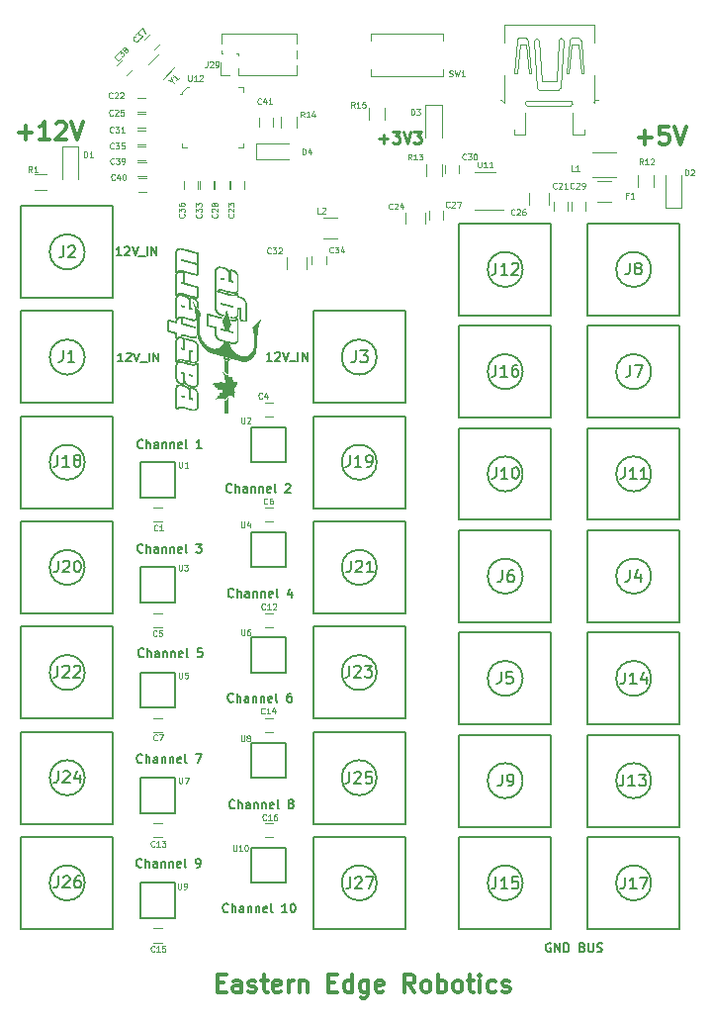
<source format=gto>
G04 #@! TF.GenerationSoftware,KiCad,Pcbnew,(5.0.0)*
G04 #@! TF.CreationDate,2018-11-03T20:55:01-02:30*
G04 #@! TF.ProjectId,Power Distribution Board,506F7765722044697374726962757469,rev?*
G04 #@! TF.SameCoordinates,Original*
G04 #@! TF.FileFunction,Legend,Top*
G04 #@! TF.FilePolarity,Positive*
%FSLAX46Y46*%
G04 Gerber Fmt 4.6, Leading zero omitted, Abs format (unit mm)*
G04 Created by KiCad (PCBNEW (5.0.0)) date 11/03/18 20:55:01*
%MOMM*%
%LPD*%
G01*
G04 APERTURE LIST*
%ADD10C,0.187500*%
%ADD11C,0.300000*%
%ADD12C,0.250000*%
%ADD13C,0.120000*%
%ADD14C,0.150000*%
%ADD15C,0.101600*%
%ADD16C,0.100000*%
%ADD17C,0.125000*%
G04 APERTURE END LIST*
D10*
X147147857Y-93685000D02*
X147076428Y-93649285D01*
X146969285Y-93649285D01*
X146862142Y-93685000D01*
X146790714Y-93756428D01*
X146755000Y-93827857D01*
X146719285Y-93970714D01*
X146719285Y-94077857D01*
X146755000Y-94220714D01*
X146790714Y-94292142D01*
X146862142Y-94363571D01*
X146969285Y-94399285D01*
X147040714Y-94399285D01*
X147147857Y-94363571D01*
X147183571Y-94327857D01*
X147183571Y-94077857D01*
X147040714Y-94077857D01*
X147505000Y-94399285D02*
X147505000Y-93649285D01*
X147933571Y-94399285D01*
X147933571Y-93649285D01*
X148290714Y-94399285D02*
X148290714Y-93649285D01*
X148469285Y-93649285D01*
X148576428Y-93685000D01*
X148647857Y-93756428D01*
X148683571Y-93827857D01*
X148719285Y-93970714D01*
X148719285Y-94077857D01*
X148683571Y-94220714D01*
X148647857Y-94292142D01*
X148576428Y-94363571D01*
X148469285Y-94399285D01*
X148290714Y-94399285D01*
X149862142Y-94006428D02*
X149969285Y-94042142D01*
X150005000Y-94077857D01*
X150040714Y-94149285D01*
X150040714Y-94256428D01*
X150005000Y-94327857D01*
X149969285Y-94363571D01*
X149897857Y-94399285D01*
X149612142Y-94399285D01*
X149612142Y-93649285D01*
X149862142Y-93649285D01*
X149933571Y-93685000D01*
X149969285Y-93720714D01*
X150005000Y-93792142D01*
X150005000Y-93863571D01*
X149969285Y-93935000D01*
X149933571Y-93970714D01*
X149862142Y-94006428D01*
X149612142Y-94006428D01*
X150362142Y-93649285D02*
X150362142Y-94256428D01*
X150397857Y-94327857D01*
X150433571Y-94363571D01*
X150505000Y-94399285D01*
X150647857Y-94399285D01*
X150719285Y-94363571D01*
X150755000Y-94327857D01*
X150790714Y-94256428D01*
X150790714Y-93649285D01*
X151112142Y-94363571D02*
X151219285Y-94399285D01*
X151397857Y-94399285D01*
X151469285Y-94363571D01*
X151505000Y-94327857D01*
X151540714Y-94256428D01*
X151540714Y-94185000D01*
X151505000Y-94113571D01*
X151469285Y-94077857D01*
X151397857Y-94042142D01*
X151255000Y-94006428D01*
X151183571Y-93970714D01*
X151147857Y-93935000D01*
X151112142Y-93863571D01*
X151112142Y-93792142D01*
X151147857Y-93720714D01*
X151183571Y-93685000D01*
X151255000Y-93649285D01*
X151433571Y-93649285D01*
X151540714Y-93685000D01*
X110378571Y-34799285D02*
X109950000Y-34799285D01*
X110164285Y-34799285D02*
X110164285Y-34049285D01*
X110092857Y-34156428D01*
X110021428Y-34227857D01*
X109950000Y-34263571D01*
X110664285Y-34120714D02*
X110700000Y-34085000D01*
X110771428Y-34049285D01*
X110950000Y-34049285D01*
X111021428Y-34085000D01*
X111057142Y-34120714D01*
X111092857Y-34192142D01*
X111092857Y-34263571D01*
X111057142Y-34370714D01*
X110628571Y-34799285D01*
X111092857Y-34799285D01*
X111307142Y-34049285D02*
X111557142Y-34799285D01*
X111807142Y-34049285D01*
X111878571Y-34870714D02*
X112450000Y-34870714D01*
X112628571Y-34799285D02*
X112628571Y-34049285D01*
X112985714Y-34799285D02*
X112985714Y-34049285D01*
X113414285Y-34799285D01*
X113414285Y-34049285D01*
X123268571Y-43819285D02*
X122840000Y-43819285D01*
X123054285Y-43819285D02*
X123054285Y-43069285D01*
X122982857Y-43176428D01*
X122911428Y-43247857D01*
X122840000Y-43283571D01*
X123554285Y-43140714D02*
X123590000Y-43105000D01*
X123661428Y-43069285D01*
X123840000Y-43069285D01*
X123911428Y-43105000D01*
X123947142Y-43140714D01*
X123982857Y-43212142D01*
X123982857Y-43283571D01*
X123947142Y-43390714D01*
X123518571Y-43819285D01*
X123982857Y-43819285D01*
X124197142Y-43069285D02*
X124447142Y-43819285D01*
X124697142Y-43069285D01*
X124768571Y-43890714D02*
X125340000Y-43890714D01*
X125518571Y-43819285D02*
X125518571Y-43069285D01*
X125875714Y-43819285D02*
X125875714Y-43069285D01*
X126304285Y-43819285D01*
X126304285Y-43069285D01*
X110508571Y-43889285D02*
X110080000Y-43889285D01*
X110294285Y-43889285D02*
X110294285Y-43139285D01*
X110222857Y-43246428D01*
X110151428Y-43317857D01*
X110080000Y-43353571D01*
X110794285Y-43210714D02*
X110830000Y-43175000D01*
X110901428Y-43139285D01*
X111080000Y-43139285D01*
X111151428Y-43175000D01*
X111187142Y-43210714D01*
X111222857Y-43282142D01*
X111222857Y-43353571D01*
X111187142Y-43460714D01*
X110758571Y-43889285D01*
X111222857Y-43889285D01*
X111437142Y-43139285D02*
X111687142Y-43889285D01*
X111937142Y-43139285D01*
X112008571Y-43960714D02*
X112580000Y-43960714D01*
X112758571Y-43889285D02*
X112758571Y-43139285D01*
X113115714Y-43889285D02*
X113115714Y-43139285D01*
X113544285Y-43889285D01*
X113544285Y-43139285D01*
X119537142Y-90947857D02*
X119501428Y-90983571D01*
X119394285Y-91019285D01*
X119322857Y-91019285D01*
X119215714Y-90983571D01*
X119144285Y-90912142D01*
X119108571Y-90840714D01*
X119072857Y-90697857D01*
X119072857Y-90590714D01*
X119108571Y-90447857D01*
X119144285Y-90376428D01*
X119215714Y-90305000D01*
X119322857Y-90269285D01*
X119394285Y-90269285D01*
X119501428Y-90305000D01*
X119537142Y-90340714D01*
X119858571Y-91019285D02*
X119858571Y-90269285D01*
X120180000Y-91019285D02*
X120180000Y-90626428D01*
X120144285Y-90555000D01*
X120072857Y-90519285D01*
X119965714Y-90519285D01*
X119894285Y-90555000D01*
X119858571Y-90590714D01*
X120858571Y-91019285D02*
X120858571Y-90626428D01*
X120822857Y-90555000D01*
X120751428Y-90519285D01*
X120608571Y-90519285D01*
X120537142Y-90555000D01*
X120858571Y-90983571D02*
X120787142Y-91019285D01*
X120608571Y-91019285D01*
X120537142Y-90983571D01*
X120501428Y-90912142D01*
X120501428Y-90840714D01*
X120537142Y-90769285D01*
X120608571Y-90733571D01*
X120787142Y-90733571D01*
X120858571Y-90697857D01*
X121215714Y-90519285D02*
X121215714Y-91019285D01*
X121215714Y-90590714D02*
X121251428Y-90555000D01*
X121322857Y-90519285D01*
X121430000Y-90519285D01*
X121501428Y-90555000D01*
X121537142Y-90626428D01*
X121537142Y-91019285D01*
X121894285Y-90519285D02*
X121894285Y-91019285D01*
X121894285Y-90590714D02*
X121930000Y-90555000D01*
X122001428Y-90519285D01*
X122108571Y-90519285D01*
X122180000Y-90555000D01*
X122215714Y-90626428D01*
X122215714Y-91019285D01*
X122858571Y-90983571D02*
X122787142Y-91019285D01*
X122644285Y-91019285D01*
X122572857Y-90983571D01*
X122537142Y-90912142D01*
X122537142Y-90626428D01*
X122572857Y-90555000D01*
X122644285Y-90519285D01*
X122787142Y-90519285D01*
X122858571Y-90555000D01*
X122894285Y-90626428D01*
X122894285Y-90697857D01*
X122537142Y-90769285D01*
X123322857Y-91019285D02*
X123251428Y-90983571D01*
X123215714Y-90912142D01*
X123215714Y-90269285D01*
X124572857Y-91019285D02*
X124144285Y-91019285D01*
X124358571Y-91019285D02*
X124358571Y-90269285D01*
X124287142Y-90376428D01*
X124215714Y-90447857D01*
X124144285Y-90483571D01*
X125037142Y-90269285D02*
X125108571Y-90269285D01*
X125180000Y-90305000D01*
X125215714Y-90340714D01*
X125251428Y-90412142D01*
X125287142Y-90555000D01*
X125287142Y-90733571D01*
X125251428Y-90876428D01*
X125215714Y-90947857D01*
X125180000Y-90983571D01*
X125108571Y-91019285D01*
X125037142Y-91019285D01*
X124965714Y-90983571D01*
X124930000Y-90947857D01*
X124894285Y-90876428D01*
X124858571Y-90733571D01*
X124858571Y-90555000D01*
X124894285Y-90412142D01*
X124930000Y-90340714D01*
X124965714Y-90305000D01*
X125037142Y-90269285D01*
X112134285Y-87097857D02*
X112098571Y-87133571D01*
X111991428Y-87169285D01*
X111920000Y-87169285D01*
X111812857Y-87133571D01*
X111741428Y-87062142D01*
X111705714Y-86990714D01*
X111670000Y-86847857D01*
X111670000Y-86740714D01*
X111705714Y-86597857D01*
X111741428Y-86526428D01*
X111812857Y-86455000D01*
X111920000Y-86419285D01*
X111991428Y-86419285D01*
X112098571Y-86455000D01*
X112134285Y-86490714D01*
X112455714Y-87169285D02*
X112455714Y-86419285D01*
X112777142Y-87169285D02*
X112777142Y-86776428D01*
X112741428Y-86705000D01*
X112670000Y-86669285D01*
X112562857Y-86669285D01*
X112491428Y-86705000D01*
X112455714Y-86740714D01*
X113455714Y-87169285D02*
X113455714Y-86776428D01*
X113420000Y-86705000D01*
X113348571Y-86669285D01*
X113205714Y-86669285D01*
X113134285Y-86705000D01*
X113455714Y-87133571D02*
X113384285Y-87169285D01*
X113205714Y-87169285D01*
X113134285Y-87133571D01*
X113098571Y-87062142D01*
X113098571Y-86990714D01*
X113134285Y-86919285D01*
X113205714Y-86883571D01*
X113384285Y-86883571D01*
X113455714Y-86847857D01*
X113812857Y-86669285D02*
X113812857Y-87169285D01*
X113812857Y-86740714D02*
X113848571Y-86705000D01*
X113920000Y-86669285D01*
X114027142Y-86669285D01*
X114098571Y-86705000D01*
X114134285Y-86776428D01*
X114134285Y-87169285D01*
X114491428Y-86669285D02*
X114491428Y-87169285D01*
X114491428Y-86740714D02*
X114527142Y-86705000D01*
X114598571Y-86669285D01*
X114705714Y-86669285D01*
X114777142Y-86705000D01*
X114812857Y-86776428D01*
X114812857Y-87169285D01*
X115455714Y-87133571D02*
X115384285Y-87169285D01*
X115241428Y-87169285D01*
X115170000Y-87133571D01*
X115134285Y-87062142D01*
X115134285Y-86776428D01*
X115170000Y-86705000D01*
X115241428Y-86669285D01*
X115384285Y-86669285D01*
X115455714Y-86705000D01*
X115491428Y-86776428D01*
X115491428Y-86847857D01*
X115134285Y-86919285D01*
X115920000Y-87169285D02*
X115848571Y-87133571D01*
X115812857Y-87062142D01*
X115812857Y-86419285D01*
X116812857Y-87169285D02*
X116955714Y-87169285D01*
X117027142Y-87133571D01*
X117062857Y-87097857D01*
X117134285Y-86990714D01*
X117170000Y-86847857D01*
X117170000Y-86562142D01*
X117134285Y-86490714D01*
X117098571Y-86455000D01*
X117027142Y-86419285D01*
X116884285Y-86419285D01*
X116812857Y-86455000D01*
X116777142Y-86490714D01*
X116741428Y-86562142D01*
X116741428Y-86740714D01*
X116777142Y-86812142D01*
X116812857Y-86847857D01*
X116884285Y-86883571D01*
X117027142Y-86883571D01*
X117098571Y-86847857D01*
X117134285Y-86812142D01*
X117170000Y-86740714D01*
X120074285Y-82057857D02*
X120038571Y-82093571D01*
X119931428Y-82129285D01*
X119860000Y-82129285D01*
X119752857Y-82093571D01*
X119681428Y-82022142D01*
X119645714Y-81950714D01*
X119610000Y-81807857D01*
X119610000Y-81700714D01*
X119645714Y-81557857D01*
X119681428Y-81486428D01*
X119752857Y-81415000D01*
X119860000Y-81379285D01*
X119931428Y-81379285D01*
X120038571Y-81415000D01*
X120074285Y-81450714D01*
X120395714Y-82129285D02*
X120395714Y-81379285D01*
X120717142Y-82129285D02*
X120717142Y-81736428D01*
X120681428Y-81665000D01*
X120610000Y-81629285D01*
X120502857Y-81629285D01*
X120431428Y-81665000D01*
X120395714Y-81700714D01*
X121395714Y-82129285D02*
X121395714Y-81736428D01*
X121360000Y-81665000D01*
X121288571Y-81629285D01*
X121145714Y-81629285D01*
X121074285Y-81665000D01*
X121395714Y-82093571D02*
X121324285Y-82129285D01*
X121145714Y-82129285D01*
X121074285Y-82093571D01*
X121038571Y-82022142D01*
X121038571Y-81950714D01*
X121074285Y-81879285D01*
X121145714Y-81843571D01*
X121324285Y-81843571D01*
X121395714Y-81807857D01*
X121752857Y-81629285D02*
X121752857Y-82129285D01*
X121752857Y-81700714D02*
X121788571Y-81665000D01*
X121860000Y-81629285D01*
X121967142Y-81629285D01*
X122038571Y-81665000D01*
X122074285Y-81736428D01*
X122074285Y-82129285D01*
X122431428Y-81629285D02*
X122431428Y-82129285D01*
X122431428Y-81700714D02*
X122467142Y-81665000D01*
X122538571Y-81629285D01*
X122645714Y-81629285D01*
X122717142Y-81665000D01*
X122752857Y-81736428D01*
X122752857Y-82129285D01*
X123395714Y-82093571D02*
X123324285Y-82129285D01*
X123181428Y-82129285D01*
X123110000Y-82093571D01*
X123074285Y-82022142D01*
X123074285Y-81736428D01*
X123110000Y-81665000D01*
X123181428Y-81629285D01*
X123324285Y-81629285D01*
X123395714Y-81665000D01*
X123431428Y-81736428D01*
X123431428Y-81807857D01*
X123074285Y-81879285D01*
X123860000Y-82129285D02*
X123788571Y-82093571D01*
X123752857Y-82022142D01*
X123752857Y-81379285D01*
X124824285Y-81700714D02*
X124752857Y-81665000D01*
X124717142Y-81629285D01*
X124681428Y-81557857D01*
X124681428Y-81522142D01*
X124717142Y-81450714D01*
X124752857Y-81415000D01*
X124824285Y-81379285D01*
X124967142Y-81379285D01*
X125038571Y-81415000D01*
X125074285Y-81450714D01*
X125110000Y-81522142D01*
X125110000Y-81557857D01*
X125074285Y-81629285D01*
X125038571Y-81665000D01*
X124967142Y-81700714D01*
X124824285Y-81700714D01*
X124752857Y-81736428D01*
X124717142Y-81772142D01*
X124681428Y-81843571D01*
X124681428Y-81986428D01*
X124717142Y-82057857D01*
X124752857Y-82093571D01*
X124824285Y-82129285D01*
X124967142Y-82129285D01*
X125038571Y-82093571D01*
X125074285Y-82057857D01*
X125110000Y-81986428D01*
X125110000Y-81843571D01*
X125074285Y-81772142D01*
X125038571Y-81736428D01*
X124967142Y-81700714D01*
X112174285Y-78157857D02*
X112138571Y-78193571D01*
X112031428Y-78229285D01*
X111960000Y-78229285D01*
X111852857Y-78193571D01*
X111781428Y-78122142D01*
X111745714Y-78050714D01*
X111710000Y-77907857D01*
X111710000Y-77800714D01*
X111745714Y-77657857D01*
X111781428Y-77586428D01*
X111852857Y-77515000D01*
X111960000Y-77479285D01*
X112031428Y-77479285D01*
X112138571Y-77515000D01*
X112174285Y-77550714D01*
X112495714Y-78229285D02*
X112495714Y-77479285D01*
X112817142Y-78229285D02*
X112817142Y-77836428D01*
X112781428Y-77765000D01*
X112710000Y-77729285D01*
X112602857Y-77729285D01*
X112531428Y-77765000D01*
X112495714Y-77800714D01*
X113495714Y-78229285D02*
X113495714Y-77836428D01*
X113460000Y-77765000D01*
X113388571Y-77729285D01*
X113245714Y-77729285D01*
X113174285Y-77765000D01*
X113495714Y-78193571D02*
X113424285Y-78229285D01*
X113245714Y-78229285D01*
X113174285Y-78193571D01*
X113138571Y-78122142D01*
X113138571Y-78050714D01*
X113174285Y-77979285D01*
X113245714Y-77943571D01*
X113424285Y-77943571D01*
X113495714Y-77907857D01*
X113852857Y-77729285D02*
X113852857Y-78229285D01*
X113852857Y-77800714D02*
X113888571Y-77765000D01*
X113960000Y-77729285D01*
X114067142Y-77729285D01*
X114138571Y-77765000D01*
X114174285Y-77836428D01*
X114174285Y-78229285D01*
X114531428Y-77729285D02*
X114531428Y-78229285D01*
X114531428Y-77800714D02*
X114567142Y-77765000D01*
X114638571Y-77729285D01*
X114745714Y-77729285D01*
X114817142Y-77765000D01*
X114852857Y-77836428D01*
X114852857Y-78229285D01*
X115495714Y-78193571D02*
X115424285Y-78229285D01*
X115281428Y-78229285D01*
X115210000Y-78193571D01*
X115174285Y-78122142D01*
X115174285Y-77836428D01*
X115210000Y-77765000D01*
X115281428Y-77729285D01*
X115424285Y-77729285D01*
X115495714Y-77765000D01*
X115531428Y-77836428D01*
X115531428Y-77907857D01*
X115174285Y-77979285D01*
X115960000Y-78229285D02*
X115888571Y-78193571D01*
X115852857Y-78122142D01*
X115852857Y-77479285D01*
X116745714Y-77479285D02*
X117245714Y-77479285D01*
X116924285Y-78229285D01*
X119954285Y-72947857D02*
X119918571Y-72983571D01*
X119811428Y-73019285D01*
X119740000Y-73019285D01*
X119632857Y-72983571D01*
X119561428Y-72912142D01*
X119525714Y-72840714D01*
X119490000Y-72697857D01*
X119490000Y-72590714D01*
X119525714Y-72447857D01*
X119561428Y-72376428D01*
X119632857Y-72305000D01*
X119740000Y-72269285D01*
X119811428Y-72269285D01*
X119918571Y-72305000D01*
X119954285Y-72340714D01*
X120275714Y-73019285D02*
X120275714Y-72269285D01*
X120597142Y-73019285D02*
X120597142Y-72626428D01*
X120561428Y-72555000D01*
X120490000Y-72519285D01*
X120382857Y-72519285D01*
X120311428Y-72555000D01*
X120275714Y-72590714D01*
X121275714Y-73019285D02*
X121275714Y-72626428D01*
X121240000Y-72555000D01*
X121168571Y-72519285D01*
X121025714Y-72519285D01*
X120954285Y-72555000D01*
X121275714Y-72983571D02*
X121204285Y-73019285D01*
X121025714Y-73019285D01*
X120954285Y-72983571D01*
X120918571Y-72912142D01*
X120918571Y-72840714D01*
X120954285Y-72769285D01*
X121025714Y-72733571D01*
X121204285Y-72733571D01*
X121275714Y-72697857D01*
X121632857Y-72519285D02*
X121632857Y-73019285D01*
X121632857Y-72590714D02*
X121668571Y-72555000D01*
X121740000Y-72519285D01*
X121847142Y-72519285D01*
X121918571Y-72555000D01*
X121954285Y-72626428D01*
X121954285Y-73019285D01*
X122311428Y-72519285D02*
X122311428Y-73019285D01*
X122311428Y-72590714D02*
X122347142Y-72555000D01*
X122418571Y-72519285D01*
X122525714Y-72519285D01*
X122597142Y-72555000D01*
X122632857Y-72626428D01*
X122632857Y-73019285D01*
X123275714Y-72983571D02*
X123204285Y-73019285D01*
X123061428Y-73019285D01*
X122990000Y-72983571D01*
X122954285Y-72912142D01*
X122954285Y-72626428D01*
X122990000Y-72555000D01*
X123061428Y-72519285D01*
X123204285Y-72519285D01*
X123275714Y-72555000D01*
X123311428Y-72626428D01*
X123311428Y-72697857D01*
X122954285Y-72769285D01*
X123740000Y-73019285D02*
X123668571Y-72983571D01*
X123632857Y-72912142D01*
X123632857Y-72269285D01*
X124918571Y-72269285D02*
X124775714Y-72269285D01*
X124704285Y-72305000D01*
X124668571Y-72340714D01*
X124597142Y-72447857D01*
X124561428Y-72590714D01*
X124561428Y-72876428D01*
X124597142Y-72947857D01*
X124632857Y-72983571D01*
X124704285Y-73019285D01*
X124847142Y-73019285D01*
X124918571Y-72983571D01*
X124954285Y-72947857D01*
X124990000Y-72876428D01*
X124990000Y-72697857D01*
X124954285Y-72626428D01*
X124918571Y-72590714D01*
X124847142Y-72555000D01*
X124704285Y-72555000D01*
X124632857Y-72590714D01*
X124597142Y-72626428D01*
X124561428Y-72697857D01*
X112294285Y-69097857D02*
X112258571Y-69133571D01*
X112151428Y-69169285D01*
X112080000Y-69169285D01*
X111972857Y-69133571D01*
X111901428Y-69062142D01*
X111865714Y-68990714D01*
X111830000Y-68847857D01*
X111830000Y-68740714D01*
X111865714Y-68597857D01*
X111901428Y-68526428D01*
X111972857Y-68455000D01*
X112080000Y-68419285D01*
X112151428Y-68419285D01*
X112258571Y-68455000D01*
X112294285Y-68490714D01*
X112615714Y-69169285D02*
X112615714Y-68419285D01*
X112937142Y-69169285D02*
X112937142Y-68776428D01*
X112901428Y-68705000D01*
X112830000Y-68669285D01*
X112722857Y-68669285D01*
X112651428Y-68705000D01*
X112615714Y-68740714D01*
X113615714Y-69169285D02*
X113615714Y-68776428D01*
X113580000Y-68705000D01*
X113508571Y-68669285D01*
X113365714Y-68669285D01*
X113294285Y-68705000D01*
X113615714Y-69133571D02*
X113544285Y-69169285D01*
X113365714Y-69169285D01*
X113294285Y-69133571D01*
X113258571Y-69062142D01*
X113258571Y-68990714D01*
X113294285Y-68919285D01*
X113365714Y-68883571D01*
X113544285Y-68883571D01*
X113615714Y-68847857D01*
X113972857Y-68669285D02*
X113972857Y-69169285D01*
X113972857Y-68740714D02*
X114008571Y-68705000D01*
X114080000Y-68669285D01*
X114187142Y-68669285D01*
X114258571Y-68705000D01*
X114294285Y-68776428D01*
X114294285Y-69169285D01*
X114651428Y-68669285D02*
X114651428Y-69169285D01*
X114651428Y-68740714D02*
X114687142Y-68705000D01*
X114758571Y-68669285D01*
X114865714Y-68669285D01*
X114937142Y-68705000D01*
X114972857Y-68776428D01*
X114972857Y-69169285D01*
X115615714Y-69133571D02*
X115544285Y-69169285D01*
X115401428Y-69169285D01*
X115330000Y-69133571D01*
X115294285Y-69062142D01*
X115294285Y-68776428D01*
X115330000Y-68705000D01*
X115401428Y-68669285D01*
X115544285Y-68669285D01*
X115615714Y-68705000D01*
X115651428Y-68776428D01*
X115651428Y-68847857D01*
X115294285Y-68919285D01*
X116080000Y-69169285D02*
X116008571Y-69133571D01*
X115972857Y-69062142D01*
X115972857Y-68419285D01*
X117294285Y-68419285D02*
X116937142Y-68419285D01*
X116901428Y-68776428D01*
X116937142Y-68740714D01*
X117008571Y-68705000D01*
X117187142Y-68705000D01*
X117258571Y-68740714D01*
X117294285Y-68776428D01*
X117330000Y-68847857D01*
X117330000Y-69026428D01*
X117294285Y-69097857D01*
X117258571Y-69133571D01*
X117187142Y-69169285D01*
X117008571Y-69169285D01*
X116937142Y-69133571D01*
X116901428Y-69097857D01*
X119984285Y-63997857D02*
X119948571Y-64033571D01*
X119841428Y-64069285D01*
X119770000Y-64069285D01*
X119662857Y-64033571D01*
X119591428Y-63962142D01*
X119555714Y-63890714D01*
X119520000Y-63747857D01*
X119520000Y-63640714D01*
X119555714Y-63497857D01*
X119591428Y-63426428D01*
X119662857Y-63355000D01*
X119770000Y-63319285D01*
X119841428Y-63319285D01*
X119948571Y-63355000D01*
X119984285Y-63390714D01*
X120305714Y-64069285D02*
X120305714Y-63319285D01*
X120627142Y-64069285D02*
X120627142Y-63676428D01*
X120591428Y-63605000D01*
X120520000Y-63569285D01*
X120412857Y-63569285D01*
X120341428Y-63605000D01*
X120305714Y-63640714D01*
X121305714Y-64069285D02*
X121305714Y-63676428D01*
X121270000Y-63605000D01*
X121198571Y-63569285D01*
X121055714Y-63569285D01*
X120984285Y-63605000D01*
X121305714Y-64033571D02*
X121234285Y-64069285D01*
X121055714Y-64069285D01*
X120984285Y-64033571D01*
X120948571Y-63962142D01*
X120948571Y-63890714D01*
X120984285Y-63819285D01*
X121055714Y-63783571D01*
X121234285Y-63783571D01*
X121305714Y-63747857D01*
X121662857Y-63569285D02*
X121662857Y-64069285D01*
X121662857Y-63640714D02*
X121698571Y-63605000D01*
X121770000Y-63569285D01*
X121877142Y-63569285D01*
X121948571Y-63605000D01*
X121984285Y-63676428D01*
X121984285Y-64069285D01*
X122341428Y-63569285D02*
X122341428Y-64069285D01*
X122341428Y-63640714D02*
X122377142Y-63605000D01*
X122448571Y-63569285D01*
X122555714Y-63569285D01*
X122627142Y-63605000D01*
X122662857Y-63676428D01*
X122662857Y-64069285D01*
X123305714Y-64033571D02*
X123234285Y-64069285D01*
X123091428Y-64069285D01*
X123020000Y-64033571D01*
X122984285Y-63962142D01*
X122984285Y-63676428D01*
X123020000Y-63605000D01*
X123091428Y-63569285D01*
X123234285Y-63569285D01*
X123305714Y-63605000D01*
X123341428Y-63676428D01*
X123341428Y-63747857D01*
X122984285Y-63819285D01*
X123770000Y-64069285D02*
X123698571Y-64033571D01*
X123662857Y-63962142D01*
X123662857Y-63319285D01*
X124948571Y-63569285D02*
X124948571Y-64069285D01*
X124770000Y-63283571D02*
X124591428Y-63819285D01*
X125055714Y-63819285D01*
X112214285Y-60167857D02*
X112178571Y-60203571D01*
X112071428Y-60239285D01*
X112000000Y-60239285D01*
X111892857Y-60203571D01*
X111821428Y-60132142D01*
X111785714Y-60060714D01*
X111750000Y-59917857D01*
X111750000Y-59810714D01*
X111785714Y-59667857D01*
X111821428Y-59596428D01*
X111892857Y-59525000D01*
X112000000Y-59489285D01*
X112071428Y-59489285D01*
X112178571Y-59525000D01*
X112214285Y-59560714D01*
X112535714Y-60239285D02*
X112535714Y-59489285D01*
X112857142Y-60239285D02*
X112857142Y-59846428D01*
X112821428Y-59775000D01*
X112750000Y-59739285D01*
X112642857Y-59739285D01*
X112571428Y-59775000D01*
X112535714Y-59810714D01*
X113535714Y-60239285D02*
X113535714Y-59846428D01*
X113500000Y-59775000D01*
X113428571Y-59739285D01*
X113285714Y-59739285D01*
X113214285Y-59775000D01*
X113535714Y-60203571D02*
X113464285Y-60239285D01*
X113285714Y-60239285D01*
X113214285Y-60203571D01*
X113178571Y-60132142D01*
X113178571Y-60060714D01*
X113214285Y-59989285D01*
X113285714Y-59953571D01*
X113464285Y-59953571D01*
X113535714Y-59917857D01*
X113892857Y-59739285D02*
X113892857Y-60239285D01*
X113892857Y-59810714D02*
X113928571Y-59775000D01*
X114000000Y-59739285D01*
X114107142Y-59739285D01*
X114178571Y-59775000D01*
X114214285Y-59846428D01*
X114214285Y-60239285D01*
X114571428Y-59739285D02*
X114571428Y-60239285D01*
X114571428Y-59810714D02*
X114607142Y-59775000D01*
X114678571Y-59739285D01*
X114785714Y-59739285D01*
X114857142Y-59775000D01*
X114892857Y-59846428D01*
X114892857Y-60239285D01*
X115535714Y-60203571D02*
X115464285Y-60239285D01*
X115321428Y-60239285D01*
X115250000Y-60203571D01*
X115214285Y-60132142D01*
X115214285Y-59846428D01*
X115250000Y-59775000D01*
X115321428Y-59739285D01*
X115464285Y-59739285D01*
X115535714Y-59775000D01*
X115571428Y-59846428D01*
X115571428Y-59917857D01*
X115214285Y-59989285D01*
X116000000Y-60239285D02*
X115928571Y-60203571D01*
X115892857Y-60132142D01*
X115892857Y-59489285D01*
X116785714Y-59489285D02*
X117250000Y-59489285D01*
X117000000Y-59775000D01*
X117107142Y-59775000D01*
X117178571Y-59810714D01*
X117214285Y-59846428D01*
X117250000Y-59917857D01*
X117250000Y-60096428D01*
X117214285Y-60167857D01*
X117178571Y-60203571D01*
X117107142Y-60239285D01*
X116892857Y-60239285D01*
X116821428Y-60203571D01*
X116785714Y-60167857D01*
X119824285Y-55021607D02*
X119788571Y-55057321D01*
X119681428Y-55093035D01*
X119610000Y-55093035D01*
X119502857Y-55057321D01*
X119431428Y-54985892D01*
X119395714Y-54914464D01*
X119360000Y-54771607D01*
X119360000Y-54664464D01*
X119395714Y-54521607D01*
X119431428Y-54450178D01*
X119502857Y-54378750D01*
X119610000Y-54343035D01*
X119681428Y-54343035D01*
X119788571Y-54378750D01*
X119824285Y-54414464D01*
X120145714Y-55093035D02*
X120145714Y-54343035D01*
X120467142Y-55093035D02*
X120467142Y-54700178D01*
X120431428Y-54628750D01*
X120360000Y-54593035D01*
X120252857Y-54593035D01*
X120181428Y-54628750D01*
X120145714Y-54664464D01*
X121145714Y-55093035D02*
X121145714Y-54700178D01*
X121110000Y-54628750D01*
X121038571Y-54593035D01*
X120895714Y-54593035D01*
X120824285Y-54628750D01*
X121145714Y-55057321D02*
X121074285Y-55093035D01*
X120895714Y-55093035D01*
X120824285Y-55057321D01*
X120788571Y-54985892D01*
X120788571Y-54914464D01*
X120824285Y-54843035D01*
X120895714Y-54807321D01*
X121074285Y-54807321D01*
X121145714Y-54771607D01*
X121502857Y-54593035D02*
X121502857Y-55093035D01*
X121502857Y-54664464D02*
X121538571Y-54628750D01*
X121610000Y-54593035D01*
X121717142Y-54593035D01*
X121788571Y-54628750D01*
X121824285Y-54700178D01*
X121824285Y-55093035D01*
X122181428Y-54593035D02*
X122181428Y-55093035D01*
X122181428Y-54664464D02*
X122217142Y-54628750D01*
X122288571Y-54593035D01*
X122395714Y-54593035D01*
X122467142Y-54628750D01*
X122502857Y-54700178D01*
X122502857Y-55093035D01*
X123145714Y-55057321D02*
X123074285Y-55093035D01*
X122931428Y-55093035D01*
X122860000Y-55057321D01*
X122824285Y-54985892D01*
X122824285Y-54700178D01*
X122860000Y-54628750D01*
X122931428Y-54593035D01*
X123074285Y-54593035D01*
X123145714Y-54628750D01*
X123181428Y-54700178D01*
X123181428Y-54771607D01*
X122824285Y-54843035D01*
X123610000Y-55093035D02*
X123538571Y-55057321D01*
X123502857Y-54985892D01*
X123502857Y-54343035D01*
X124431428Y-54414464D02*
X124467142Y-54378750D01*
X124538571Y-54343035D01*
X124717142Y-54343035D01*
X124788571Y-54378750D01*
X124824285Y-54414464D01*
X124860000Y-54485892D01*
X124860000Y-54557321D01*
X124824285Y-54664464D01*
X124395714Y-55093035D01*
X124860000Y-55093035D01*
X112214285Y-51237857D02*
X112178571Y-51273571D01*
X112071428Y-51309285D01*
X112000000Y-51309285D01*
X111892857Y-51273571D01*
X111821428Y-51202142D01*
X111785714Y-51130714D01*
X111750000Y-50987857D01*
X111750000Y-50880714D01*
X111785714Y-50737857D01*
X111821428Y-50666428D01*
X111892857Y-50595000D01*
X112000000Y-50559285D01*
X112071428Y-50559285D01*
X112178571Y-50595000D01*
X112214285Y-50630714D01*
X112535714Y-51309285D02*
X112535714Y-50559285D01*
X112857142Y-51309285D02*
X112857142Y-50916428D01*
X112821428Y-50845000D01*
X112750000Y-50809285D01*
X112642857Y-50809285D01*
X112571428Y-50845000D01*
X112535714Y-50880714D01*
X113535714Y-51309285D02*
X113535714Y-50916428D01*
X113500000Y-50845000D01*
X113428571Y-50809285D01*
X113285714Y-50809285D01*
X113214285Y-50845000D01*
X113535714Y-51273571D02*
X113464285Y-51309285D01*
X113285714Y-51309285D01*
X113214285Y-51273571D01*
X113178571Y-51202142D01*
X113178571Y-51130714D01*
X113214285Y-51059285D01*
X113285714Y-51023571D01*
X113464285Y-51023571D01*
X113535714Y-50987857D01*
X113892857Y-50809285D02*
X113892857Y-51309285D01*
X113892857Y-50880714D02*
X113928571Y-50845000D01*
X114000000Y-50809285D01*
X114107142Y-50809285D01*
X114178571Y-50845000D01*
X114214285Y-50916428D01*
X114214285Y-51309285D01*
X114571428Y-50809285D02*
X114571428Y-51309285D01*
X114571428Y-50880714D02*
X114607142Y-50845000D01*
X114678571Y-50809285D01*
X114785714Y-50809285D01*
X114857142Y-50845000D01*
X114892857Y-50916428D01*
X114892857Y-51309285D01*
X115535714Y-51273571D02*
X115464285Y-51309285D01*
X115321428Y-51309285D01*
X115250000Y-51273571D01*
X115214285Y-51202142D01*
X115214285Y-50916428D01*
X115250000Y-50845000D01*
X115321428Y-50809285D01*
X115464285Y-50809285D01*
X115535714Y-50845000D01*
X115571428Y-50916428D01*
X115571428Y-50987857D01*
X115214285Y-51059285D01*
X116000000Y-51309285D02*
X115928571Y-51273571D01*
X115892857Y-51202142D01*
X115892857Y-50559285D01*
X117250000Y-51309285D02*
X116821428Y-51309285D01*
X117035714Y-51309285D02*
X117035714Y-50559285D01*
X116964285Y-50666428D01*
X116892857Y-50737857D01*
X116821428Y-50773571D01*
D11*
X118645714Y-97052857D02*
X119145714Y-97052857D01*
X119360000Y-97838571D02*
X118645714Y-97838571D01*
X118645714Y-96338571D01*
X119360000Y-96338571D01*
X120645714Y-97838571D02*
X120645714Y-97052857D01*
X120574285Y-96910000D01*
X120431428Y-96838571D01*
X120145714Y-96838571D01*
X120002857Y-96910000D01*
X120645714Y-97767142D02*
X120502857Y-97838571D01*
X120145714Y-97838571D01*
X120002857Y-97767142D01*
X119931428Y-97624285D01*
X119931428Y-97481428D01*
X120002857Y-97338571D01*
X120145714Y-97267142D01*
X120502857Y-97267142D01*
X120645714Y-97195714D01*
X121288571Y-97767142D02*
X121431428Y-97838571D01*
X121717142Y-97838571D01*
X121860000Y-97767142D01*
X121931428Y-97624285D01*
X121931428Y-97552857D01*
X121860000Y-97410000D01*
X121717142Y-97338571D01*
X121502857Y-97338571D01*
X121360000Y-97267142D01*
X121288571Y-97124285D01*
X121288571Y-97052857D01*
X121360000Y-96910000D01*
X121502857Y-96838571D01*
X121717142Y-96838571D01*
X121860000Y-96910000D01*
X122360000Y-96838571D02*
X122931428Y-96838571D01*
X122574285Y-96338571D02*
X122574285Y-97624285D01*
X122645714Y-97767142D01*
X122788571Y-97838571D01*
X122931428Y-97838571D01*
X124002857Y-97767142D02*
X123860000Y-97838571D01*
X123574285Y-97838571D01*
X123431428Y-97767142D01*
X123360000Y-97624285D01*
X123360000Y-97052857D01*
X123431428Y-96910000D01*
X123574285Y-96838571D01*
X123860000Y-96838571D01*
X124002857Y-96910000D01*
X124074285Y-97052857D01*
X124074285Y-97195714D01*
X123360000Y-97338571D01*
X124717142Y-97838571D02*
X124717142Y-96838571D01*
X124717142Y-97124285D02*
X124788571Y-96981428D01*
X124860000Y-96910000D01*
X125002857Y-96838571D01*
X125145714Y-96838571D01*
X125645714Y-96838571D02*
X125645714Y-97838571D01*
X125645714Y-96981428D02*
X125717142Y-96910000D01*
X125860000Y-96838571D01*
X126074285Y-96838571D01*
X126217142Y-96910000D01*
X126288571Y-97052857D01*
X126288571Y-97838571D01*
X128145714Y-97052857D02*
X128645714Y-97052857D01*
X128860000Y-97838571D02*
X128145714Y-97838571D01*
X128145714Y-96338571D01*
X128860000Y-96338571D01*
X130145714Y-97838571D02*
X130145714Y-96338571D01*
X130145714Y-97767142D02*
X130002857Y-97838571D01*
X129717142Y-97838571D01*
X129574285Y-97767142D01*
X129502857Y-97695714D01*
X129431428Y-97552857D01*
X129431428Y-97124285D01*
X129502857Y-96981428D01*
X129574285Y-96910000D01*
X129717142Y-96838571D01*
X130002857Y-96838571D01*
X130145714Y-96910000D01*
X131502857Y-96838571D02*
X131502857Y-98052857D01*
X131431428Y-98195714D01*
X131360000Y-98267142D01*
X131217142Y-98338571D01*
X131002857Y-98338571D01*
X130860000Y-98267142D01*
X131502857Y-97767142D02*
X131360000Y-97838571D01*
X131074285Y-97838571D01*
X130931428Y-97767142D01*
X130860000Y-97695714D01*
X130788571Y-97552857D01*
X130788571Y-97124285D01*
X130860000Y-96981428D01*
X130931428Y-96910000D01*
X131074285Y-96838571D01*
X131360000Y-96838571D01*
X131502857Y-96910000D01*
X132788571Y-97767142D02*
X132645714Y-97838571D01*
X132360000Y-97838571D01*
X132217142Y-97767142D01*
X132145714Y-97624285D01*
X132145714Y-97052857D01*
X132217142Y-96910000D01*
X132360000Y-96838571D01*
X132645714Y-96838571D01*
X132788571Y-96910000D01*
X132860000Y-97052857D01*
X132860000Y-97195714D01*
X132145714Y-97338571D01*
X135502857Y-97838571D02*
X135002857Y-97124285D01*
X134645714Y-97838571D02*
X134645714Y-96338571D01*
X135217142Y-96338571D01*
X135360000Y-96410000D01*
X135431428Y-96481428D01*
X135502857Y-96624285D01*
X135502857Y-96838571D01*
X135431428Y-96981428D01*
X135360000Y-97052857D01*
X135217142Y-97124285D01*
X134645714Y-97124285D01*
X136360000Y-97838571D02*
X136217142Y-97767142D01*
X136145714Y-97695714D01*
X136074285Y-97552857D01*
X136074285Y-97124285D01*
X136145714Y-96981428D01*
X136217142Y-96910000D01*
X136360000Y-96838571D01*
X136574285Y-96838571D01*
X136717142Y-96910000D01*
X136788571Y-96981428D01*
X136860000Y-97124285D01*
X136860000Y-97552857D01*
X136788571Y-97695714D01*
X136717142Y-97767142D01*
X136574285Y-97838571D01*
X136360000Y-97838571D01*
X137502857Y-97838571D02*
X137502857Y-96338571D01*
X137502857Y-96910000D02*
X137645714Y-96838571D01*
X137931428Y-96838571D01*
X138074285Y-96910000D01*
X138145714Y-96981428D01*
X138217142Y-97124285D01*
X138217142Y-97552857D01*
X138145714Y-97695714D01*
X138074285Y-97767142D01*
X137931428Y-97838571D01*
X137645714Y-97838571D01*
X137502857Y-97767142D01*
X139074285Y-97838571D02*
X138931428Y-97767142D01*
X138860000Y-97695714D01*
X138788571Y-97552857D01*
X138788571Y-97124285D01*
X138860000Y-96981428D01*
X138931428Y-96910000D01*
X139074285Y-96838571D01*
X139288571Y-96838571D01*
X139431428Y-96910000D01*
X139502857Y-96981428D01*
X139574285Y-97124285D01*
X139574285Y-97552857D01*
X139502857Y-97695714D01*
X139431428Y-97767142D01*
X139288571Y-97838571D01*
X139074285Y-97838571D01*
X140002857Y-96838571D02*
X140574285Y-96838571D01*
X140217142Y-96338571D02*
X140217142Y-97624285D01*
X140288571Y-97767142D01*
X140431428Y-97838571D01*
X140574285Y-97838571D01*
X141074285Y-97838571D02*
X141074285Y-96838571D01*
X141074285Y-96338571D02*
X141002857Y-96410000D01*
X141074285Y-96481428D01*
X141145714Y-96410000D01*
X141074285Y-96338571D01*
X141074285Y-96481428D01*
X142431428Y-97767142D02*
X142288571Y-97838571D01*
X142002857Y-97838571D01*
X141860000Y-97767142D01*
X141788571Y-97695714D01*
X141717142Y-97552857D01*
X141717142Y-97124285D01*
X141788571Y-96981428D01*
X141860000Y-96910000D01*
X142002857Y-96838571D01*
X142288571Y-96838571D01*
X142431428Y-96910000D01*
X143002857Y-97767142D02*
X143145714Y-97838571D01*
X143431428Y-97838571D01*
X143574285Y-97767142D01*
X143645714Y-97624285D01*
X143645714Y-97552857D01*
X143574285Y-97410000D01*
X143431428Y-97338571D01*
X143217142Y-97338571D01*
X143074285Y-97267142D01*
X143002857Y-97124285D01*
X143002857Y-97052857D01*
X143074285Y-96910000D01*
X143217142Y-96838571D01*
X143431428Y-96838571D01*
X143574285Y-96910000D01*
D12*
X132458095Y-24821428D02*
X133220000Y-24821428D01*
X132839047Y-25202380D02*
X132839047Y-24440476D01*
X133600952Y-24202380D02*
X134220000Y-24202380D01*
X133886666Y-24583333D01*
X134029523Y-24583333D01*
X134124761Y-24630952D01*
X134172380Y-24678571D01*
X134220000Y-24773809D01*
X134220000Y-25011904D01*
X134172380Y-25107142D01*
X134124761Y-25154761D01*
X134029523Y-25202380D01*
X133743809Y-25202380D01*
X133648571Y-25154761D01*
X133600952Y-25107142D01*
X134505714Y-24202380D02*
X134839047Y-25202380D01*
X135172380Y-24202380D01*
X135410476Y-24202380D02*
X136029523Y-24202380D01*
X135696190Y-24583333D01*
X135839047Y-24583333D01*
X135934285Y-24630952D01*
X135981904Y-24678571D01*
X136029523Y-24773809D01*
X136029523Y-25011904D01*
X135981904Y-25107142D01*
X135934285Y-25154761D01*
X135839047Y-25202380D01*
X135553333Y-25202380D01*
X135458095Y-25154761D01*
X135410476Y-25107142D01*
D11*
X154651428Y-24707142D02*
X155794285Y-24707142D01*
X155222857Y-25278571D02*
X155222857Y-24135714D01*
X157222857Y-23778571D02*
X156508571Y-23778571D01*
X156437142Y-24492857D01*
X156508571Y-24421428D01*
X156651428Y-24350000D01*
X157008571Y-24350000D01*
X157151428Y-24421428D01*
X157222857Y-24492857D01*
X157294285Y-24635714D01*
X157294285Y-24992857D01*
X157222857Y-25135714D01*
X157151428Y-25207142D01*
X157008571Y-25278571D01*
X156651428Y-25278571D01*
X156508571Y-25207142D01*
X156437142Y-25135714D01*
X157722857Y-23778571D02*
X158222857Y-25278571D01*
X158722857Y-23778571D01*
X101597142Y-24297142D02*
X102740000Y-24297142D01*
X102168571Y-24868571D02*
X102168571Y-23725714D01*
X104240000Y-24868571D02*
X103382857Y-24868571D01*
X103811428Y-24868571D02*
X103811428Y-23368571D01*
X103668571Y-23582857D01*
X103525714Y-23725714D01*
X103382857Y-23797142D01*
X104811428Y-23511428D02*
X104882857Y-23440000D01*
X105025714Y-23368571D01*
X105382857Y-23368571D01*
X105525714Y-23440000D01*
X105597142Y-23511428D01*
X105668571Y-23654285D01*
X105668571Y-23797142D01*
X105597142Y-24011428D01*
X104740000Y-24868571D01*
X105668571Y-24868571D01*
X106097142Y-23368571D02*
X106597142Y-24868571D01*
X107097142Y-23368571D01*
D13*
G04 #@! TO.C,C26*
X145250000Y-29450000D02*
X145250000Y-30450000D01*
X146950000Y-30450000D02*
X146950000Y-29450000D01*
G04 #@! TO.C,C31*
X112450000Y-25300000D02*
X111750000Y-25300000D01*
X111750000Y-24100000D02*
X112450000Y-24100000D01*
G04 #@! TO.C,J29*
X125425000Y-19380000D02*
X125425000Y-18557530D01*
X125425000Y-16672470D02*
X125425000Y-15850000D01*
X125425000Y-17942470D02*
X125425000Y-17287530D01*
X120410000Y-19380000D02*
X125425000Y-19380000D01*
X118955000Y-15850000D02*
X125425000Y-15850000D01*
X120410000Y-19380000D02*
X120410000Y-18813471D01*
X120410000Y-17686529D02*
X120410000Y-17543471D01*
X120356529Y-17490000D02*
X120213471Y-17490000D01*
X119086529Y-17490000D02*
X118955000Y-17490000D01*
X118955000Y-17490000D02*
X118955000Y-17287530D01*
X118955000Y-16672470D02*
X118955000Y-15850000D01*
X119650000Y-19380000D02*
X118890000Y-19380000D01*
X118890000Y-19380000D02*
X118890000Y-18250000D01*
G04 #@! TO.C,Y1*
X112703984Y-18458579D02*
X113658579Y-17503984D01*
X113941421Y-19696016D02*
X114896016Y-18741421D01*
G04 #@! TO.C,F1*
X152750000Y-28120000D02*
X150750000Y-28120000D01*
X150750000Y-25980000D02*
X152750000Y-25980000D01*
G04 #@! TO.C,C1*
X113150000Y-56400000D02*
X113850000Y-56400000D01*
X113850000Y-57600000D02*
X113150000Y-57600000D01*
G04 #@! TO.C,C4*
X122650000Y-47400000D02*
X123350000Y-47400000D01*
X123350000Y-48600000D02*
X122650000Y-48600000D01*
G04 #@! TO.C,C5*
X113150000Y-65400000D02*
X113850000Y-65400000D01*
X113850000Y-66600000D02*
X113150000Y-66600000D01*
G04 #@! TO.C,C6*
X122650000Y-56400000D02*
X123350000Y-56400000D01*
X123350000Y-57600000D02*
X122650000Y-57600000D01*
G04 #@! TO.C,C7*
X113150000Y-74400000D02*
X113850000Y-74400000D01*
X113850000Y-75600000D02*
X113150000Y-75600000D01*
G04 #@! TO.C,C12*
X123350000Y-66600000D02*
X122650000Y-66600000D01*
X122650000Y-65400000D02*
X123350000Y-65400000D01*
G04 #@! TO.C,C13*
X113850000Y-84600000D02*
X113150000Y-84600000D01*
X113150000Y-83400000D02*
X113850000Y-83400000D01*
G04 #@! TO.C,C14*
X123350000Y-75600000D02*
X122650000Y-75600000D01*
X122650000Y-74400000D02*
X123350000Y-74400000D01*
G04 #@! TO.C,C15*
X113850000Y-93600000D02*
X113150000Y-93600000D01*
X113150000Y-92400000D02*
X113850000Y-92400000D01*
G04 #@! TO.C,C16*
X122650000Y-83400000D02*
X123350000Y-83400000D01*
X123350000Y-84600000D02*
X122650000Y-84600000D01*
G04 #@! TO.C,C21*
X147400000Y-30950000D02*
X147400000Y-30250000D01*
X148600000Y-30250000D02*
X148600000Y-30950000D01*
G04 #@! TO.C,C22*
X111750000Y-21300000D02*
X112450000Y-21300000D01*
X112450000Y-22500000D02*
X111750000Y-22500000D01*
G04 #@! TO.C,C23*
X119750000Y-29150000D02*
X119750000Y-28450000D01*
X120950000Y-28450000D02*
X120950000Y-29150000D01*
G04 #@! TO.C,C24*
X136370000Y-32120000D02*
X136370000Y-31120000D01*
X134670000Y-31120000D02*
X134670000Y-32120000D01*
G04 #@! TO.C,C25*
X112450000Y-23900000D02*
X111750000Y-23900000D01*
X111750000Y-22700000D02*
X112450000Y-22700000D01*
G04 #@! TO.C,C27*
X136750000Y-31700000D02*
X136750000Y-31000000D01*
X137950000Y-31000000D02*
X137950000Y-31700000D01*
G04 #@! TO.C,C28*
X119600000Y-28450000D02*
X119600000Y-29150000D01*
X118400000Y-29150000D02*
X118400000Y-28450000D01*
G04 #@! TO.C,C29*
X150100000Y-30250000D02*
X150100000Y-30950000D01*
X148900000Y-30950000D02*
X148900000Y-30250000D01*
G04 #@! TO.C,C30*
X138100000Y-27750000D02*
X138100000Y-27050000D01*
X139300000Y-27050000D02*
X139300000Y-27750000D01*
G04 #@! TO.C,C32*
X124550000Y-34950000D02*
X124550000Y-35950000D01*
X126250000Y-35950000D02*
X126250000Y-34950000D01*
G04 #@! TO.C,C33*
X118300000Y-28450000D02*
X118300000Y-29150000D01*
X117100000Y-29150000D02*
X117100000Y-28450000D01*
G04 #@! TO.C,C34*
X126700000Y-35550000D02*
X126700000Y-34850000D01*
X127900000Y-34850000D02*
X127900000Y-35550000D01*
G04 #@! TO.C,C35*
X112450000Y-26700000D02*
X111750000Y-26700000D01*
X111750000Y-25500000D02*
X112450000Y-25500000D01*
G04 #@! TO.C,C36*
X115750000Y-29150000D02*
X115750000Y-28450000D01*
X116950000Y-28450000D02*
X116950000Y-29150000D01*
G04 #@! TO.C,C37*
X113671751Y-16676777D02*
X113176777Y-17171751D01*
X112328249Y-16323223D02*
X112823223Y-15828249D01*
G04 #@! TO.C,C38*
X111341421Y-18907107D02*
X110846447Y-19402081D01*
X109997919Y-18553553D02*
X110492893Y-18058579D01*
G04 #@! TO.C,C39*
X112500000Y-28000000D02*
X111800000Y-28000000D01*
X111800000Y-26800000D02*
X112500000Y-26800000D01*
G04 #@! TO.C,C40*
X111850000Y-28200000D02*
X112550000Y-28200000D01*
X112550000Y-29400000D02*
X111850000Y-29400000D01*
G04 #@! TO.C,C41*
X123350000Y-23050000D02*
X123350000Y-23750000D01*
X122150000Y-23750000D02*
X122150000Y-23050000D01*
G04 #@! TO.C,D1*
X106700000Y-25450000D02*
X106700000Y-28250000D01*
X105300000Y-25450000D02*
X105300000Y-28250000D01*
X106700000Y-25450000D02*
X105300000Y-25450000D01*
G04 #@! TO.C,D2*
X156950000Y-30700000D02*
X158350000Y-30700000D01*
X158350000Y-30700000D02*
X158350000Y-27900000D01*
X156950000Y-30700000D02*
X156950000Y-27900000D01*
G04 #@! TO.C,D3*
X137810000Y-21890000D02*
X136410000Y-21890000D01*
X136410000Y-21890000D02*
X136410000Y-24690000D01*
X137810000Y-21890000D02*
X137810000Y-24690000D01*
G04 #@! TO.C,D4*
X121900000Y-25200000D02*
X124700000Y-25200000D01*
X121900000Y-26600000D02*
X124700000Y-26600000D01*
X121900000Y-25200000D02*
X121900000Y-26600000D01*
D14*
G04 #@! TO.C,J1*
X109685000Y-39565000D02*
X109685000Y-47435000D01*
X109685000Y-47435000D02*
X101815000Y-47435000D01*
X101815000Y-47435000D02*
X101815000Y-39565000D01*
X101815000Y-39565000D02*
X109685000Y-39565000D01*
X107250000Y-43500000D02*
G75*
G03X107250000Y-43500000I-1500000J0D01*
G01*
G04 #@! TO.C,J2*
X101815000Y-38435000D02*
X101815000Y-30565000D01*
X101815000Y-30565000D02*
X109685000Y-30565000D01*
X109685000Y-30565000D02*
X109685000Y-38435000D01*
X109685000Y-38435000D02*
X101815000Y-38435000D01*
X107250000Y-34500000D02*
G75*
G03X107250000Y-34500000I-1500000J0D01*
G01*
G04 #@! TO.C,J3*
X132250000Y-43500000D02*
G75*
G03X132250000Y-43500000I-1500000J0D01*
G01*
X134685000Y-47435000D02*
X126815000Y-47435000D01*
X134685000Y-39565000D02*
X134685000Y-47435000D01*
X126815000Y-39565000D02*
X134685000Y-39565000D01*
X126815000Y-47435000D02*
X126815000Y-39565000D01*
G04 #@! TO.C,J4*
X150315000Y-66185000D02*
X150315000Y-58315000D01*
X150315000Y-58315000D02*
X158185000Y-58315000D01*
X158185000Y-58315000D02*
X158185000Y-66185000D01*
X158185000Y-66185000D02*
X150315000Y-66185000D01*
X155750000Y-62250000D02*
G75*
G03X155750000Y-62250000I-1500000J0D01*
G01*
G04 #@! TO.C,J5*
X144750000Y-71000000D02*
G75*
G03X144750000Y-71000000I-1500000J0D01*
G01*
X147185000Y-74935000D02*
X139315000Y-74935000D01*
X147185000Y-67065000D02*
X147185000Y-74935000D01*
X139315000Y-67065000D02*
X147185000Y-67065000D01*
X139315000Y-74935000D02*
X139315000Y-67065000D01*
G04 #@! TO.C,J6*
X139315000Y-66185000D02*
X139315000Y-58315000D01*
X139315000Y-58315000D02*
X147185000Y-58315000D01*
X147185000Y-58315000D02*
X147185000Y-66185000D01*
X147185000Y-66185000D02*
X139315000Y-66185000D01*
X144750000Y-62250000D02*
G75*
G03X144750000Y-62250000I-1500000J0D01*
G01*
G04 #@! TO.C,J7*
X155750000Y-44750000D02*
G75*
G03X155750000Y-44750000I-1500000J0D01*
G01*
X158185000Y-48685000D02*
X150315000Y-48685000D01*
X158185000Y-40815000D02*
X158185000Y-48685000D01*
X150315000Y-40815000D02*
X158185000Y-40815000D01*
X150315000Y-48685000D02*
X150315000Y-40815000D01*
G04 #@! TO.C,J8*
X150315000Y-39935000D02*
X150315000Y-32065000D01*
X150315000Y-32065000D02*
X158185000Y-32065000D01*
X158185000Y-32065000D02*
X158185000Y-39935000D01*
X158185000Y-39935000D02*
X150315000Y-39935000D01*
X155750000Y-36000000D02*
G75*
G03X155750000Y-36000000I-1500000J0D01*
G01*
G04 #@! TO.C,J9*
X144750000Y-79750000D02*
G75*
G03X144750000Y-79750000I-1500000J0D01*
G01*
X147185000Y-83685000D02*
X139315000Y-83685000D01*
X147185000Y-75815000D02*
X147185000Y-83685000D01*
X139315000Y-75815000D02*
X147185000Y-75815000D01*
X139315000Y-83685000D02*
X139315000Y-75815000D01*
G04 #@! TO.C,J10*
X139315000Y-57435000D02*
X139315000Y-49565000D01*
X139315000Y-49565000D02*
X147185000Y-49565000D01*
X147185000Y-49565000D02*
X147185000Y-57435000D01*
X147185000Y-57435000D02*
X139315000Y-57435000D01*
X144750000Y-53500000D02*
G75*
G03X144750000Y-53500000I-1500000J0D01*
G01*
G04 #@! TO.C,J11*
X155750000Y-53500000D02*
G75*
G03X155750000Y-53500000I-1500000J0D01*
G01*
X158185000Y-57435000D02*
X150315000Y-57435000D01*
X158185000Y-49565000D02*
X158185000Y-57435000D01*
X150315000Y-49565000D02*
X158185000Y-49565000D01*
X150315000Y-57435000D02*
X150315000Y-49565000D01*
G04 #@! TO.C,J12*
X139315000Y-39935000D02*
X139315000Y-32065000D01*
X139315000Y-32065000D02*
X147185000Y-32065000D01*
X147185000Y-32065000D02*
X147185000Y-39935000D01*
X147185000Y-39935000D02*
X139315000Y-39935000D01*
X144750000Y-36000000D02*
G75*
G03X144750000Y-36000000I-1500000J0D01*
G01*
G04 #@! TO.C,J13*
X155750000Y-79750000D02*
G75*
G03X155750000Y-79750000I-1500000J0D01*
G01*
X158185000Y-83685000D02*
X150315000Y-83685000D01*
X158185000Y-75815000D02*
X158185000Y-83685000D01*
X150315000Y-75815000D02*
X158185000Y-75815000D01*
X150315000Y-83685000D02*
X150315000Y-75815000D01*
G04 #@! TO.C,J14*
X150315000Y-74935000D02*
X150315000Y-67065000D01*
X150315000Y-67065000D02*
X158185000Y-67065000D01*
X158185000Y-67065000D02*
X158185000Y-74935000D01*
X158185000Y-74935000D02*
X150315000Y-74935000D01*
X155750000Y-71000000D02*
G75*
G03X155750000Y-71000000I-1500000J0D01*
G01*
G04 #@! TO.C,J15*
X144750000Y-88500000D02*
G75*
G03X144750000Y-88500000I-1500000J0D01*
G01*
X147185000Y-92435000D02*
X139315000Y-92435000D01*
X147185000Y-84565000D02*
X147185000Y-92435000D01*
X139315000Y-84565000D02*
X147185000Y-84565000D01*
X139315000Y-92435000D02*
X139315000Y-84565000D01*
G04 #@! TO.C,J16*
X139315000Y-48685000D02*
X139315000Y-40815000D01*
X139315000Y-40815000D02*
X147185000Y-40815000D01*
X147185000Y-40815000D02*
X147185000Y-48685000D01*
X147185000Y-48685000D02*
X139315000Y-48685000D01*
X144750000Y-44750000D02*
G75*
G03X144750000Y-44750000I-1500000J0D01*
G01*
G04 #@! TO.C,J17*
X155750000Y-88500000D02*
G75*
G03X155750000Y-88500000I-1500000J0D01*
G01*
X158185000Y-92435000D02*
X150315000Y-92435000D01*
X158185000Y-84565000D02*
X158185000Y-92435000D01*
X150315000Y-84565000D02*
X158185000Y-84565000D01*
X150315000Y-92435000D02*
X150315000Y-84565000D01*
G04 #@! TO.C,J18*
X101815000Y-56435000D02*
X101815000Y-48565000D01*
X101815000Y-48565000D02*
X109685000Y-48565000D01*
X109685000Y-48565000D02*
X109685000Y-56435000D01*
X109685000Y-56435000D02*
X101815000Y-56435000D01*
X107250000Y-52500000D02*
G75*
G03X107250000Y-52500000I-1500000J0D01*
G01*
G04 #@! TO.C,J19*
X132250000Y-52500000D02*
G75*
G03X132250000Y-52500000I-1500000J0D01*
G01*
X134685000Y-56435000D02*
X126815000Y-56435000D01*
X134685000Y-48565000D02*
X134685000Y-56435000D01*
X126815000Y-48565000D02*
X134685000Y-48565000D01*
X126815000Y-56435000D02*
X126815000Y-48565000D01*
G04 #@! TO.C,J20*
X101815000Y-65435000D02*
X101815000Y-57565000D01*
X101815000Y-57565000D02*
X109685000Y-57565000D01*
X109685000Y-57565000D02*
X109685000Y-65435000D01*
X109685000Y-65435000D02*
X101815000Y-65435000D01*
X107250000Y-61500000D02*
G75*
G03X107250000Y-61500000I-1500000J0D01*
G01*
G04 #@! TO.C,J21*
X132250000Y-61500000D02*
G75*
G03X132250000Y-61500000I-1500000J0D01*
G01*
X134685000Y-65435000D02*
X126815000Y-65435000D01*
X134685000Y-57565000D02*
X134685000Y-65435000D01*
X126815000Y-57565000D02*
X134685000Y-57565000D01*
X126815000Y-65435000D02*
X126815000Y-57565000D01*
G04 #@! TO.C,J22*
X101815000Y-74435000D02*
X101815000Y-66565000D01*
X101815000Y-66565000D02*
X109685000Y-66565000D01*
X109685000Y-66565000D02*
X109685000Y-74435000D01*
X109685000Y-74435000D02*
X101815000Y-74435000D01*
X107250000Y-70500000D02*
G75*
G03X107250000Y-70500000I-1500000J0D01*
G01*
G04 #@! TO.C,J23*
X132250000Y-70500000D02*
G75*
G03X132250000Y-70500000I-1500000J0D01*
G01*
X134685000Y-74435000D02*
X126815000Y-74435000D01*
X134685000Y-66565000D02*
X134685000Y-74435000D01*
X126815000Y-66565000D02*
X134685000Y-66565000D01*
X126815000Y-74435000D02*
X126815000Y-66565000D01*
G04 #@! TO.C,J24*
X101815000Y-83435000D02*
X101815000Y-75565000D01*
X101815000Y-75565000D02*
X109685000Y-75565000D01*
X109685000Y-75565000D02*
X109685000Y-83435000D01*
X109685000Y-83435000D02*
X101815000Y-83435000D01*
X107250000Y-79500000D02*
G75*
G03X107250000Y-79500000I-1500000J0D01*
G01*
G04 #@! TO.C,J25*
X134685000Y-75565000D02*
X134685000Y-83435000D01*
X134685000Y-83435000D02*
X126815000Y-83435000D01*
X126815000Y-83435000D02*
X126815000Y-75565000D01*
X126815000Y-75565000D02*
X134685000Y-75565000D01*
X132250000Y-79500000D02*
G75*
G03X132250000Y-79500000I-1500000J0D01*
G01*
G04 #@! TO.C,J26*
X107250000Y-88500000D02*
G75*
G03X107250000Y-88500000I-1500000J0D01*
G01*
X109685000Y-92435000D02*
X101815000Y-92435000D01*
X109685000Y-84565000D02*
X109685000Y-92435000D01*
X101815000Y-84565000D02*
X109685000Y-84565000D01*
X101815000Y-92435000D02*
X101815000Y-84565000D01*
G04 #@! TO.C,J27*
X132250000Y-88500000D02*
G75*
G03X132250000Y-88500000I-1500000J0D01*
G01*
X134685000Y-92435000D02*
X126815000Y-92435000D01*
X134685000Y-84565000D02*
X134685000Y-92435000D01*
X126815000Y-84565000D02*
X134685000Y-84565000D01*
X126815000Y-92435000D02*
X126815000Y-84565000D01*
D15*
G04 #@! TO.C,J28*
X150841600Y-19417500D02*
X150841600Y-21726600D01*
X151049200Y-21519000D02*
G75*
G03X150841600Y-21726600I0J-207600D01*
G01*
X151049200Y-21519000D02*
X151205000Y-21519000D01*
X143158500Y-15081800D02*
X143158600Y-15081800D01*
X143158600Y-15081800D02*
X150841600Y-15081800D01*
X149959100Y-19182900D02*
X149751400Y-16431500D01*
X149543800Y-16172000D02*
G75*
G02X149751400Y-16431500I-86300J-281830D01*
G01*
X148972700Y-16172000D02*
G75*
G02X149543800Y-16172000I285550J-931100D01*
G01*
X148765099Y-16431499D02*
G75*
G02X148972700Y-16172000I293900J-22331D01*
G01*
X148765100Y-16431500D02*
X148505500Y-19182900D01*
X148505500Y-19182900D02*
X148713200Y-19182900D01*
X148713200Y-19182900D02*
X148972700Y-16794900D01*
X148972700Y-16794900D02*
X149491900Y-16794900D01*
X149491900Y-16794900D02*
X149751400Y-19182900D01*
X149751400Y-19182900D02*
X149959100Y-19182900D01*
X150011000Y-24062700D02*
X150011000Y-24426100D01*
X148765100Y-21570900D02*
X145235000Y-21570900D01*
X145183100Y-22038100D02*
X148817000Y-22038100D01*
X149024600Y-21830500D02*
G75*
G02X148817000Y-22038100I-207500J-100D01*
G01*
X149024600Y-21830500D02*
X149024600Y-21830400D01*
X148765099Y-21570899D02*
G75*
G02X149024600Y-21830400I-100J-259601D01*
G01*
X144975400Y-22557300D02*
X144975400Y-24426100D01*
X148245900Y-16431600D02*
X148038300Y-20480800D01*
X147830600Y-20688402D02*
G75*
G03X148038300Y-20480800I-11895J219601D01*
G01*
X148038300Y-16223900D02*
G75*
G02X148245900Y-16431500I0J-207600D01*
G01*
X148038300Y-16223900D02*
X148038200Y-16223900D01*
X147830600Y-16431500D02*
G75*
G02X148038200Y-16223900I207600J0D01*
G01*
X147830600Y-16431500D02*
X147623000Y-19857800D01*
X142951000Y-21519000D02*
G75*
G02X143158600Y-21726600I0J-207600D01*
G01*
X142951000Y-21519000D02*
X142795200Y-21519000D01*
X144041100Y-19182900D02*
X144248800Y-16431500D01*
X144456400Y-16172000D02*
G75*
G03X144248800Y-16431500I86300J-281830D01*
G01*
X145027500Y-16172000D02*
G75*
G03X144456400Y-16172000I-285550J-931100D01*
G01*
X145235101Y-16431499D02*
G75*
G03X145027500Y-16172000I-293900J-22331D01*
G01*
X145235100Y-16431500D02*
X145494700Y-19182900D01*
X145494700Y-19182900D02*
X145287000Y-19182900D01*
X145287000Y-19182900D02*
X145027500Y-16794900D01*
X145027500Y-16794900D02*
X144508300Y-16794900D01*
X144508300Y-16794900D02*
X144248800Y-19182900D01*
X144248800Y-19182900D02*
X144041100Y-19182900D01*
X143989200Y-24062700D02*
X143989200Y-24426100D01*
X144975600Y-21830500D02*
G75*
G03X145183200Y-22038100I207500J-100D01*
G01*
X145235101Y-21570899D02*
G75*
G03X144975600Y-21830400I300J-259801D01*
G01*
X149024800Y-22557300D02*
X149024800Y-24426100D01*
X145754300Y-16431600D02*
X145961900Y-20480800D01*
X146169601Y-20688401D02*
G75*
G02X145961900Y-20480800I11994J219701D01*
G01*
X146169600Y-20688400D02*
X147830700Y-20688400D01*
X145961900Y-16223900D02*
G75*
G03X145754300Y-16431500I0J-207600D01*
G01*
X146169600Y-16431500D02*
G75*
G03X145962000Y-16223900I-207600J0D01*
G01*
X146169600Y-16431500D02*
X146377200Y-19857800D01*
X146377200Y-19857800D02*
X147623200Y-19857800D01*
X143158600Y-19417400D02*
X143158500Y-21726700D01*
X143158600Y-15081800D02*
X143158600Y-16585400D01*
X150841600Y-15081800D02*
X150841500Y-16585300D01*
X144975500Y-24478100D02*
X143989100Y-24478100D01*
X150011000Y-24478200D02*
X149024600Y-24478200D01*
D13*
G04 #@! TO.C,L1*
X152350000Y-30180000D02*
X151150000Y-30180000D01*
X151150000Y-28420000D02*
X152350000Y-28420000D01*
G04 #@! TO.C,L2*
X127650000Y-31570000D02*
X128850000Y-31570000D01*
X128850000Y-33330000D02*
X127650000Y-33330000D01*
G04 #@! TO.C,R1*
X103000000Y-27820000D02*
X104000000Y-27820000D01*
X104000000Y-29180000D02*
X103000000Y-29180000D01*
G04 #@! TO.C,R12*
X155980000Y-27950000D02*
X155980000Y-28950000D01*
X154620000Y-28950000D02*
X154620000Y-27950000D01*
G04 #@! TO.C,R13*
X137830000Y-27000000D02*
X137830000Y-28000000D01*
X136470000Y-28000000D02*
X136470000Y-27000000D01*
G04 #@! TO.C,R14*
X124070000Y-23900000D02*
X124070000Y-22900000D01*
X125430000Y-22900000D02*
X125430000Y-23900000D01*
G04 #@! TO.C,R15*
X132900000Y-22190000D02*
X132900000Y-23190000D01*
X131540000Y-23190000D02*
X131540000Y-22190000D01*
G04 #@! TO.C,SW1*
X137950000Y-15800000D02*
X131750000Y-15800000D01*
X131750000Y-19500000D02*
X137950000Y-19500000D01*
X137950000Y-19500000D02*
X137950000Y-18850000D01*
X137950000Y-16450000D02*
X137950000Y-15800000D01*
X131750000Y-15800000D02*
X131750000Y-16450000D01*
X131750000Y-19500000D02*
X131750000Y-18850000D01*
D14*
G04 #@! TO.C,U1*
X115000000Y-52500000D02*
X115000000Y-55500000D01*
X115000000Y-55500000D02*
X112000000Y-55500000D01*
X112000000Y-55500000D02*
X112000000Y-52500000D01*
X112000000Y-52500000D02*
X115000000Y-52500000D01*
G04 #@! TO.C,U2*
X124500000Y-52500000D02*
X121500000Y-52500000D01*
X124500000Y-49500000D02*
X124500000Y-52500000D01*
X121500000Y-49500000D02*
X124500000Y-49500000D01*
X121500000Y-52500000D02*
X121500000Y-49500000D01*
G04 #@! TO.C,U3*
X112000000Y-61500000D02*
X115000000Y-61500000D01*
X112000000Y-64500000D02*
X112000000Y-61500000D01*
X115000000Y-64500000D02*
X112000000Y-64500000D01*
X115000000Y-61500000D02*
X115000000Y-64500000D01*
G04 #@! TO.C,U4*
X121500000Y-61500000D02*
X121500000Y-58500000D01*
X121500000Y-58500000D02*
X124500000Y-58500000D01*
X124500000Y-58500000D02*
X124500000Y-61500000D01*
X124500000Y-61500000D02*
X121500000Y-61500000D01*
G04 #@! TO.C,U5*
X112000000Y-70500000D02*
X115000000Y-70500000D01*
X112000000Y-73500000D02*
X112000000Y-70500000D01*
X115000000Y-73500000D02*
X112000000Y-73500000D01*
X115000000Y-70500000D02*
X115000000Y-73500000D01*
G04 #@! TO.C,U6*
X121500000Y-70500000D02*
X121500000Y-67500000D01*
X121500000Y-67500000D02*
X124500000Y-67500000D01*
X124500000Y-67500000D02*
X124500000Y-70500000D01*
X124500000Y-70500000D02*
X121500000Y-70500000D01*
G04 #@! TO.C,U7*
X115000000Y-79500000D02*
X115000000Y-82500000D01*
X115000000Y-82500000D02*
X112000000Y-82500000D01*
X112000000Y-82500000D02*
X112000000Y-79500000D01*
X112000000Y-79500000D02*
X115000000Y-79500000D01*
G04 #@! TO.C,U8*
X121500000Y-79500000D02*
X121500000Y-76500000D01*
X121500000Y-76500000D02*
X124500000Y-76500000D01*
X124500000Y-76500000D02*
X124500000Y-79500000D01*
X124500000Y-79500000D02*
X121500000Y-79500000D01*
G04 #@! TO.C,U9*
X112000000Y-88500000D02*
X115000000Y-88500000D01*
X112000000Y-91500000D02*
X112000000Y-88500000D01*
X115000000Y-91500000D02*
X112000000Y-91500000D01*
X115000000Y-88500000D02*
X115000000Y-91500000D01*
G04 #@! TO.C,U10*
X124500000Y-88500000D02*
X121500000Y-88500000D01*
X124500000Y-85500000D02*
X124500000Y-88500000D01*
X121500000Y-85500000D02*
X124500000Y-85500000D01*
X121500000Y-88500000D02*
X121500000Y-85500000D01*
D13*
G04 #@! TO.C,U11*
X140600000Y-30860000D02*
X143050000Y-30860000D01*
X142400000Y-27640000D02*
X140600000Y-27640000D01*
D16*
G04 #@! TO.C,U12*
X120800001Y-25600001D02*
X120400000Y-25600001D01*
X120800000Y-25200001D02*
X120800001Y-25600001D01*
X120800000Y-20400001D02*
X120800000Y-20800001D01*
X120800000Y-20400001D02*
X120400000Y-20400001D01*
X115600000Y-25600001D02*
X115600000Y-25200001D01*
X116000000Y-25600001D02*
X115600000Y-25600001D01*
X115600000Y-21000001D02*
X115400000Y-21000001D01*
X115600000Y-20800001D02*
X115600000Y-21000001D01*
X116000000Y-20400001D02*
X115600000Y-20800001D01*
X116200000Y-20400001D02*
X116000000Y-20400001D01*
G04 #@! TO.C,U$12*
G36*
X114332500Y-41272500D02*
X114332500Y-40397500D01*
X114307500Y-40397500D01*
X114307500Y-41272500D01*
X114332500Y-41272500D01*
G37*
G36*
X114357500Y-41322500D02*
X114357500Y-40347500D01*
X114332500Y-40347500D01*
X114332500Y-41322500D01*
X114357500Y-41322500D01*
G37*
G36*
X114382500Y-41347500D02*
X114382500Y-40322500D01*
X114357500Y-40322500D01*
X114357500Y-41347500D01*
X114382500Y-41347500D01*
G37*
G36*
X114407500Y-41372500D02*
X114407500Y-40322500D01*
X114382500Y-40322500D01*
X114382500Y-41372500D01*
X114407500Y-41372500D01*
G37*
G36*
X114432500Y-41372500D02*
X114432500Y-40322500D01*
X114407500Y-40322500D01*
X114407500Y-41372500D01*
X114432500Y-41372500D01*
G37*
G36*
X114457500Y-41372500D02*
X114457500Y-40297500D01*
X114432500Y-40297500D01*
X114432500Y-41372500D01*
X114457500Y-41372500D01*
G37*
G36*
X114482500Y-40447500D02*
X114482500Y-40297500D01*
X114457500Y-40297500D01*
X114457500Y-40447500D01*
X114482500Y-40447500D01*
G37*
G36*
X114482500Y-41397500D02*
X114482500Y-41222500D01*
X114457500Y-41222500D01*
X114457500Y-41397500D01*
X114482500Y-41397500D01*
G37*
G36*
X114507500Y-40447500D02*
X114507500Y-40297500D01*
X114482500Y-40297500D01*
X114482500Y-40447500D01*
X114507500Y-40447500D01*
G37*
G36*
X114507500Y-41397500D02*
X114507500Y-41222500D01*
X114482500Y-41222500D01*
X114482500Y-41397500D01*
X114507500Y-41397500D01*
G37*
G36*
X114532500Y-40472500D02*
X114532500Y-40297500D01*
X114507500Y-40297500D01*
X114507500Y-40472500D01*
X114532500Y-40472500D01*
G37*
G36*
X114532500Y-41397500D02*
X114532500Y-41247500D01*
X114507500Y-41247500D01*
X114507500Y-41397500D01*
X114532500Y-41397500D01*
G37*
G36*
X114557500Y-40472500D02*
X114557500Y-40322500D01*
X114532500Y-40322500D01*
X114532500Y-40472500D01*
X114557500Y-40472500D01*
G37*
G36*
X114557500Y-41397500D02*
X114557500Y-41247500D01*
X114532500Y-41247500D01*
X114532500Y-41397500D01*
X114557500Y-41397500D01*
G37*
G36*
X114582500Y-40472500D02*
X114582500Y-40322500D01*
X114557500Y-40322500D01*
X114557500Y-40472500D01*
X114582500Y-40472500D01*
G37*
G36*
X114582500Y-41422500D02*
X114582500Y-41247500D01*
X114557500Y-41247500D01*
X114557500Y-41422500D01*
X114582500Y-41422500D01*
G37*
G36*
X114607500Y-40472500D02*
X114607500Y-40322500D01*
X114582500Y-40322500D01*
X114582500Y-40472500D01*
X114607500Y-40472500D01*
G37*
G36*
X114607500Y-41422500D02*
X114607500Y-41247500D01*
X114582500Y-41247500D01*
X114582500Y-41422500D01*
X114607500Y-41422500D01*
G37*
G36*
X114632500Y-40497500D02*
X114632500Y-40322500D01*
X114607500Y-40322500D01*
X114607500Y-40497500D01*
X114632500Y-40497500D01*
G37*
G36*
X114632500Y-41422500D02*
X114632500Y-41272500D01*
X114607500Y-41272500D01*
X114607500Y-41422500D01*
X114632500Y-41422500D01*
G37*
G36*
X114657500Y-40497500D02*
X114657500Y-40347500D01*
X114632500Y-40347500D01*
X114632500Y-40497500D01*
X114657500Y-40497500D01*
G37*
G36*
X114657500Y-41422500D02*
X114657500Y-41272500D01*
X114632500Y-41272500D01*
X114632500Y-41422500D01*
X114657500Y-41422500D01*
G37*
G36*
X114682500Y-40497500D02*
X114682500Y-40347500D01*
X114657500Y-40347500D01*
X114657500Y-40497500D01*
X114682500Y-40497500D01*
G37*
G36*
X114682500Y-41447500D02*
X114682500Y-41272500D01*
X114657500Y-41272500D01*
X114657500Y-41447500D01*
X114682500Y-41447500D01*
G37*
G36*
X114707500Y-40522500D02*
X114707500Y-40347500D01*
X114682500Y-40347500D01*
X114682500Y-40522500D01*
X114707500Y-40522500D01*
G37*
G36*
X114707500Y-41447500D02*
X114707500Y-41272500D01*
X114682500Y-41272500D01*
X114682500Y-41447500D01*
X114707500Y-41447500D01*
G37*
G36*
X114732500Y-40522500D02*
X114732500Y-40347500D01*
X114707500Y-40347500D01*
X114707500Y-40522500D01*
X114732500Y-40522500D01*
G37*
G36*
X114732500Y-41447500D02*
X114732500Y-41297500D01*
X114707500Y-41297500D01*
X114707500Y-41447500D01*
X114732500Y-41447500D01*
G37*
G36*
X114757500Y-40522500D02*
X114757500Y-40372500D01*
X114732500Y-40372500D01*
X114732500Y-40522500D01*
X114757500Y-40522500D01*
G37*
G36*
X114757500Y-41447500D02*
X114757500Y-41297500D01*
X114732500Y-41297500D01*
X114732500Y-41447500D01*
X114757500Y-41447500D01*
G37*
G36*
X114782500Y-40522500D02*
X114782500Y-40372500D01*
X114757500Y-40372500D01*
X114757500Y-40522500D01*
X114782500Y-40522500D01*
G37*
G36*
X114782500Y-41472500D02*
X114782500Y-41297500D01*
X114757500Y-41297500D01*
X114757500Y-41472500D01*
X114782500Y-41472500D01*
G37*
G36*
X114807500Y-40547500D02*
X114807500Y-40372500D01*
X114782500Y-40372500D01*
X114782500Y-40547500D01*
X114807500Y-40547500D01*
G37*
G36*
X114807500Y-41472500D02*
X114807500Y-41322500D01*
X114782500Y-41322500D01*
X114782500Y-41472500D01*
X114807500Y-41472500D01*
G37*
G36*
X114832500Y-40547500D02*
X114832500Y-40372500D01*
X114807500Y-40372500D01*
X114807500Y-40547500D01*
X114832500Y-40547500D01*
G37*
G36*
X114832500Y-41472500D02*
X114832500Y-41322500D01*
X114807500Y-41322500D01*
X114807500Y-41472500D01*
X114832500Y-41472500D01*
G37*
G36*
X114857500Y-40547500D02*
X114857500Y-40397500D01*
X114832500Y-40397500D01*
X114832500Y-40547500D01*
X114857500Y-40547500D01*
G37*
G36*
X114857500Y-41497500D02*
X114857500Y-41322500D01*
X114832500Y-41322500D01*
X114832500Y-41497500D01*
X114857500Y-41497500D01*
G37*
G36*
X114882500Y-40547500D02*
X114882500Y-40397500D01*
X114857500Y-40397500D01*
X114857500Y-40547500D01*
X114882500Y-40547500D01*
G37*
G36*
X114882500Y-41497500D02*
X114882500Y-41322500D01*
X114857500Y-41322500D01*
X114857500Y-41497500D01*
X114882500Y-41497500D01*
G37*
G36*
X114907500Y-40572500D02*
X114907500Y-40397500D01*
X114882500Y-40397500D01*
X114882500Y-40572500D01*
X114907500Y-40572500D01*
G37*
G36*
X114907500Y-41497500D02*
X114907500Y-41347500D01*
X114882500Y-41347500D01*
X114882500Y-41497500D01*
X114907500Y-41497500D01*
G37*
G36*
X114932500Y-40572500D02*
X114932500Y-40397500D01*
X114907500Y-40397500D01*
X114907500Y-40572500D01*
X114932500Y-40572500D01*
G37*
G36*
X114932500Y-41497500D02*
X114932500Y-41347500D01*
X114907500Y-41347500D01*
X114907500Y-41497500D01*
X114932500Y-41497500D01*
G37*
G36*
X114957500Y-40572500D02*
X114957500Y-40422500D01*
X114932500Y-40422500D01*
X114932500Y-40572500D01*
X114957500Y-40572500D01*
G37*
G36*
X114957500Y-41522500D02*
X114957500Y-41347500D01*
X114932500Y-41347500D01*
X114932500Y-41522500D01*
X114957500Y-41522500D01*
G37*
G36*
X114982500Y-40597500D02*
X114982500Y-40422500D01*
X114957500Y-40422500D01*
X114957500Y-40597500D01*
X114982500Y-40597500D01*
G37*
G36*
X114982500Y-41522500D02*
X114982500Y-41347500D01*
X114957500Y-41347500D01*
X114957500Y-41522500D01*
X114982500Y-41522500D01*
G37*
G36*
X115007500Y-40597500D02*
X115007500Y-40422500D01*
X114982500Y-40422500D01*
X114982500Y-40597500D01*
X115007500Y-40597500D01*
G37*
G36*
X115007500Y-41522500D02*
X115007500Y-41372500D01*
X114982500Y-41372500D01*
X114982500Y-41522500D01*
X115007500Y-41522500D01*
G37*
G36*
X115032500Y-36297500D02*
X115032500Y-34447500D01*
X115007500Y-34447500D01*
X115007500Y-36297500D01*
X115032500Y-36297500D01*
G37*
G36*
X115032500Y-38247500D02*
X115032500Y-36397500D01*
X115007500Y-36397500D01*
X115007500Y-38247500D01*
X115032500Y-38247500D01*
G37*
G36*
X115032500Y-40247500D02*
X115032500Y-38397500D01*
X115007500Y-38397500D01*
X115007500Y-40247500D01*
X115032500Y-40247500D01*
G37*
G36*
X115032500Y-40597500D02*
X115032500Y-40372500D01*
X115007500Y-40372500D01*
X115007500Y-40597500D01*
X115032500Y-40597500D01*
G37*
G36*
X115032500Y-41922500D02*
X115032500Y-41372500D01*
X115007500Y-41372500D01*
X115007500Y-41922500D01*
X115032500Y-41922500D01*
G37*
G36*
X115032500Y-43897500D02*
X115032500Y-42047500D01*
X115007500Y-42047500D01*
X115007500Y-43897500D01*
X115032500Y-43897500D01*
G37*
G36*
X115032500Y-45397500D02*
X115032500Y-44147500D01*
X115007500Y-44147500D01*
X115007500Y-45397500D01*
X115032500Y-45397500D01*
G37*
G36*
X115032500Y-47947500D02*
X115032500Y-46097500D01*
X115007500Y-46097500D01*
X115007500Y-47947500D01*
X115032500Y-47947500D01*
G37*
G36*
X115057500Y-38272500D02*
X115057500Y-34397500D01*
X115032500Y-34397500D01*
X115032500Y-38272500D01*
X115057500Y-38272500D01*
G37*
G36*
X115057500Y-40597500D02*
X115057500Y-38322500D01*
X115032500Y-38322500D01*
X115032500Y-40597500D01*
X115057500Y-40597500D01*
G37*
G36*
X115057500Y-43922500D02*
X115057500Y-41372500D01*
X115032500Y-41372500D01*
X115032500Y-43922500D01*
X115057500Y-43922500D01*
G37*
G36*
X115057500Y-45472500D02*
X115057500Y-44072500D01*
X115032500Y-44072500D01*
X115032500Y-45472500D01*
X115057500Y-45472500D01*
G37*
G36*
X115057500Y-47972500D02*
X115057500Y-46022500D01*
X115032500Y-46022500D01*
X115032500Y-47972500D01*
X115057500Y-47972500D01*
G37*
G36*
X115082500Y-40622500D02*
X115082500Y-34347500D01*
X115057500Y-34347500D01*
X115057500Y-40622500D01*
X115082500Y-40622500D01*
G37*
G36*
X115082500Y-43922500D02*
X115082500Y-41397500D01*
X115057500Y-41397500D01*
X115057500Y-43922500D01*
X115082500Y-43922500D01*
G37*
G36*
X115082500Y-45522500D02*
X115082500Y-44022500D01*
X115057500Y-44022500D01*
X115057500Y-45522500D01*
X115082500Y-45522500D01*
G37*
G36*
X115082500Y-47997500D02*
X115082500Y-45997500D01*
X115057500Y-45997500D01*
X115057500Y-47997500D01*
X115082500Y-47997500D01*
G37*
G36*
X115107500Y-40622500D02*
X115107500Y-34322500D01*
X115082500Y-34322500D01*
X115082500Y-40622500D01*
X115107500Y-40622500D01*
G37*
G36*
X115107500Y-43947500D02*
X115107500Y-41397500D01*
X115082500Y-41397500D01*
X115082500Y-43947500D01*
X115107500Y-43947500D01*
G37*
G36*
X115107500Y-45572500D02*
X115107500Y-43972500D01*
X115082500Y-43972500D01*
X115082500Y-45572500D01*
X115107500Y-45572500D01*
G37*
G36*
X115107500Y-47997500D02*
X115107500Y-45947500D01*
X115082500Y-45947500D01*
X115082500Y-47997500D01*
X115107500Y-47997500D01*
G37*
G36*
X115132500Y-40622500D02*
X115132500Y-34297500D01*
X115107500Y-34297500D01*
X115107500Y-40622500D01*
X115132500Y-40622500D01*
G37*
G36*
X115132500Y-45597500D02*
X115132500Y-41397500D01*
X115107500Y-41397500D01*
X115107500Y-45597500D01*
X115132500Y-45597500D01*
G37*
G36*
X115132500Y-47997500D02*
X115132500Y-45922500D01*
X115107500Y-45922500D01*
X115107500Y-47997500D01*
X115132500Y-47997500D01*
G37*
G36*
X115157500Y-40622500D02*
X115157500Y-34272500D01*
X115132500Y-34272500D01*
X115132500Y-40622500D01*
X115157500Y-40622500D01*
G37*
G36*
X115157500Y-45647500D02*
X115157500Y-41397500D01*
X115132500Y-41397500D01*
X115132500Y-45647500D01*
X115157500Y-45647500D01*
G37*
G36*
X115157500Y-47997500D02*
X115157500Y-45922500D01*
X115132500Y-45922500D01*
X115132500Y-47997500D01*
X115157500Y-47997500D01*
G37*
G36*
X115182500Y-34522500D02*
X115182500Y-34247500D01*
X115157500Y-34247500D01*
X115157500Y-34522500D01*
X115182500Y-34522500D01*
G37*
G36*
X115182500Y-36497500D02*
X115182500Y-36172500D01*
X115157500Y-36172500D01*
X115157500Y-36497500D01*
X115182500Y-36497500D01*
G37*
G36*
X115182500Y-38472500D02*
X115182500Y-38147500D01*
X115157500Y-38147500D01*
X115157500Y-38472500D01*
X115182500Y-38472500D01*
G37*
G36*
X115182500Y-40447500D02*
X115182500Y-40122500D01*
X115157500Y-40122500D01*
X115157500Y-40447500D01*
X115182500Y-40447500D01*
G37*
G36*
X115182500Y-42122500D02*
X115182500Y-41822500D01*
X115157500Y-41822500D01*
X115157500Y-42122500D01*
X115182500Y-42122500D01*
G37*
G36*
X115182500Y-44197500D02*
X115182500Y-43772500D01*
X115157500Y-43772500D01*
X115157500Y-44197500D01*
X115182500Y-44197500D01*
G37*
G36*
X115182500Y-45672500D02*
X115182500Y-45322500D01*
X115157500Y-45322500D01*
X115157500Y-45672500D01*
X115182500Y-45672500D01*
G37*
G36*
X115182500Y-46172500D02*
X115182500Y-45897500D01*
X115157500Y-45897500D01*
X115157500Y-46172500D01*
X115182500Y-46172500D01*
G37*
G36*
X115182500Y-47997500D02*
X115182500Y-47847500D01*
X115157500Y-47847500D01*
X115157500Y-47997500D01*
X115182500Y-47997500D01*
G37*
G36*
X115207500Y-34472500D02*
X115207500Y-34222500D01*
X115182500Y-34222500D01*
X115182500Y-34472500D01*
X115207500Y-34472500D01*
G37*
G36*
X115207500Y-36422500D02*
X115207500Y-36147500D01*
X115182500Y-36147500D01*
X115182500Y-36422500D01*
X115207500Y-36422500D01*
G37*
G36*
X115207500Y-38397500D02*
X115207500Y-38097500D01*
X115182500Y-38097500D01*
X115182500Y-38397500D01*
X115207500Y-38397500D01*
G37*
G36*
X115207500Y-40372500D02*
X115207500Y-40097500D01*
X115182500Y-40097500D01*
X115182500Y-40372500D01*
X115207500Y-40372500D01*
G37*
G36*
X115207500Y-42072500D02*
X115207500Y-41797500D01*
X115182500Y-41797500D01*
X115182500Y-42072500D01*
X115207500Y-42072500D01*
G37*
G36*
X115207500Y-44147500D02*
X115207500Y-43747500D01*
X115182500Y-43747500D01*
X115182500Y-44147500D01*
X115207500Y-44147500D01*
G37*
G36*
X115207500Y-45697500D02*
X115207500Y-45397500D01*
X115182500Y-45397500D01*
X115182500Y-45697500D01*
X115207500Y-45697500D01*
G37*
G36*
X115207500Y-46122500D02*
X115207500Y-45897500D01*
X115182500Y-45897500D01*
X115182500Y-46122500D01*
X115207500Y-46122500D01*
G37*
G36*
X115207500Y-47997500D02*
X115207500Y-47797500D01*
X115182500Y-47797500D01*
X115182500Y-47997500D01*
X115207500Y-47997500D01*
G37*
G36*
X115232500Y-34447500D02*
X115232500Y-34222500D01*
X115207500Y-34222500D01*
X115207500Y-34447500D01*
X115232500Y-34447500D01*
G37*
G36*
X115232500Y-36397500D02*
X115232500Y-36122500D01*
X115207500Y-36122500D01*
X115207500Y-36397500D01*
X115232500Y-36397500D01*
G37*
G36*
X115232500Y-38372500D02*
X115232500Y-38072500D01*
X115207500Y-38072500D01*
X115207500Y-38372500D01*
X115232500Y-38372500D01*
G37*
G36*
X115232500Y-40347500D02*
X115232500Y-40072500D01*
X115207500Y-40072500D01*
X115207500Y-40347500D01*
X115232500Y-40347500D01*
G37*
G36*
X115232500Y-42022500D02*
X115232500Y-41772500D01*
X115207500Y-41772500D01*
X115207500Y-42022500D01*
X115232500Y-42022500D01*
G37*
G36*
X115232500Y-44097500D02*
X115232500Y-43722500D01*
X115207500Y-43722500D01*
X115207500Y-44097500D01*
X115232500Y-44097500D01*
G37*
G36*
X115232500Y-45722500D02*
X115232500Y-45447500D01*
X115207500Y-45447500D01*
X115207500Y-45722500D01*
X115232500Y-45722500D01*
G37*
G36*
X115232500Y-46072500D02*
X115232500Y-45872500D01*
X115207500Y-45872500D01*
X115207500Y-46072500D01*
X115232500Y-46072500D01*
G37*
G36*
X115232500Y-47997500D02*
X115232500Y-47797500D01*
X115207500Y-47797500D01*
X115207500Y-47997500D01*
X115232500Y-47997500D01*
G37*
G36*
X115257500Y-34397500D02*
X115257500Y-34197500D01*
X115232500Y-34197500D01*
X115232500Y-34397500D01*
X115257500Y-34397500D01*
G37*
G36*
X115257500Y-36372500D02*
X115257500Y-36122500D01*
X115232500Y-36122500D01*
X115232500Y-36372500D01*
X115257500Y-36372500D01*
G37*
G36*
X115257500Y-38347500D02*
X115257500Y-38072500D01*
X115232500Y-38072500D01*
X115232500Y-38347500D01*
X115257500Y-38347500D01*
G37*
G36*
X115257500Y-40322500D02*
X115257500Y-40072500D01*
X115232500Y-40072500D01*
X115232500Y-40322500D01*
X115257500Y-40322500D01*
G37*
G36*
X115257500Y-41997500D02*
X115257500Y-41747500D01*
X115232500Y-41747500D01*
X115232500Y-41997500D01*
X115257500Y-41997500D01*
G37*
G36*
X115257500Y-44072500D02*
X115257500Y-43697500D01*
X115232500Y-43697500D01*
X115232500Y-44072500D01*
X115257500Y-44072500D01*
G37*
G36*
X115257500Y-45747500D02*
X115257500Y-45497500D01*
X115232500Y-45497500D01*
X115232500Y-45747500D01*
X115257500Y-45747500D01*
G37*
G36*
X115257500Y-46047500D02*
X115257500Y-45872500D01*
X115232500Y-45872500D01*
X115232500Y-46047500D01*
X115257500Y-46047500D01*
G37*
G36*
X115257500Y-47997500D02*
X115257500Y-47772500D01*
X115232500Y-47772500D01*
X115232500Y-47997500D01*
X115257500Y-47997500D01*
G37*
G36*
X115282500Y-34397500D02*
X115282500Y-34197500D01*
X115257500Y-34197500D01*
X115257500Y-34397500D01*
X115282500Y-34397500D01*
G37*
G36*
X115282500Y-36347500D02*
X115282500Y-36097500D01*
X115257500Y-36097500D01*
X115257500Y-36347500D01*
X115282500Y-36347500D01*
G37*
G36*
X115282500Y-38322500D02*
X115282500Y-38047500D01*
X115257500Y-38047500D01*
X115257500Y-38322500D01*
X115282500Y-38322500D01*
G37*
G36*
X115282500Y-40297500D02*
X115282500Y-40047500D01*
X115257500Y-40047500D01*
X115257500Y-40297500D01*
X115282500Y-40297500D01*
G37*
G36*
X115282500Y-41972500D02*
X115282500Y-41747500D01*
X115257500Y-41747500D01*
X115257500Y-41972500D01*
X115282500Y-41972500D01*
G37*
G36*
X115282500Y-44047500D02*
X115282500Y-43697500D01*
X115257500Y-43697500D01*
X115257500Y-44047500D01*
X115282500Y-44047500D01*
G37*
G36*
X115282500Y-45772500D02*
X115282500Y-45522500D01*
X115257500Y-45522500D01*
X115257500Y-45772500D01*
X115282500Y-45772500D01*
G37*
G36*
X115282500Y-46047500D02*
X115282500Y-45872500D01*
X115257500Y-45872500D01*
X115257500Y-46047500D01*
X115282500Y-46047500D01*
G37*
G36*
X115282500Y-47972500D02*
X115282500Y-47747500D01*
X115257500Y-47747500D01*
X115257500Y-47972500D01*
X115282500Y-47972500D01*
G37*
G36*
X115307500Y-34372500D02*
X115307500Y-34197500D01*
X115282500Y-34197500D01*
X115282500Y-34372500D01*
X115307500Y-34372500D01*
G37*
G36*
X115307500Y-36322500D02*
X115307500Y-36097500D01*
X115282500Y-36097500D01*
X115282500Y-36322500D01*
X115307500Y-36322500D01*
G37*
G36*
X115307500Y-38322500D02*
X115307500Y-38047500D01*
X115282500Y-38047500D01*
X115282500Y-38322500D01*
X115307500Y-38322500D01*
G37*
G36*
X115307500Y-40272500D02*
X115307500Y-40047500D01*
X115282500Y-40047500D01*
X115282500Y-40272500D01*
X115307500Y-40272500D01*
G37*
G36*
X115307500Y-41972500D02*
X115307500Y-41722500D01*
X115282500Y-41722500D01*
X115282500Y-41972500D01*
X115307500Y-41972500D01*
G37*
G36*
X115307500Y-44047500D02*
X115307500Y-43672500D01*
X115282500Y-43672500D01*
X115282500Y-44047500D01*
X115307500Y-44047500D01*
G37*
G36*
X115307500Y-45772500D02*
X115307500Y-45547500D01*
X115282500Y-45547500D01*
X115282500Y-45772500D01*
X115307500Y-45772500D01*
G37*
G36*
X115307500Y-46022500D02*
X115307500Y-45847500D01*
X115282500Y-45847500D01*
X115282500Y-46022500D01*
X115307500Y-46022500D01*
G37*
G36*
X115307500Y-47947500D02*
X115307500Y-47747500D01*
X115282500Y-47747500D01*
X115282500Y-47947500D01*
X115307500Y-47947500D01*
G37*
G36*
X115332500Y-34347500D02*
X115332500Y-34197500D01*
X115307500Y-34197500D01*
X115307500Y-34347500D01*
X115332500Y-34347500D01*
G37*
G36*
X115332500Y-36322500D02*
X115332500Y-36072500D01*
X115307500Y-36072500D01*
X115307500Y-36322500D01*
X115332500Y-36322500D01*
G37*
G36*
X115332500Y-38297500D02*
X115332500Y-38047500D01*
X115307500Y-38047500D01*
X115307500Y-38297500D01*
X115332500Y-38297500D01*
G37*
G36*
X115332500Y-40272500D02*
X115332500Y-40022500D01*
X115307500Y-40022500D01*
X115307500Y-40272500D01*
X115332500Y-40272500D01*
G37*
G36*
X115332500Y-41947500D02*
X115332500Y-41722500D01*
X115307500Y-41722500D01*
X115307500Y-41947500D01*
X115332500Y-41947500D01*
G37*
G36*
X115332500Y-44022500D02*
X115332500Y-43672500D01*
X115307500Y-43672500D01*
X115307500Y-44022500D01*
X115332500Y-44022500D01*
G37*
G36*
X115332500Y-45797500D02*
X115332500Y-45597500D01*
X115307500Y-45597500D01*
X115307500Y-45797500D01*
X115332500Y-45797500D01*
G37*
G36*
X115332500Y-46022500D02*
X115332500Y-45847500D01*
X115307500Y-45847500D01*
X115307500Y-46022500D01*
X115332500Y-46022500D01*
G37*
G36*
X115332500Y-47922500D02*
X115332500Y-47747500D01*
X115307500Y-47747500D01*
X115307500Y-47922500D01*
X115332500Y-47922500D01*
G37*
G36*
X115357500Y-34347500D02*
X115357500Y-34172500D01*
X115332500Y-34172500D01*
X115332500Y-34347500D01*
X115357500Y-34347500D01*
G37*
G36*
X115357500Y-36297500D02*
X115357500Y-36072500D01*
X115332500Y-36072500D01*
X115332500Y-36297500D01*
X115357500Y-36297500D01*
G37*
G36*
X115357500Y-38297500D02*
X115357500Y-38022500D01*
X115332500Y-38022500D01*
X115332500Y-38297500D01*
X115357500Y-38297500D01*
G37*
G36*
X115357500Y-40247500D02*
X115357500Y-40022500D01*
X115332500Y-40022500D01*
X115332500Y-40247500D01*
X115357500Y-40247500D01*
G37*
G36*
X115357500Y-41947500D02*
X115357500Y-41697500D01*
X115332500Y-41697500D01*
X115332500Y-41947500D01*
X115357500Y-41947500D01*
G37*
G36*
X115357500Y-43822500D02*
X115357500Y-43672500D01*
X115332500Y-43672500D01*
X115332500Y-43822500D01*
X115357500Y-43822500D01*
G37*
G36*
X115357500Y-44022500D02*
X115357500Y-43847500D01*
X115332500Y-43847500D01*
X115332500Y-44022500D01*
X115357500Y-44022500D01*
G37*
G36*
X115357500Y-45822500D02*
X115357500Y-45622500D01*
X115332500Y-45622500D01*
X115332500Y-45822500D01*
X115357500Y-45822500D01*
G37*
G36*
X115357500Y-45997500D02*
X115357500Y-45847500D01*
X115332500Y-45847500D01*
X115332500Y-45997500D01*
X115357500Y-45997500D01*
G37*
G36*
X115357500Y-47897500D02*
X115357500Y-47722500D01*
X115332500Y-47722500D01*
X115332500Y-47897500D01*
X115357500Y-47897500D01*
G37*
G36*
X115382500Y-34347500D02*
X115382500Y-34172500D01*
X115357500Y-34172500D01*
X115357500Y-34347500D01*
X115382500Y-34347500D01*
G37*
G36*
X115382500Y-36297500D02*
X115382500Y-36072500D01*
X115357500Y-36072500D01*
X115357500Y-36297500D01*
X115382500Y-36297500D01*
G37*
G36*
X115382500Y-38297500D02*
X115382500Y-38022500D01*
X115357500Y-38022500D01*
X115357500Y-38297500D01*
X115382500Y-38297500D01*
G37*
G36*
X115382500Y-40247500D02*
X115382500Y-40022500D01*
X115357500Y-40022500D01*
X115357500Y-40247500D01*
X115382500Y-40247500D01*
G37*
G36*
X115382500Y-41922500D02*
X115382500Y-41697500D01*
X115357500Y-41697500D01*
X115357500Y-41922500D01*
X115382500Y-41922500D01*
G37*
G36*
X115382500Y-43822500D02*
X115382500Y-43672500D01*
X115357500Y-43672500D01*
X115357500Y-43822500D01*
X115382500Y-43822500D01*
G37*
G36*
X115382500Y-44022500D02*
X115382500Y-43847500D01*
X115357500Y-43847500D01*
X115357500Y-44022500D01*
X115382500Y-44022500D01*
G37*
G36*
X115382500Y-45822500D02*
X115382500Y-45622500D01*
X115357500Y-45622500D01*
X115357500Y-45822500D01*
X115382500Y-45822500D01*
G37*
G36*
X115382500Y-45997500D02*
X115382500Y-45847500D01*
X115357500Y-45847500D01*
X115357500Y-45997500D01*
X115382500Y-45997500D01*
G37*
G36*
X115382500Y-47897500D02*
X115382500Y-47722500D01*
X115357500Y-47722500D01*
X115357500Y-47897500D01*
X115382500Y-47897500D01*
G37*
G36*
X115407500Y-34347500D02*
X115407500Y-34172500D01*
X115382500Y-34172500D01*
X115382500Y-34347500D01*
X115407500Y-34347500D01*
G37*
G36*
X115407500Y-36297500D02*
X115407500Y-36072500D01*
X115382500Y-36072500D01*
X115382500Y-36297500D01*
X115407500Y-36297500D01*
G37*
G36*
X115407500Y-38297500D02*
X115407500Y-38022500D01*
X115382500Y-38022500D01*
X115382500Y-38297500D01*
X115407500Y-38297500D01*
G37*
G36*
X115407500Y-40247500D02*
X115407500Y-40022500D01*
X115382500Y-40022500D01*
X115382500Y-40247500D01*
X115407500Y-40247500D01*
G37*
G36*
X115407500Y-41922500D02*
X115407500Y-41697500D01*
X115382500Y-41697500D01*
X115382500Y-41922500D01*
X115407500Y-41922500D01*
G37*
G36*
X115407500Y-43822500D02*
X115407500Y-43647500D01*
X115382500Y-43647500D01*
X115382500Y-43822500D01*
X115407500Y-43822500D01*
G37*
G36*
X115407500Y-43997500D02*
X115407500Y-43847500D01*
X115382500Y-43847500D01*
X115382500Y-43997500D01*
X115407500Y-43997500D01*
G37*
G36*
X115407500Y-45997500D02*
X115407500Y-45647500D01*
X115382500Y-45647500D01*
X115382500Y-45997500D01*
X115407500Y-45997500D01*
G37*
G36*
X115407500Y-47872500D02*
X115407500Y-47722500D01*
X115382500Y-47722500D01*
X115382500Y-47872500D01*
X115407500Y-47872500D01*
G37*
G36*
X115432500Y-34322500D02*
X115432500Y-34172500D01*
X115407500Y-34172500D01*
X115407500Y-34322500D01*
X115432500Y-34322500D01*
G37*
G36*
X115432500Y-36297500D02*
X115432500Y-36047500D01*
X115407500Y-36047500D01*
X115407500Y-36297500D01*
X115432500Y-36297500D01*
G37*
G36*
X115432500Y-38297500D02*
X115432500Y-38022500D01*
X115407500Y-38022500D01*
X115407500Y-38297500D01*
X115432500Y-38297500D01*
G37*
G36*
X115432500Y-40247500D02*
X115432500Y-40022500D01*
X115407500Y-40022500D01*
X115407500Y-40247500D01*
X115432500Y-40247500D01*
G37*
G36*
X115432500Y-41922500D02*
X115432500Y-41697500D01*
X115407500Y-41697500D01*
X115407500Y-41922500D01*
X115432500Y-41922500D01*
G37*
G36*
X115432500Y-43797500D02*
X115432500Y-43647500D01*
X115407500Y-43647500D01*
X115407500Y-43797500D01*
X115432500Y-43797500D01*
G37*
G36*
X115432500Y-43997500D02*
X115432500Y-43847500D01*
X115407500Y-43847500D01*
X115407500Y-43997500D01*
X115432500Y-43997500D01*
G37*
G36*
X115432500Y-45997500D02*
X115432500Y-45672500D01*
X115407500Y-45672500D01*
X115407500Y-45997500D01*
X115432500Y-45997500D01*
G37*
G36*
X115432500Y-47872500D02*
X115432500Y-47722500D01*
X115407500Y-47722500D01*
X115407500Y-47872500D01*
X115432500Y-47872500D01*
G37*
G36*
X115457500Y-34322500D02*
X115457500Y-34172500D01*
X115432500Y-34172500D01*
X115432500Y-34322500D01*
X115457500Y-34322500D01*
G37*
G36*
X115457500Y-36297500D02*
X115457500Y-36047500D01*
X115432500Y-36047500D01*
X115432500Y-36297500D01*
X115457500Y-36297500D01*
G37*
G36*
X115457500Y-38297500D02*
X115457500Y-38022500D01*
X115432500Y-38022500D01*
X115432500Y-38297500D01*
X115457500Y-38297500D01*
G37*
G36*
X115457500Y-40247500D02*
X115457500Y-39997500D01*
X115432500Y-39997500D01*
X115432500Y-40247500D01*
X115457500Y-40247500D01*
G37*
G36*
X115457500Y-41922500D02*
X115457500Y-41697500D01*
X115432500Y-41697500D01*
X115432500Y-41922500D01*
X115457500Y-41922500D01*
G37*
G36*
X115457500Y-43797500D02*
X115457500Y-43647500D01*
X115432500Y-43647500D01*
X115432500Y-43797500D01*
X115457500Y-43797500D01*
G37*
G36*
X115457500Y-43997500D02*
X115457500Y-43847500D01*
X115432500Y-43847500D01*
X115432500Y-43997500D01*
X115457500Y-43997500D01*
G37*
G36*
X115457500Y-45997500D02*
X115457500Y-45672500D01*
X115432500Y-45672500D01*
X115432500Y-45997500D01*
X115457500Y-45997500D01*
G37*
G36*
X115457500Y-47872500D02*
X115457500Y-47722500D01*
X115432500Y-47722500D01*
X115432500Y-47872500D01*
X115457500Y-47872500D01*
G37*
G36*
X115482500Y-34322500D02*
X115482500Y-34172500D01*
X115457500Y-34172500D01*
X115457500Y-34322500D01*
X115482500Y-34322500D01*
G37*
G36*
X115482500Y-36297500D02*
X115482500Y-36047500D01*
X115457500Y-36047500D01*
X115457500Y-36297500D01*
X115482500Y-36297500D01*
G37*
G36*
X115482500Y-38297500D02*
X115482500Y-37997500D01*
X115457500Y-37997500D01*
X115457500Y-38297500D01*
X115482500Y-38297500D01*
G37*
G36*
X115482500Y-40247500D02*
X115482500Y-39997500D01*
X115457500Y-39997500D01*
X115457500Y-40247500D01*
X115482500Y-40247500D01*
G37*
G36*
X115482500Y-41922500D02*
X115482500Y-41697500D01*
X115457500Y-41697500D01*
X115457500Y-41922500D01*
X115482500Y-41922500D01*
G37*
G36*
X115482500Y-43797500D02*
X115482500Y-43647500D01*
X115457500Y-43647500D01*
X115457500Y-43797500D01*
X115482500Y-43797500D01*
G37*
G36*
X115482500Y-43997500D02*
X115482500Y-43847500D01*
X115457500Y-43847500D01*
X115457500Y-43997500D01*
X115482500Y-43997500D01*
G37*
G36*
X115482500Y-45997500D02*
X115482500Y-45697500D01*
X115457500Y-45697500D01*
X115457500Y-45997500D01*
X115482500Y-45997500D01*
G37*
G36*
X115482500Y-47872500D02*
X115482500Y-47722500D01*
X115457500Y-47722500D01*
X115457500Y-47872500D01*
X115482500Y-47872500D01*
G37*
G36*
X115507500Y-34347500D02*
X115507500Y-34172500D01*
X115482500Y-34172500D01*
X115482500Y-34347500D01*
X115507500Y-34347500D01*
G37*
G36*
X115507500Y-35272500D02*
X115507500Y-35097500D01*
X115482500Y-35097500D01*
X115482500Y-35272500D01*
X115507500Y-35272500D01*
G37*
G36*
X115507500Y-36297500D02*
X115507500Y-36047500D01*
X115482500Y-36047500D01*
X115482500Y-36297500D01*
X115507500Y-36297500D01*
G37*
G36*
X115507500Y-37222500D02*
X115507500Y-37072500D01*
X115482500Y-37072500D01*
X115482500Y-37222500D01*
X115507500Y-37222500D01*
G37*
G36*
X115507500Y-38297500D02*
X115507500Y-37997500D01*
X115482500Y-37997500D01*
X115482500Y-38297500D01*
X115507500Y-38297500D01*
G37*
G36*
X115507500Y-39222500D02*
X115507500Y-39072500D01*
X115482500Y-39072500D01*
X115482500Y-39222500D01*
X115507500Y-39222500D01*
G37*
G36*
X115507500Y-40722500D02*
X115507500Y-39997500D01*
X115482500Y-39997500D01*
X115482500Y-40722500D01*
X115507500Y-40722500D01*
G37*
G36*
X115507500Y-41922500D02*
X115507500Y-41522500D01*
X115482500Y-41522500D01*
X115482500Y-41922500D01*
X115507500Y-41922500D01*
G37*
G36*
X115507500Y-42872500D02*
X115507500Y-42697500D01*
X115482500Y-42697500D01*
X115482500Y-42872500D01*
X115507500Y-42872500D01*
G37*
G36*
X115507500Y-43797500D02*
X115507500Y-43647500D01*
X115482500Y-43647500D01*
X115482500Y-43797500D01*
X115507500Y-43797500D01*
G37*
G36*
X115507500Y-43997500D02*
X115507500Y-43847500D01*
X115482500Y-43847500D01*
X115482500Y-43997500D01*
X115507500Y-43997500D01*
G37*
G36*
X115507500Y-44947500D02*
X115507500Y-44772500D01*
X115482500Y-44772500D01*
X115482500Y-44947500D01*
X115507500Y-44947500D01*
G37*
G36*
X115507500Y-45997500D02*
X115507500Y-45697500D01*
X115482500Y-45697500D01*
X115482500Y-45997500D01*
X115507500Y-45997500D01*
G37*
G36*
X115507500Y-46922500D02*
X115507500Y-46772500D01*
X115482500Y-46772500D01*
X115482500Y-46922500D01*
X115507500Y-46922500D01*
G37*
G36*
X115507500Y-47872500D02*
X115507500Y-47722500D01*
X115482500Y-47722500D01*
X115482500Y-47872500D01*
X115507500Y-47872500D01*
G37*
G36*
X115532500Y-34347500D02*
X115532500Y-34172500D01*
X115507500Y-34172500D01*
X115507500Y-34347500D01*
X115532500Y-34347500D01*
G37*
G36*
X115532500Y-35272500D02*
X115532500Y-35097500D01*
X115507500Y-35097500D01*
X115507500Y-35272500D01*
X115532500Y-35272500D01*
G37*
G36*
X115532500Y-36297500D02*
X115532500Y-36047500D01*
X115507500Y-36047500D01*
X115507500Y-36297500D01*
X115532500Y-36297500D01*
G37*
G36*
X115532500Y-37222500D02*
X115532500Y-37072500D01*
X115507500Y-37072500D01*
X115507500Y-37222500D01*
X115532500Y-37222500D01*
G37*
G36*
X115532500Y-38297500D02*
X115532500Y-38022500D01*
X115507500Y-38022500D01*
X115507500Y-38297500D01*
X115532500Y-38297500D01*
G37*
G36*
X115532500Y-39222500D02*
X115532500Y-39047500D01*
X115507500Y-39047500D01*
X115507500Y-39222500D01*
X115532500Y-39222500D01*
G37*
G36*
X115532500Y-40722500D02*
X115532500Y-39997500D01*
X115507500Y-39997500D01*
X115507500Y-40722500D01*
X115532500Y-40722500D01*
G37*
G36*
X115532500Y-41922500D02*
X115532500Y-41522500D01*
X115507500Y-41522500D01*
X115507500Y-41922500D01*
X115532500Y-41922500D01*
G37*
G36*
X115532500Y-42872500D02*
X115532500Y-42697500D01*
X115507500Y-42697500D01*
X115507500Y-42872500D01*
X115532500Y-42872500D01*
G37*
G36*
X115532500Y-43797500D02*
X115532500Y-43647500D01*
X115507500Y-43647500D01*
X115507500Y-43797500D01*
X115532500Y-43797500D01*
G37*
G36*
X115532500Y-43997500D02*
X115532500Y-43847500D01*
X115507500Y-43847500D01*
X115507500Y-43997500D01*
X115532500Y-43997500D01*
G37*
G36*
X115532500Y-44947500D02*
X115532500Y-44772500D01*
X115507500Y-44772500D01*
X115507500Y-44947500D01*
X115532500Y-44947500D01*
G37*
G36*
X115532500Y-45997500D02*
X115532500Y-45697500D01*
X115507500Y-45697500D01*
X115507500Y-45997500D01*
X115532500Y-45997500D01*
G37*
G36*
X115532500Y-46922500D02*
X115532500Y-46772500D01*
X115507500Y-46772500D01*
X115507500Y-46922500D01*
X115532500Y-46922500D01*
G37*
G36*
X115532500Y-47872500D02*
X115532500Y-47722500D01*
X115507500Y-47722500D01*
X115507500Y-47872500D01*
X115532500Y-47872500D01*
G37*
G36*
X115557500Y-34347500D02*
X115557500Y-34172500D01*
X115532500Y-34172500D01*
X115532500Y-34347500D01*
X115557500Y-34347500D01*
G37*
G36*
X115557500Y-35272500D02*
X115557500Y-35122500D01*
X115532500Y-35122500D01*
X115532500Y-35272500D01*
X115557500Y-35272500D01*
G37*
G36*
X115557500Y-36297500D02*
X115557500Y-36047500D01*
X115532500Y-36047500D01*
X115532500Y-36297500D01*
X115557500Y-36297500D01*
G37*
G36*
X115557500Y-37247500D02*
X115557500Y-37072500D01*
X115532500Y-37072500D01*
X115532500Y-37247500D01*
X115557500Y-37247500D01*
G37*
G36*
X115557500Y-38297500D02*
X115557500Y-38022500D01*
X115532500Y-38022500D01*
X115532500Y-38297500D01*
X115557500Y-38297500D01*
G37*
G36*
X115557500Y-39222500D02*
X115557500Y-39072500D01*
X115532500Y-39072500D01*
X115532500Y-39222500D01*
X115557500Y-39222500D01*
G37*
G36*
X115557500Y-40747500D02*
X115557500Y-40022500D01*
X115532500Y-40022500D01*
X115532500Y-40747500D01*
X115557500Y-40747500D01*
G37*
G36*
X115557500Y-41947500D02*
X115557500Y-41522500D01*
X115532500Y-41522500D01*
X115532500Y-41947500D01*
X115557500Y-41947500D01*
G37*
G36*
X115557500Y-42872500D02*
X115557500Y-42697500D01*
X115532500Y-42697500D01*
X115532500Y-42872500D01*
X115557500Y-42872500D01*
G37*
G36*
X115557500Y-43822500D02*
X115557500Y-43647500D01*
X115532500Y-43647500D01*
X115532500Y-43822500D01*
X115557500Y-43822500D01*
G37*
G36*
X115557500Y-44022500D02*
X115557500Y-43872500D01*
X115532500Y-43872500D01*
X115532500Y-44022500D01*
X115557500Y-44022500D01*
G37*
G36*
X115557500Y-44947500D02*
X115557500Y-44772500D01*
X115532500Y-44772500D01*
X115532500Y-44947500D01*
X115557500Y-44947500D01*
G37*
G36*
X115557500Y-45997500D02*
X115557500Y-45722500D01*
X115532500Y-45722500D01*
X115532500Y-45997500D01*
X115557500Y-45997500D01*
G37*
G36*
X115557500Y-46947500D02*
X115557500Y-46772500D01*
X115532500Y-46772500D01*
X115532500Y-46947500D01*
X115557500Y-46947500D01*
G37*
G36*
X115557500Y-47872500D02*
X115557500Y-47722500D01*
X115532500Y-47722500D01*
X115532500Y-47872500D01*
X115557500Y-47872500D01*
G37*
G36*
X115582500Y-34347500D02*
X115582500Y-34197500D01*
X115557500Y-34197500D01*
X115557500Y-34347500D01*
X115582500Y-34347500D01*
G37*
G36*
X115582500Y-35297500D02*
X115582500Y-35122500D01*
X115557500Y-35122500D01*
X115557500Y-35297500D01*
X115582500Y-35297500D01*
G37*
G36*
X115582500Y-36297500D02*
X115582500Y-36072500D01*
X115557500Y-36072500D01*
X115557500Y-36297500D01*
X115582500Y-36297500D01*
G37*
G36*
X115582500Y-37247500D02*
X115582500Y-37072500D01*
X115557500Y-37072500D01*
X115557500Y-37247500D01*
X115582500Y-37247500D01*
G37*
G36*
X115582500Y-38297500D02*
X115582500Y-38022500D01*
X115557500Y-38022500D01*
X115557500Y-38297500D01*
X115582500Y-38297500D01*
G37*
G36*
X115582500Y-39247500D02*
X115582500Y-39072500D01*
X115557500Y-39072500D01*
X115557500Y-39247500D01*
X115582500Y-39247500D01*
G37*
G36*
X115582500Y-40747500D02*
X115582500Y-40022500D01*
X115557500Y-40022500D01*
X115557500Y-40747500D01*
X115582500Y-40747500D01*
G37*
G36*
X115582500Y-41947500D02*
X115582500Y-41522500D01*
X115557500Y-41522500D01*
X115557500Y-41947500D01*
X115582500Y-41947500D01*
G37*
G36*
X115582500Y-42897500D02*
X115582500Y-42722500D01*
X115557500Y-42722500D01*
X115557500Y-42897500D01*
X115582500Y-42897500D01*
G37*
G36*
X115582500Y-43822500D02*
X115582500Y-43672500D01*
X115557500Y-43672500D01*
X115557500Y-43822500D01*
X115582500Y-43822500D01*
G37*
G36*
X115582500Y-44022500D02*
X115582500Y-43872500D01*
X115557500Y-43872500D01*
X115557500Y-44022500D01*
X115582500Y-44022500D01*
G37*
G36*
X115582500Y-44947500D02*
X115582500Y-44772500D01*
X115557500Y-44772500D01*
X115557500Y-44947500D01*
X115582500Y-44947500D01*
G37*
G36*
X115582500Y-46022500D02*
X115582500Y-45722500D01*
X115557500Y-45722500D01*
X115557500Y-46022500D01*
X115582500Y-46022500D01*
G37*
G36*
X115582500Y-46947500D02*
X115582500Y-46772500D01*
X115557500Y-46772500D01*
X115557500Y-46947500D01*
X115582500Y-46947500D01*
G37*
G36*
X115582500Y-47897500D02*
X115582500Y-47722500D01*
X115557500Y-47722500D01*
X115557500Y-47897500D01*
X115582500Y-47897500D01*
G37*
G36*
X115607500Y-34347500D02*
X115607500Y-34197500D01*
X115582500Y-34197500D01*
X115582500Y-34347500D01*
X115607500Y-34347500D01*
G37*
G36*
X115607500Y-35297500D02*
X115607500Y-35122500D01*
X115582500Y-35122500D01*
X115582500Y-35297500D01*
X115607500Y-35297500D01*
G37*
G36*
X115607500Y-36322500D02*
X115607500Y-36072500D01*
X115582500Y-36072500D01*
X115582500Y-36322500D01*
X115607500Y-36322500D01*
G37*
G36*
X115607500Y-37247500D02*
X115607500Y-37072500D01*
X115582500Y-37072500D01*
X115582500Y-37247500D01*
X115607500Y-37247500D01*
G37*
G36*
X115607500Y-38297500D02*
X115607500Y-38022500D01*
X115582500Y-38022500D01*
X115582500Y-38297500D01*
X115607500Y-38297500D01*
G37*
G36*
X115607500Y-39247500D02*
X115607500Y-39072500D01*
X115582500Y-39072500D01*
X115582500Y-39247500D01*
X115607500Y-39247500D01*
G37*
G36*
X115607500Y-40747500D02*
X115607500Y-40022500D01*
X115582500Y-40022500D01*
X115582500Y-40747500D01*
X115607500Y-40747500D01*
G37*
G36*
X115607500Y-41947500D02*
X115607500Y-41522500D01*
X115582500Y-41522500D01*
X115582500Y-41947500D01*
X115607500Y-41947500D01*
G37*
G36*
X115607500Y-42897500D02*
X115607500Y-42722500D01*
X115582500Y-42722500D01*
X115582500Y-42897500D01*
X115607500Y-42897500D01*
G37*
G36*
X115607500Y-43822500D02*
X115607500Y-43672500D01*
X115582500Y-43672500D01*
X115582500Y-43822500D01*
X115607500Y-43822500D01*
G37*
G36*
X115607500Y-44022500D02*
X115607500Y-43872500D01*
X115582500Y-43872500D01*
X115582500Y-44022500D01*
X115607500Y-44022500D01*
G37*
G36*
X115607500Y-44972500D02*
X115607500Y-44797500D01*
X115582500Y-44797500D01*
X115582500Y-44972500D01*
X115607500Y-44972500D01*
G37*
G36*
X115607500Y-46022500D02*
X115607500Y-45722500D01*
X115582500Y-45722500D01*
X115582500Y-46022500D01*
X115607500Y-46022500D01*
G37*
G36*
X115607500Y-46947500D02*
X115607500Y-46797500D01*
X115582500Y-46797500D01*
X115582500Y-46947500D01*
X115607500Y-46947500D01*
G37*
G36*
X115607500Y-47897500D02*
X115607500Y-47722500D01*
X115582500Y-47722500D01*
X115582500Y-47897500D01*
X115607500Y-47897500D01*
G37*
G36*
X115632500Y-34372500D02*
X115632500Y-34197500D01*
X115607500Y-34197500D01*
X115607500Y-34372500D01*
X115632500Y-34372500D01*
G37*
G36*
X115632500Y-35297500D02*
X115632500Y-35147500D01*
X115607500Y-35147500D01*
X115607500Y-35297500D01*
X115632500Y-35297500D01*
G37*
G36*
X115632500Y-36322500D02*
X115632500Y-36072500D01*
X115607500Y-36072500D01*
X115607500Y-36322500D01*
X115632500Y-36322500D01*
G37*
G36*
X115632500Y-37247500D02*
X115632500Y-37097500D01*
X115607500Y-37097500D01*
X115607500Y-37247500D01*
X115632500Y-37247500D01*
G37*
G36*
X115632500Y-38322500D02*
X115632500Y-38022500D01*
X115607500Y-38022500D01*
X115607500Y-38322500D01*
X115632500Y-38322500D01*
G37*
G36*
X115632500Y-39247500D02*
X115632500Y-39097500D01*
X115607500Y-39097500D01*
X115607500Y-39247500D01*
X115632500Y-39247500D01*
G37*
G36*
X115632500Y-40747500D02*
X115632500Y-40022500D01*
X115607500Y-40022500D01*
X115607500Y-40747500D01*
X115632500Y-40747500D01*
G37*
G36*
X115632500Y-41747500D02*
X115632500Y-41522500D01*
X115607500Y-41522500D01*
X115607500Y-41747500D01*
X115632500Y-41747500D01*
G37*
G36*
X115632500Y-41947500D02*
X115632500Y-41797500D01*
X115607500Y-41797500D01*
X115607500Y-41947500D01*
X115632500Y-41947500D01*
G37*
G36*
X115632500Y-42897500D02*
X115632500Y-42722500D01*
X115607500Y-42722500D01*
X115607500Y-42897500D01*
X115632500Y-42897500D01*
G37*
G36*
X115632500Y-43822500D02*
X115632500Y-43672500D01*
X115607500Y-43672500D01*
X115607500Y-43822500D01*
X115632500Y-43822500D01*
G37*
G36*
X115632500Y-44022500D02*
X115632500Y-43872500D01*
X115607500Y-43872500D01*
X115607500Y-44022500D01*
X115632500Y-44022500D01*
G37*
G36*
X115632500Y-44972500D02*
X115632500Y-44797500D01*
X115607500Y-44797500D01*
X115607500Y-44972500D01*
X115632500Y-44972500D01*
G37*
G36*
X115632500Y-46022500D02*
X115632500Y-45747500D01*
X115607500Y-45747500D01*
X115607500Y-46022500D01*
X115632500Y-46022500D01*
G37*
G36*
X115632500Y-46947500D02*
X115632500Y-46797500D01*
X115607500Y-46797500D01*
X115607500Y-46947500D01*
X115632500Y-46947500D01*
G37*
G36*
X115632500Y-47897500D02*
X115632500Y-47747500D01*
X115607500Y-47747500D01*
X115607500Y-47897500D01*
X115632500Y-47897500D01*
G37*
G36*
X115657500Y-34372500D02*
X115657500Y-34197500D01*
X115632500Y-34197500D01*
X115632500Y-34372500D01*
X115657500Y-34372500D01*
G37*
G36*
X115657500Y-35322500D02*
X115657500Y-35147500D01*
X115632500Y-35147500D01*
X115632500Y-35322500D01*
X115657500Y-35322500D01*
G37*
G36*
X115657500Y-36322500D02*
X115657500Y-36072500D01*
X115632500Y-36072500D01*
X115632500Y-36322500D01*
X115657500Y-36322500D01*
G37*
G36*
X115657500Y-37272500D02*
X115657500Y-37097500D01*
X115632500Y-37097500D01*
X115632500Y-37272500D01*
X115657500Y-37272500D01*
G37*
G36*
X115657500Y-38322500D02*
X115657500Y-38047500D01*
X115632500Y-38047500D01*
X115632500Y-38322500D01*
X115657500Y-38322500D01*
G37*
G36*
X115657500Y-39247500D02*
X115657500Y-39097500D01*
X115632500Y-39097500D01*
X115632500Y-39247500D01*
X115657500Y-39247500D01*
G37*
G36*
X115657500Y-40197500D02*
X115657500Y-40047500D01*
X115632500Y-40047500D01*
X115632500Y-40197500D01*
X115657500Y-40197500D01*
G37*
G36*
X115657500Y-40772500D02*
X115657500Y-40597500D01*
X115632500Y-40597500D01*
X115632500Y-40772500D01*
X115657500Y-40772500D01*
G37*
G36*
X115657500Y-41697500D02*
X115657500Y-41547500D01*
X115632500Y-41547500D01*
X115632500Y-41697500D01*
X115657500Y-41697500D01*
G37*
G36*
X115657500Y-41972500D02*
X115657500Y-41797500D01*
X115632500Y-41797500D01*
X115632500Y-41972500D01*
X115657500Y-41972500D01*
G37*
G36*
X115657500Y-42897500D02*
X115657500Y-42747500D01*
X115632500Y-42747500D01*
X115632500Y-42897500D01*
X115657500Y-42897500D01*
G37*
G36*
X115657500Y-43822500D02*
X115657500Y-43672500D01*
X115632500Y-43672500D01*
X115632500Y-43822500D01*
X115657500Y-43822500D01*
G37*
G36*
X115657500Y-44047500D02*
X115657500Y-43897500D01*
X115632500Y-43897500D01*
X115632500Y-44047500D01*
X115657500Y-44047500D01*
G37*
G36*
X115657500Y-44972500D02*
X115657500Y-44797500D01*
X115632500Y-44797500D01*
X115632500Y-44972500D01*
X115657500Y-44972500D01*
G37*
G36*
X115657500Y-46022500D02*
X115657500Y-45747500D01*
X115632500Y-45747500D01*
X115632500Y-46022500D01*
X115657500Y-46022500D01*
G37*
G36*
X115657500Y-46972500D02*
X115657500Y-46797500D01*
X115632500Y-46797500D01*
X115632500Y-46972500D01*
X115657500Y-46972500D01*
G37*
G36*
X115657500Y-47897500D02*
X115657500Y-47747500D01*
X115632500Y-47747500D01*
X115632500Y-47897500D01*
X115657500Y-47897500D01*
G37*
G36*
X115682500Y-34372500D02*
X115682500Y-34222500D01*
X115657500Y-34222500D01*
X115657500Y-34372500D01*
X115682500Y-34372500D01*
G37*
G36*
X115682500Y-35322500D02*
X115682500Y-35147500D01*
X115657500Y-35147500D01*
X115657500Y-35322500D01*
X115682500Y-35322500D01*
G37*
G36*
X115682500Y-37272500D02*
X115682500Y-36097500D01*
X115657500Y-36097500D01*
X115657500Y-37272500D01*
X115682500Y-37272500D01*
G37*
G36*
X115682500Y-38322500D02*
X115682500Y-38047500D01*
X115657500Y-38047500D01*
X115657500Y-38322500D01*
X115682500Y-38322500D01*
G37*
G36*
X115682500Y-39272500D02*
X115682500Y-39097500D01*
X115657500Y-39097500D01*
X115657500Y-39272500D01*
X115682500Y-39272500D01*
G37*
G36*
X115682500Y-40197500D02*
X115682500Y-40047500D01*
X115657500Y-40047500D01*
X115657500Y-40197500D01*
X115682500Y-40197500D01*
G37*
G36*
X115682500Y-40772500D02*
X115682500Y-40597500D01*
X115657500Y-40597500D01*
X115657500Y-40772500D01*
X115682500Y-40772500D01*
G37*
G36*
X115682500Y-41697500D02*
X115682500Y-41547500D01*
X115657500Y-41547500D01*
X115657500Y-41697500D01*
X115682500Y-41697500D01*
G37*
G36*
X115682500Y-42922500D02*
X115682500Y-41797500D01*
X115657500Y-41797500D01*
X115657500Y-42922500D01*
X115682500Y-42922500D01*
G37*
G36*
X115682500Y-43847500D02*
X115682500Y-43697500D01*
X115657500Y-43697500D01*
X115657500Y-43847500D01*
X115682500Y-43847500D01*
G37*
G36*
X115682500Y-44047500D02*
X115682500Y-43897500D01*
X115657500Y-43897500D01*
X115657500Y-44047500D01*
X115682500Y-44047500D01*
G37*
G36*
X115682500Y-46047500D02*
X115682500Y-44822500D01*
X115657500Y-44822500D01*
X115657500Y-46047500D01*
X115682500Y-46047500D01*
G37*
G36*
X115682500Y-46972500D02*
X115682500Y-46822500D01*
X115657500Y-46822500D01*
X115657500Y-46972500D01*
X115682500Y-46972500D01*
G37*
G36*
X115682500Y-47922500D02*
X115682500Y-47747500D01*
X115657500Y-47747500D01*
X115657500Y-47922500D01*
X115682500Y-47922500D01*
G37*
G36*
X115707500Y-34372500D02*
X115707500Y-34222500D01*
X115682500Y-34222500D01*
X115682500Y-34372500D01*
X115707500Y-34372500D01*
G37*
G36*
X115707500Y-35322500D02*
X115707500Y-35147500D01*
X115682500Y-35147500D01*
X115682500Y-35322500D01*
X115707500Y-35322500D01*
G37*
G36*
X115707500Y-37272500D02*
X115707500Y-36097500D01*
X115682500Y-36097500D01*
X115682500Y-37272500D01*
X115707500Y-37272500D01*
G37*
G36*
X115707500Y-38347500D02*
X115707500Y-38047500D01*
X115682500Y-38047500D01*
X115682500Y-38347500D01*
X115707500Y-38347500D01*
G37*
G36*
X115707500Y-39272500D02*
X115707500Y-39097500D01*
X115682500Y-39097500D01*
X115682500Y-39272500D01*
X115707500Y-39272500D01*
G37*
G36*
X115707500Y-40197500D02*
X115707500Y-40047500D01*
X115682500Y-40047500D01*
X115682500Y-40197500D01*
X115707500Y-40197500D01*
G37*
G36*
X115707500Y-40772500D02*
X115707500Y-40622500D01*
X115682500Y-40622500D01*
X115682500Y-40772500D01*
X115707500Y-40772500D01*
G37*
G36*
X115707500Y-41722500D02*
X115707500Y-41547500D01*
X115682500Y-41547500D01*
X115682500Y-41722500D01*
X115707500Y-41722500D01*
G37*
G36*
X115707500Y-42922500D02*
X115707500Y-41822500D01*
X115682500Y-41822500D01*
X115682500Y-42922500D01*
X115707500Y-42922500D01*
G37*
G36*
X115707500Y-43847500D02*
X115707500Y-43697500D01*
X115682500Y-43697500D01*
X115682500Y-43847500D01*
X115707500Y-43847500D01*
G37*
G36*
X115707500Y-44047500D02*
X115707500Y-43897500D01*
X115682500Y-43897500D01*
X115682500Y-44047500D01*
X115707500Y-44047500D01*
G37*
G36*
X115707500Y-46047500D02*
X115707500Y-44822500D01*
X115682500Y-44822500D01*
X115682500Y-46047500D01*
X115707500Y-46047500D01*
G37*
G36*
X115707500Y-46972500D02*
X115707500Y-46822500D01*
X115682500Y-46822500D01*
X115682500Y-46972500D01*
X115707500Y-46972500D01*
G37*
G36*
X115707500Y-47922500D02*
X115707500Y-47747500D01*
X115682500Y-47747500D01*
X115682500Y-47922500D01*
X115707500Y-47922500D01*
G37*
G36*
X115732500Y-34397500D02*
X115732500Y-34222500D01*
X115707500Y-34222500D01*
X115707500Y-34397500D01*
X115732500Y-34397500D01*
G37*
G36*
X115732500Y-35322500D02*
X115732500Y-35172500D01*
X115707500Y-35172500D01*
X115707500Y-35322500D01*
X115732500Y-35322500D01*
G37*
G36*
X115732500Y-37297500D02*
X115732500Y-36097500D01*
X115707500Y-36097500D01*
X115707500Y-37297500D01*
X115732500Y-37297500D01*
G37*
G36*
X115732500Y-38347500D02*
X115732500Y-38072500D01*
X115707500Y-38072500D01*
X115707500Y-38347500D01*
X115732500Y-38347500D01*
G37*
G36*
X115732500Y-39272500D02*
X115732500Y-39122500D01*
X115707500Y-39122500D01*
X115707500Y-39272500D01*
X115732500Y-39272500D01*
G37*
G36*
X115732500Y-40222500D02*
X115732500Y-40047500D01*
X115707500Y-40047500D01*
X115707500Y-40222500D01*
X115732500Y-40222500D01*
G37*
G36*
X115732500Y-40772500D02*
X115732500Y-40622500D01*
X115707500Y-40622500D01*
X115707500Y-40772500D01*
X115732500Y-40772500D01*
G37*
G36*
X115732500Y-41722500D02*
X115732500Y-41572500D01*
X115707500Y-41572500D01*
X115707500Y-41722500D01*
X115732500Y-41722500D01*
G37*
G36*
X115732500Y-42922500D02*
X115732500Y-41822500D01*
X115707500Y-41822500D01*
X115707500Y-42922500D01*
X115732500Y-42922500D01*
G37*
G36*
X115732500Y-43847500D02*
X115732500Y-43697500D01*
X115707500Y-43697500D01*
X115707500Y-43847500D01*
X115732500Y-43847500D01*
G37*
G36*
X115732500Y-44047500D02*
X115732500Y-43897500D01*
X115707500Y-43897500D01*
X115707500Y-44047500D01*
X115732500Y-44047500D01*
G37*
G36*
X115732500Y-46047500D02*
X115732500Y-44822500D01*
X115707500Y-44822500D01*
X115707500Y-46047500D01*
X115732500Y-46047500D01*
G37*
G36*
X115732500Y-46997500D02*
X115732500Y-46822500D01*
X115707500Y-46822500D01*
X115707500Y-46997500D01*
X115732500Y-46997500D01*
G37*
G36*
X115732500Y-47922500D02*
X115732500Y-47772500D01*
X115707500Y-47772500D01*
X115707500Y-47922500D01*
X115732500Y-47922500D01*
G37*
G36*
X115757500Y-34397500D02*
X115757500Y-34222500D01*
X115732500Y-34222500D01*
X115732500Y-34397500D01*
X115757500Y-34397500D01*
G37*
G36*
X115757500Y-35347500D02*
X115757500Y-35172500D01*
X115732500Y-35172500D01*
X115732500Y-35347500D01*
X115757500Y-35347500D01*
G37*
G36*
X115757500Y-37297500D02*
X115757500Y-36097500D01*
X115732500Y-36097500D01*
X115732500Y-37297500D01*
X115757500Y-37297500D01*
G37*
G36*
X115757500Y-38347500D02*
X115757500Y-38072500D01*
X115732500Y-38072500D01*
X115732500Y-38347500D01*
X115757500Y-38347500D01*
G37*
G36*
X115757500Y-39272500D02*
X115757500Y-39122500D01*
X115732500Y-39122500D01*
X115732500Y-39272500D01*
X115757500Y-39272500D01*
G37*
G36*
X115757500Y-40222500D02*
X115757500Y-40072500D01*
X115732500Y-40072500D01*
X115732500Y-40222500D01*
X115757500Y-40222500D01*
G37*
G36*
X115757500Y-40797500D02*
X115757500Y-40622500D01*
X115732500Y-40622500D01*
X115732500Y-40797500D01*
X115757500Y-40797500D01*
G37*
G36*
X115757500Y-41722500D02*
X115757500Y-41572500D01*
X115732500Y-41572500D01*
X115732500Y-41722500D01*
X115757500Y-41722500D01*
G37*
G36*
X115757500Y-42922500D02*
X115757500Y-41847500D01*
X115732500Y-41847500D01*
X115732500Y-42922500D01*
X115757500Y-42922500D01*
G37*
G36*
X115757500Y-43847500D02*
X115757500Y-43697500D01*
X115732500Y-43697500D01*
X115732500Y-43847500D01*
X115757500Y-43847500D01*
G37*
G36*
X115757500Y-44072500D02*
X115757500Y-43897500D01*
X115732500Y-43897500D01*
X115732500Y-44072500D01*
X115757500Y-44072500D01*
G37*
G36*
X115757500Y-45872500D02*
X115757500Y-44822500D01*
X115732500Y-44822500D01*
X115732500Y-45872500D01*
X115757500Y-45872500D01*
G37*
G36*
X115757500Y-46047500D02*
X115757500Y-45897500D01*
X115732500Y-45897500D01*
X115732500Y-46047500D01*
X115757500Y-46047500D01*
G37*
G36*
X115757500Y-46997500D02*
X115757500Y-46822500D01*
X115732500Y-46822500D01*
X115732500Y-46997500D01*
X115757500Y-46997500D01*
G37*
G36*
X115757500Y-47922500D02*
X115757500Y-47772500D01*
X115732500Y-47772500D01*
X115732500Y-47922500D01*
X115757500Y-47922500D01*
G37*
G36*
X115782500Y-34397500D02*
X115782500Y-34247500D01*
X115757500Y-34247500D01*
X115757500Y-34397500D01*
X115782500Y-34397500D01*
G37*
G36*
X115782500Y-35347500D02*
X115782500Y-35172500D01*
X115757500Y-35172500D01*
X115757500Y-35347500D01*
X115782500Y-35347500D01*
G37*
G36*
X115782500Y-37297500D02*
X115782500Y-36122500D01*
X115757500Y-36122500D01*
X115757500Y-37297500D01*
X115782500Y-37297500D01*
G37*
G36*
X115782500Y-38347500D02*
X115782500Y-38072500D01*
X115757500Y-38072500D01*
X115757500Y-38347500D01*
X115782500Y-38347500D01*
G37*
G36*
X115782500Y-39297500D02*
X115782500Y-39122500D01*
X115757500Y-39122500D01*
X115757500Y-39297500D01*
X115782500Y-39297500D01*
G37*
G36*
X115782500Y-40222500D02*
X115782500Y-40072500D01*
X115757500Y-40072500D01*
X115757500Y-40222500D01*
X115782500Y-40222500D01*
G37*
G36*
X115782500Y-40797500D02*
X115782500Y-40622500D01*
X115757500Y-40622500D01*
X115757500Y-40797500D01*
X115782500Y-40797500D01*
G37*
G36*
X115782500Y-41747500D02*
X115782500Y-41572500D01*
X115757500Y-41572500D01*
X115757500Y-41747500D01*
X115782500Y-41747500D01*
G37*
G36*
X115782500Y-42947500D02*
X115782500Y-41847500D01*
X115757500Y-41847500D01*
X115757500Y-42947500D01*
X115782500Y-42947500D01*
G37*
G36*
X115782500Y-43872500D02*
X115782500Y-43722500D01*
X115757500Y-43722500D01*
X115757500Y-43872500D01*
X115782500Y-43872500D01*
G37*
G36*
X115782500Y-44072500D02*
X115782500Y-43922500D01*
X115757500Y-43922500D01*
X115757500Y-44072500D01*
X115782500Y-44072500D01*
G37*
G36*
X115782500Y-45847500D02*
X115782500Y-44847500D01*
X115757500Y-44847500D01*
X115757500Y-45847500D01*
X115782500Y-45847500D01*
G37*
G36*
X115782500Y-46072500D02*
X115782500Y-45897500D01*
X115757500Y-45897500D01*
X115757500Y-46072500D01*
X115782500Y-46072500D01*
G37*
G36*
X115782500Y-46997500D02*
X115782500Y-46847500D01*
X115757500Y-46847500D01*
X115757500Y-46997500D01*
X115782500Y-46997500D01*
G37*
G36*
X115782500Y-47947500D02*
X115782500Y-47772500D01*
X115757500Y-47772500D01*
X115757500Y-47947500D01*
X115782500Y-47947500D01*
G37*
G36*
X115807500Y-34397500D02*
X115807500Y-34247500D01*
X115782500Y-34247500D01*
X115782500Y-34397500D01*
X115807500Y-34397500D01*
G37*
G36*
X115807500Y-35347500D02*
X115807500Y-35172500D01*
X115782500Y-35172500D01*
X115782500Y-35347500D01*
X115807500Y-35347500D01*
G37*
G36*
X115807500Y-37297500D02*
X115807500Y-36122500D01*
X115782500Y-36122500D01*
X115782500Y-37297500D01*
X115807500Y-37297500D01*
G37*
G36*
X115807500Y-38372500D02*
X115807500Y-38072500D01*
X115782500Y-38072500D01*
X115782500Y-38372500D01*
X115807500Y-38372500D01*
G37*
G36*
X115807500Y-39297500D02*
X115807500Y-39122500D01*
X115782500Y-39122500D01*
X115782500Y-39297500D01*
X115807500Y-39297500D01*
G37*
G36*
X115807500Y-40247500D02*
X115807500Y-40072500D01*
X115782500Y-40072500D01*
X115782500Y-40247500D01*
X115807500Y-40247500D01*
G37*
G36*
X115807500Y-40797500D02*
X115807500Y-40647500D01*
X115782500Y-40647500D01*
X115782500Y-40797500D01*
X115807500Y-40797500D01*
G37*
G36*
X115807500Y-41747500D02*
X115807500Y-41572500D01*
X115782500Y-41572500D01*
X115782500Y-41747500D01*
X115807500Y-41747500D01*
G37*
G36*
X115807500Y-42947500D02*
X115807500Y-41872500D01*
X115782500Y-41872500D01*
X115782500Y-42947500D01*
X115807500Y-42947500D01*
G37*
G36*
X115807500Y-43872500D02*
X115807500Y-43722500D01*
X115782500Y-43722500D01*
X115782500Y-43872500D01*
X115807500Y-43872500D01*
G37*
G36*
X115807500Y-44072500D02*
X115807500Y-43922500D01*
X115782500Y-43922500D01*
X115782500Y-44072500D01*
X115807500Y-44072500D01*
G37*
G36*
X115807500Y-45822500D02*
X115807500Y-44847500D01*
X115782500Y-44847500D01*
X115782500Y-45822500D01*
X115807500Y-45822500D01*
G37*
G36*
X115807500Y-46072500D02*
X115807500Y-45922500D01*
X115782500Y-45922500D01*
X115782500Y-46072500D01*
X115807500Y-46072500D01*
G37*
G36*
X115807500Y-46997500D02*
X115807500Y-46847500D01*
X115782500Y-46847500D01*
X115782500Y-46997500D01*
X115807500Y-46997500D01*
G37*
G36*
X115807500Y-47947500D02*
X115807500Y-47772500D01*
X115782500Y-47772500D01*
X115782500Y-47947500D01*
X115807500Y-47947500D01*
G37*
G36*
X115832500Y-34422500D02*
X115832500Y-34247500D01*
X115807500Y-34247500D01*
X115807500Y-34422500D01*
X115832500Y-34422500D01*
G37*
G36*
X115832500Y-35347500D02*
X115832500Y-35197500D01*
X115807500Y-35197500D01*
X115807500Y-35347500D01*
X115832500Y-35347500D01*
G37*
G36*
X115832500Y-36297500D02*
X115832500Y-36122500D01*
X115807500Y-36122500D01*
X115807500Y-36297500D01*
X115832500Y-36297500D01*
G37*
G36*
X115832500Y-37322500D02*
X115832500Y-37147500D01*
X115807500Y-37147500D01*
X115807500Y-37322500D01*
X115832500Y-37322500D01*
G37*
G36*
X115832500Y-38372500D02*
X115832500Y-38097500D01*
X115807500Y-38097500D01*
X115807500Y-38372500D01*
X115832500Y-38372500D01*
G37*
G36*
X115832500Y-39297500D02*
X115832500Y-39147500D01*
X115807500Y-39147500D01*
X115807500Y-39297500D01*
X115832500Y-39297500D01*
G37*
G36*
X115832500Y-40247500D02*
X115832500Y-40072500D01*
X115807500Y-40072500D01*
X115807500Y-40247500D01*
X115832500Y-40247500D01*
G37*
G36*
X115832500Y-40797500D02*
X115832500Y-40647500D01*
X115807500Y-40647500D01*
X115807500Y-40797500D01*
X115832500Y-40797500D01*
G37*
G36*
X115832500Y-41747500D02*
X115832500Y-41597500D01*
X115807500Y-41597500D01*
X115807500Y-41747500D01*
X115832500Y-41747500D01*
G37*
G36*
X115832500Y-42947500D02*
X115832500Y-41872500D01*
X115807500Y-41872500D01*
X115807500Y-42947500D01*
X115832500Y-42947500D01*
G37*
G36*
X115832500Y-43872500D02*
X115832500Y-43722500D01*
X115807500Y-43722500D01*
X115807500Y-43872500D01*
X115832500Y-43872500D01*
G37*
G36*
X115832500Y-44097500D02*
X115832500Y-43922500D01*
X115807500Y-43922500D01*
X115807500Y-44097500D01*
X115832500Y-44097500D01*
G37*
G36*
X115832500Y-45797500D02*
X115832500Y-44847500D01*
X115807500Y-44847500D01*
X115807500Y-45797500D01*
X115832500Y-45797500D01*
G37*
G36*
X115832500Y-46097500D02*
X115832500Y-45922500D01*
X115807500Y-45922500D01*
X115807500Y-46097500D01*
X115832500Y-46097500D01*
G37*
G36*
X115832500Y-47022500D02*
X115832500Y-46847500D01*
X115807500Y-46847500D01*
X115807500Y-47022500D01*
X115832500Y-47022500D01*
G37*
G36*
X115832500Y-47947500D02*
X115832500Y-47797500D01*
X115807500Y-47797500D01*
X115807500Y-47947500D01*
X115832500Y-47947500D01*
G37*
G36*
X115857500Y-34422500D02*
X115857500Y-34247500D01*
X115832500Y-34247500D01*
X115832500Y-34422500D01*
X115857500Y-34422500D01*
G37*
G36*
X115857500Y-35372500D02*
X115857500Y-35197500D01*
X115832500Y-35197500D01*
X115832500Y-35372500D01*
X115857500Y-35372500D01*
G37*
G36*
X115857500Y-36297500D02*
X115857500Y-36147500D01*
X115832500Y-36147500D01*
X115832500Y-36297500D01*
X115857500Y-36297500D01*
G37*
G36*
X115857500Y-37322500D02*
X115857500Y-37147500D01*
X115832500Y-37147500D01*
X115832500Y-37322500D01*
X115857500Y-37322500D01*
G37*
G36*
X115857500Y-38397500D02*
X115857500Y-38097500D01*
X115832500Y-38097500D01*
X115832500Y-38397500D01*
X115857500Y-38397500D01*
G37*
G36*
X115857500Y-40247500D02*
X115857500Y-40097500D01*
X115832500Y-40097500D01*
X115832500Y-40247500D01*
X115857500Y-40247500D01*
G37*
G36*
X115857500Y-40822500D02*
X115857500Y-40647500D01*
X115832500Y-40647500D01*
X115832500Y-40822500D01*
X115857500Y-40822500D01*
G37*
G36*
X115857500Y-41747500D02*
X115857500Y-41597500D01*
X115832500Y-41597500D01*
X115832500Y-41747500D01*
X115857500Y-41747500D01*
G37*
G36*
X115857500Y-42022500D02*
X115857500Y-41872500D01*
X115832500Y-41872500D01*
X115832500Y-42022500D01*
X115857500Y-42022500D01*
G37*
G36*
X115857500Y-43897500D02*
X115857500Y-43722500D01*
X115832500Y-43722500D01*
X115832500Y-43897500D01*
X115857500Y-43897500D01*
G37*
G36*
X115857500Y-44097500D02*
X115857500Y-43922500D01*
X115832500Y-43922500D01*
X115832500Y-44097500D01*
X115857500Y-44097500D01*
G37*
G36*
X115857500Y-45847500D02*
X115857500Y-44872500D01*
X115832500Y-44872500D01*
X115832500Y-45847500D01*
X115857500Y-45847500D01*
G37*
G36*
X115857500Y-46097500D02*
X115857500Y-45922500D01*
X115832500Y-45922500D01*
X115832500Y-46097500D01*
X115857500Y-46097500D01*
G37*
G36*
X115857500Y-47947500D02*
X115857500Y-47797500D01*
X115832500Y-47797500D01*
X115832500Y-47947500D01*
X115857500Y-47947500D01*
G37*
G36*
X115882500Y-34422500D02*
X115882500Y-34272500D01*
X115857500Y-34272500D01*
X115857500Y-34422500D01*
X115882500Y-34422500D01*
G37*
G36*
X115882500Y-35372500D02*
X115882500Y-35197500D01*
X115857500Y-35197500D01*
X115857500Y-35372500D01*
X115882500Y-35372500D01*
G37*
G36*
X115882500Y-36297500D02*
X115882500Y-36147500D01*
X115857500Y-36147500D01*
X115857500Y-36297500D01*
X115882500Y-36297500D01*
G37*
G36*
X115882500Y-37322500D02*
X115882500Y-37172500D01*
X115857500Y-37172500D01*
X115857500Y-37322500D01*
X115882500Y-37322500D01*
G37*
G36*
X115882500Y-38397500D02*
X115882500Y-38097500D01*
X115857500Y-38097500D01*
X115857500Y-38397500D01*
X115882500Y-38397500D01*
G37*
G36*
X115882500Y-40247500D02*
X115882500Y-40097500D01*
X115857500Y-40097500D01*
X115857500Y-40247500D01*
X115882500Y-40247500D01*
G37*
G36*
X115882500Y-40822500D02*
X115882500Y-40672500D01*
X115857500Y-40672500D01*
X115857500Y-40822500D01*
X115882500Y-40822500D01*
G37*
G36*
X115882500Y-41772500D02*
X115882500Y-41597500D01*
X115857500Y-41597500D01*
X115857500Y-41772500D01*
X115882500Y-41772500D01*
G37*
G36*
X115882500Y-42022500D02*
X115882500Y-41872500D01*
X115857500Y-41872500D01*
X115857500Y-42022500D01*
X115882500Y-42022500D01*
G37*
G36*
X115882500Y-43897500D02*
X115882500Y-43747500D01*
X115857500Y-43747500D01*
X115857500Y-43897500D01*
X115882500Y-43897500D01*
G37*
G36*
X115882500Y-44097500D02*
X115882500Y-43947500D01*
X115857500Y-43947500D01*
X115857500Y-44097500D01*
X115882500Y-44097500D01*
G37*
G36*
X115882500Y-45872500D02*
X115882500Y-45572500D01*
X115857500Y-45572500D01*
X115857500Y-45872500D01*
X115882500Y-45872500D01*
G37*
G36*
X115882500Y-46122500D02*
X115882500Y-45947500D01*
X115857500Y-45947500D01*
X115857500Y-46122500D01*
X115882500Y-46122500D01*
G37*
G36*
X115882500Y-47947500D02*
X115882500Y-47797500D01*
X115857500Y-47797500D01*
X115857500Y-47947500D01*
X115882500Y-47947500D01*
G37*
G36*
X115907500Y-34447500D02*
X115907500Y-34272500D01*
X115882500Y-34272500D01*
X115882500Y-34447500D01*
X115907500Y-34447500D01*
G37*
G36*
X115907500Y-35372500D02*
X115907500Y-35197500D01*
X115882500Y-35197500D01*
X115882500Y-35372500D01*
X115907500Y-35372500D01*
G37*
G36*
X115907500Y-36322500D02*
X115907500Y-36147500D01*
X115882500Y-36147500D01*
X115882500Y-36322500D01*
X115907500Y-36322500D01*
G37*
G36*
X115907500Y-37322500D02*
X115907500Y-37172500D01*
X115882500Y-37172500D01*
X115882500Y-37322500D01*
X115907500Y-37322500D01*
G37*
G36*
X115907500Y-38422500D02*
X115907500Y-38097500D01*
X115882500Y-38097500D01*
X115882500Y-38422500D01*
X115907500Y-38422500D01*
G37*
G36*
X115907500Y-40272500D02*
X115907500Y-40097500D01*
X115882500Y-40097500D01*
X115882500Y-40272500D01*
X115907500Y-40272500D01*
G37*
G36*
X115907500Y-40822500D02*
X115907500Y-40672500D01*
X115882500Y-40672500D01*
X115882500Y-40822500D01*
X115907500Y-40822500D01*
G37*
G36*
X115907500Y-41772500D02*
X115907500Y-41597500D01*
X115882500Y-41597500D01*
X115882500Y-41772500D01*
X115907500Y-41772500D01*
G37*
G36*
X115907500Y-42022500D02*
X115907500Y-41872500D01*
X115882500Y-41872500D01*
X115882500Y-42022500D01*
X115907500Y-42022500D01*
G37*
G36*
X115907500Y-43897500D02*
X115907500Y-43747500D01*
X115882500Y-43747500D01*
X115882500Y-43897500D01*
X115907500Y-43897500D01*
G37*
G36*
X115907500Y-44097500D02*
X115907500Y-43947500D01*
X115882500Y-43947500D01*
X115882500Y-44097500D01*
X115907500Y-44097500D01*
G37*
G36*
X115907500Y-45897500D02*
X115907500Y-45622500D01*
X115882500Y-45622500D01*
X115882500Y-45897500D01*
X115907500Y-45897500D01*
G37*
G36*
X115907500Y-46122500D02*
X115907500Y-45947500D01*
X115882500Y-45947500D01*
X115882500Y-46122500D01*
X115907500Y-46122500D01*
G37*
G36*
X115907500Y-47972500D02*
X115907500Y-47822500D01*
X115882500Y-47822500D01*
X115882500Y-47972500D01*
X115907500Y-47972500D01*
G37*
G36*
X115932500Y-34447500D02*
X115932500Y-34272500D01*
X115907500Y-34272500D01*
X115907500Y-34447500D01*
X115932500Y-34447500D01*
G37*
G36*
X115932500Y-35372500D02*
X115932500Y-35222500D01*
X115907500Y-35222500D01*
X115907500Y-35372500D01*
X115932500Y-35372500D01*
G37*
G36*
X115932500Y-36322500D02*
X115932500Y-36147500D01*
X115907500Y-36147500D01*
X115907500Y-36322500D01*
X115932500Y-36322500D01*
G37*
G36*
X115932500Y-37347500D02*
X115932500Y-37172500D01*
X115907500Y-37172500D01*
X115907500Y-37347500D01*
X115932500Y-37347500D01*
G37*
G36*
X115932500Y-38422500D02*
X115932500Y-38122500D01*
X115907500Y-38122500D01*
X115907500Y-38422500D01*
X115932500Y-38422500D01*
G37*
G36*
X115932500Y-40272500D02*
X115932500Y-40122500D01*
X115907500Y-40122500D01*
X115907500Y-40272500D01*
X115932500Y-40272500D01*
G37*
G36*
X115932500Y-40847500D02*
X115932500Y-40672500D01*
X115907500Y-40672500D01*
X115907500Y-40847500D01*
X115932500Y-40847500D01*
G37*
G36*
X115932500Y-41772500D02*
X115932500Y-41622500D01*
X115907500Y-41622500D01*
X115907500Y-41772500D01*
X115932500Y-41772500D01*
G37*
G36*
X115932500Y-42047500D02*
X115932500Y-41872500D01*
X115907500Y-41872500D01*
X115907500Y-42047500D01*
X115932500Y-42047500D01*
G37*
G36*
X115932500Y-43897500D02*
X115932500Y-43747500D01*
X115907500Y-43747500D01*
X115907500Y-43897500D01*
X115932500Y-43897500D01*
G37*
G36*
X115932500Y-44122500D02*
X115932500Y-43947500D01*
X115907500Y-43947500D01*
X115907500Y-44122500D01*
X115932500Y-44122500D01*
G37*
G36*
X115932500Y-45922500D02*
X115932500Y-45672500D01*
X115907500Y-45672500D01*
X115907500Y-45922500D01*
X115932500Y-45922500D01*
G37*
G36*
X115932500Y-46147500D02*
X115932500Y-45947500D01*
X115907500Y-45947500D01*
X115907500Y-46147500D01*
X115932500Y-46147500D01*
G37*
G36*
X115932500Y-47972500D02*
X115932500Y-47822500D01*
X115907500Y-47822500D01*
X115907500Y-47972500D01*
X115932500Y-47972500D01*
G37*
G36*
X115957500Y-34447500D02*
X115957500Y-34272500D01*
X115932500Y-34272500D01*
X115932500Y-34447500D01*
X115957500Y-34447500D01*
G37*
G36*
X115957500Y-35397500D02*
X115957500Y-35222500D01*
X115932500Y-35222500D01*
X115932500Y-35397500D01*
X115957500Y-35397500D01*
G37*
G36*
X115957500Y-36322500D02*
X115957500Y-36172500D01*
X115932500Y-36172500D01*
X115932500Y-36322500D01*
X115957500Y-36322500D01*
G37*
G36*
X115957500Y-37347500D02*
X115957500Y-37172500D01*
X115932500Y-37172500D01*
X115932500Y-37347500D01*
X115957500Y-37347500D01*
G37*
G36*
X115957500Y-38447500D02*
X115957500Y-38122500D01*
X115932500Y-38122500D01*
X115932500Y-38447500D01*
X115957500Y-38447500D01*
G37*
G36*
X115957500Y-40272500D02*
X115957500Y-40122500D01*
X115932500Y-40122500D01*
X115932500Y-40272500D01*
X115957500Y-40272500D01*
G37*
G36*
X115957500Y-40847500D02*
X115957500Y-40672500D01*
X115932500Y-40672500D01*
X115932500Y-40847500D01*
X115957500Y-40847500D01*
G37*
G36*
X115957500Y-41772500D02*
X115957500Y-41622500D01*
X115932500Y-41622500D01*
X115932500Y-41772500D01*
X115957500Y-41772500D01*
G37*
G36*
X115957500Y-42047500D02*
X115957500Y-41872500D01*
X115932500Y-41872500D01*
X115932500Y-42047500D01*
X115957500Y-42047500D01*
G37*
G36*
X115957500Y-43922500D02*
X115957500Y-43772500D01*
X115932500Y-43772500D01*
X115932500Y-43922500D01*
X115957500Y-43922500D01*
G37*
G36*
X115957500Y-44122500D02*
X115957500Y-43947500D01*
X115932500Y-43947500D01*
X115932500Y-44122500D01*
X115957500Y-44122500D01*
G37*
G36*
X115957500Y-45922500D02*
X115957500Y-45697500D01*
X115932500Y-45697500D01*
X115932500Y-45922500D01*
X115957500Y-45922500D01*
G37*
G36*
X115957500Y-46147500D02*
X115957500Y-45972500D01*
X115932500Y-45972500D01*
X115932500Y-46147500D01*
X115957500Y-46147500D01*
G37*
G36*
X115957500Y-47972500D02*
X115957500Y-47822500D01*
X115932500Y-47822500D01*
X115932500Y-47972500D01*
X115957500Y-47972500D01*
G37*
G36*
X115982500Y-34447500D02*
X115982500Y-34297500D01*
X115957500Y-34297500D01*
X115957500Y-34447500D01*
X115982500Y-34447500D01*
G37*
G36*
X115982500Y-35397500D02*
X115982500Y-35222500D01*
X115957500Y-35222500D01*
X115957500Y-35397500D01*
X115982500Y-35397500D01*
G37*
G36*
X115982500Y-36322500D02*
X115982500Y-36172500D01*
X115957500Y-36172500D01*
X115957500Y-36322500D01*
X115982500Y-36322500D01*
G37*
G36*
X115982500Y-37347500D02*
X115982500Y-37197500D01*
X115957500Y-37197500D01*
X115957500Y-37347500D01*
X115982500Y-37347500D01*
G37*
G36*
X115982500Y-38472500D02*
X115982500Y-38122500D01*
X115957500Y-38122500D01*
X115957500Y-38472500D01*
X115982500Y-38472500D01*
G37*
G36*
X115982500Y-40272500D02*
X115982500Y-40122500D01*
X115957500Y-40122500D01*
X115957500Y-40272500D01*
X115982500Y-40272500D01*
G37*
G36*
X115982500Y-40847500D02*
X115982500Y-40672500D01*
X115957500Y-40672500D01*
X115957500Y-40847500D01*
X115982500Y-40847500D01*
G37*
G36*
X115982500Y-41797500D02*
X115982500Y-41622500D01*
X115957500Y-41622500D01*
X115957500Y-41797500D01*
X115982500Y-41797500D01*
G37*
G36*
X115982500Y-42047500D02*
X115982500Y-41897500D01*
X115957500Y-41897500D01*
X115957500Y-42047500D01*
X115982500Y-42047500D01*
G37*
G36*
X115982500Y-43922500D02*
X115982500Y-43772500D01*
X115957500Y-43772500D01*
X115957500Y-43922500D01*
X115982500Y-43922500D01*
G37*
G36*
X115982500Y-44122500D02*
X115982500Y-43972500D01*
X115957500Y-43972500D01*
X115957500Y-44122500D01*
X115982500Y-44122500D01*
G37*
G36*
X115982500Y-45947500D02*
X115982500Y-45722500D01*
X115957500Y-45722500D01*
X115957500Y-45947500D01*
X115982500Y-45947500D01*
G37*
G36*
X115982500Y-46172500D02*
X115982500Y-45972500D01*
X115957500Y-45972500D01*
X115957500Y-46172500D01*
X115982500Y-46172500D01*
G37*
G36*
X115982500Y-47997500D02*
X115982500Y-47822500D01*
X115957500Y-47822500D01*
X115957500Y-47997500D01*
X115982500Y-47997500D01*
G37*
G36*
X116007500Y-34472500D02*
X116007500Y-34297500D01*
X115982500Y-34297500D01*
X115982500Y-34472500D01*
X116007500Y-34472500D01*
G37*
G36*
X116007500Y-35397500D02*
X116007500Y-35247500D01*
X115982500Y-35247500D01*
X115982500Y-35397500D01*
X116007500Y-35397500D01*
G37*
G36*
X116007500Y-36347500D02*
X116007500Y-36172500D01*
X115982500Y-36172500D01*
X115982500Y-36347500D01*
X116007500Y-36347500D01*
G37*
G36*
X116007500Y-37347500D02*
X116007500Y-37197500D01*
X115982500Y-37197500D01*
X115982500Y-37347500D01*
X116007500Y-37347500D01*
G37*
G36*
X116007500Y-38472500D02*
X116007500Y-38122500D01*
X115982500Y-38122500D01*
X115982500Y-38472500D01*
X116007500Y-38472500D01*
G37*
G36*
X116007500Y-40297500D02*
X116007500Y-40122500D01*
X115982500Y-40122500D01*
X115982500Y-40297500D01*
X116007500Y-40297500D01*
G37*
G36*
X116007500Y-40847500D02*
X116007500Y-40697500D01*
X115982500Y-40697500D01*
X115982500Y-40847500D01*
X116007500Y-40847500D01*
G37*
G36*
X116007500Y-41797500D02*
X116007500Y-41622500D01*
X115982500Y-41622500D01*
X115982500Y-41797500D01*
X116007500Y-41797500D01*
G37*
G36*
X116007500Y-42047500D02*
X116007500Y-41897500D01*
X115982500Y-41897500D01*
X115982500Y-42047500D01*
X116007500Y-42047500D01*
G37*
G36*
X116007500Y-43922500D02*
X116007500Y-43772500D01*
X115982500Y-43772500D01*
X115982500Y-43922500D01*
X116007500Y-43922500D01*
G37*
G36*
X116007500Y-44122500D02*
X116007500Y-43972500D01*
X115982500Y-43972500D01*
X115982500Y-44122500D01*
X116007500Y-44122500D01*
G37*
G36*
X116007500Y-45947500D02*
X116007500Y-45747500D01*
X115982500Y-45747500D01*
X115982500Y-45947500D01*
X116007500Y-45947500D01*
G37*
G36*
X116007500Y-46197500D02*
X116007500Y-45997500D01*
X115982500Y-45997500D01*
X115982500Y-46197500D01*
X116007500Y-46197500D01*
G37*
G36*
X116007500Y-47997500D02*
X116007500Y-47847500D01*
X115982500Y-47847500D01*
X115982500Y-47997500D01*
X116007500Y-47997500D01*
G37*
G36*
X116032500Y-34472500D02*
X116032500Y-34297500D01*
X116007500Y-34297500D01*
X116007500Y-34472500D01*
X116032500Y-34472500D01*
G37*
G36*
X116032500Y-35422500D02*
X116032500Y-35247500D01*
X116007500Y-35247500D01*
X116007500Y-35422500D01*
X116032500Y-35422500D01*
G37*
G36*
X116032500Y-36347500D02*
X116032500Y-36172500D01*
X116007500Y-36172500D01*
X116007500Y-36347500D01*
X116032500Y-36347500D01*
G37*
G36*
X116032500Y-37372500D02*
X116032500Y-37197500D01*
X116007500Y-37197500D01*
X116007500Y-37372500D01*
X116032500Y-37372500D01*
G37*
G36*
X116032500Y-38497500D02*
X116032500Y-38147500D01*
X116007500Y-38147500D01*
X116007500Y-38497500D01*
X116032500Y-38497500D01*
G37*
G36*
X116032500Y-40297500D02*
X116032500Y-40147500D01*
X116007500Y-40147500D01*
X116007500Y-40297500D01*
X116032500Y-40297500D01*
G37*
G36*
X116032500Y-40872500D02*
X116032500Y-40697500D01*
X116007500Y-40697500D01*
X116007500Y-40872500D01*
X116032500Y-40872500D01*
G37*
G36*
X116032500Y-41797500D02*
X116032500Y-41647500D01*
X116007500Y-41647500D01*
X116007500Y-41797500D01*
X116032500Y-41797500D01*
G37*
G36*
X116032500Y-42072500D02*
X116032500Y-41897500D01*
X116007500Y-41897500D01*
X116007500Y-42072500D01*
X116032500Y-42072500D01*
G37*
G36*
X116032500Y-43922500D02*
X116032500Y-43772500D01*
X116007500Y-43772500D01*
X116007500Y-43922500D01*
X116032500Y-43922500D01*
G37*
G36*
X116032500Y-44147500D02*
X116032500Y-43972500D01*
X116007500Y-43972500D01*
X116007500Y-44147500D01*
X116032500Y-44147500D01*
G37*
G36*
X116032500Y-45972500D02*
X116032500Y-45772500D01*
X116007500Y-45772500D01*
X116007500Y-45972500D01*
X116032500Y-45972500D01*
G37*
G36*
X116032500Y-46222500D02*
X116032500Y-45997500D01*
X116007500Y-45997500D01*
X116007500Y-46222500D01*
X116032500Y-46222500D01*
G37*
G36*
X116032500Y-47997500D02*
X116032500Y-47847500D01*
X116007500Y-47847500D01*
X116007500Y-47997500D01*
X116032500Y-47997500D01*
G37*
G36*
X116057500Y-34472500D02*
X116057500Y-34297500D01*
X116032500Y-34297500D01*
X116032500Y-34472500D01*
X116057500Y-34472500D01*
G37*
G36*
X116057500Y-35422500D02*
X116057500Y-35247500D01*
X116032500Y-35247500D01*
X116032500Y-35422500D01*
X116057500Y-35422500D01*
G37*
G36*
X116057500Y-36347500D02*
X116057500Y-36197500D01*
X116032500Y-36197500D01*
X116032500Y-36347500D01*
X116057500Y-36347500D01*
G37*
G36*
X116057500Y-37372500D02*
X116057500Y-37197500D01*
X116032500Y-37197500D01*
X116032500Y-37372500D01*
X116057500Y-37372500D01*
G37*
G36*
X116057500Y-38522500D02*
X116057500Y-38147500D01*
X116032500Y-38147500D01*
X116032500Y-38522500D01*
X116057500Y-38522500D01*
G37*
G36*
X116057500Y-40297500D02*
X116057500Y-40147500D01*
X116032500Y-40147500D01*
X116032500Y-40297500D01*
X116057500Y-40297500D01*
G37*
G36*
X116057500Y-40872500D02*
X116057500Y-40697500D01*
X116032500Y-40697500D01*
X116032500Y-40872500D01*
X116057500Y-40872500D01*
G37*
G36*
X116057500Y-41797500D02*
X116057500Y-41647500D01*
X116032500Y-41647500D01*
X116032500Y-41797500D01*
X116057500Y-41797500D01*
G37*
G36*
X116057500Y-42072500D02*
X116057500Y-41897500D01*
X116032500Y-41897500D01*
X116032500Y-42072500D01*
X116057500Y-42072500D01*
G37*
G36*
X116057500Y-43947500D02*
X116057500Y-43772500D01*
X116032500Y-43772500D01*
X116032500Y-43947500D01*
X116057500Y-43947500D01*
G37*
G36*
X116057500Y-44147500D02*
X116057500Y-43972500D01*
X116032500Y-43972500D01*
X116032500Y-44147500D01*
X116057500Y-44147500D01*
G37*
G36*
X116057500Y-45972500D02*
X116057500Y-45797500D01*
X116032500Y-45797500D01*
X116032500Y-45972500D01*
X116057500Y-45972500D01*
G37*
G36*
X116057500Y-46247500D02*
X116057500Y-46022500D01*
X116032500Y-46022500D01*
X116032500Y-46247500D01*
X116057500Y-46247500D01*
G37*
G36*
X116057500Y-47997500D02*
X116057500Y-47847500D01*
X116032500Y-47847500D01*
X116032500Y-47997500D01*
X116057500Y-47997500D01*
G37*
G36*
X116082500Y-34472500D02*
X116082500Y-34322500D01*
X116057500Y-34322500D01*
X116057500Y-34472500D01*
X116082500Y-34472500D01*
G37*
G36*
X116082500Y-35422500D02*
X116082500Y-35247500D01*
X116057500Y-35247500D01*
X116057500Y-35422500D01*
X116082500Y-35422500D01*
G37*
G36*
X116082500Y-36347500D02*
X116082500Y-36197500D01*
X116057500Y-36197500D01*
X116057500Y-36347500D01*
X116082500Y-36347500D01*
G37*
G36*
X116082500Y-37372500D02*
X116082500Y-37222500D01*
X116057500Y-37222500D01*
X116057500Y-37372500D01*
X116082500Y-37372500D01*
G37*
G36*
X116082500Y-38547500D02*
X116082500Y-38147500D01*
X116057500Y-38147500D01*
X116057500Y-38547500D01*
X116082500Y-38547500D01*
G37*
G36*
X116082500Y-40322500D02*
X116082500Y-40147500D01*
X116057500Y-40147500D01*
X116057500Y-40322500D01*
X116082500Y-40322500D01*
G37*
G36*
X116082500Y-40872500D02*
X116082500Y-40722500D01*
X116057500Y-40722500D01*
X116057500Y-40872500D01*
X116082500Y-40872500D01*
G37*
G36*
X116082500Y-41822500D02*
X116082500Y-41647500D01*
X116057500Y-41647500D01*
X116057500Y-41822500D01*
X116082500Y-41822500D01*
G37*
G36*
X116082500Y-42072500D02*
X116082500Y-41922500D01*
X116057500Y-41922500D01*
X116057500Y-42072500D01*
X116082500Y-42072500D01*
G37*
G36*
X116082500Y-43947500D02*
X116082500Y-43797500D01*
X116057500Y-43797500D01*
X116057500Y-43947500D01*
X116082500Y-43947500D01*
G37*
G36*
X116082500Y-44147500D02*
X116082500Y-43997500D01*
X116057500Y-43997500D01*
X116057500Y-44147500D01*
X116082500Y-44147500D01*
G37*
G36*
X116082500Y-45997500D02*
X116082500Y-45822500D01*
X116057500Y-45822500D01*
X116057500Y-45997500D01*
X116082500Y-45997500D01*
G37*
G36*
X116082500Y-46247500D02*
X116082500Y-46047500D01*
X116057500Y-46047500D01*
X116057500Y-46247500D01*
X116082500Y-46247500D01*
G37*
G36*
X116082500Y-48022500D02*
X116082500Y-47847500D01*
X116057500Y-47847500D01*
X116057500Y-48022500D01*
X116082500Y-48022500D01*
G37*
G36*
X116107500Y-34497500D02*
X116107500Y-34322500D01*
X116082500Y-34322500D01*
X116082500Y-34497500D01*
X116107500Y-34497500D01*
G37*
G36*
X116107500Y-35422500D02*
X116107500Y-35272500D01*
X116082500Y-35272500D01*
X116082500Y-35422500D01*
X116107500Y-35422500D01*
G37*
G36*
X116107500Y-36372500D02*
X116107500Y-36197500D01*
X116082500Y-36197500D01*
X116082500Y-36372500D01*
X116107500Y-36372500D01*
G37*
G36*
X116107500Y-37397500D02*
X116107500Y-37222500D01*
X116082500Y-37222500D01*
X116082500Y-37397500D01*
X116107500Y-37397500D01*
G37*
G36*
X116107500Y-38322500D02*
X116107500Y-38172500D01*
X116082500Y-38172500D01*
X116082500Y-38322500D01*
X116107500Y-38322500D01*
G37*
G36*
X116107500Y-38572500D02*
X116107500Y-38347500D01*
X116082500Y-38347500D01*
X116082500Y-38572500D01*
X116107500Y-38572500D01*
G37*
G36*
X116107500Y-40322500D02*
X116107500Y-40147500D01*
X116082500Y-40147500D01*
X116082500Y-40322500D01*
X116107500Y-40322500D01*
G37*
G36*
X116107500Y-40872500D02*
X116107500Y-40722500D01*
X116082500Y-40722500D01*
X116082500Y-40872500D01*
X116107500Y-40872500D01*
G37*
G36*
X116107500Y-41822500D02*
X116107500Y-41672500D01*
X116082500Y-41672500D01*
X116082500Y-41822500D01*
X116107500Y-41822500D01*
G37*
G36*
X116107500Y-42072500D02*
X116107500Y-41922500D01*
X116082500Y-41922500D01*
X116082500Y-42072500D01*
X116107500Y-42072500D01*
G37*
G36*
X116107500Y-43947500D02*
X116107500Y-43797500D01*
X116082500Y-43797500D01*
X116082500Y-43947500D01*
X116107500Y-43947500D01*
G37*
G36*
X116107500Y-44147500D02*
X116107500Y-43997500D01*
X116082500Y-43997500D01*
X116082500Y-44147500D01*
X116107500Y-44147500D01*
G37*
G36*
X116107500Y-46022500D02*
X116107500Y-45822500D01*
X116082500Y-45822500D01*
X116082500Y-46022500D01*
X116107500Y-46022500D01*
G37*
G36*
X116107500Y-46297500D02*
X116107500Y-46047500D01*
X116082500Y-46047500D01*
X116082500Y-46297500D01*
X116107500Y-46297500D01*
G37*
G36*
X116107500Y-48022500D02*
X116107500Y-47872500D01*
X116082500Y-47872500D01*
X116082500Y-48022500D01*
X116107500Y-48022500D01*
G37*
G36*
X116132500Y-34497500D02*
X116132500Y-34322500D01*
X116107500Y-34322500D01*
X116107500Y-34497500D01*
X116132500Y-34497500D01*
G37*
G36*
X116132500Y-35447500D02*
X116132500Y-35272500D01*
X116107500Y-35272500D01*
X116107500Y-35447500D01*
X116132500Y-35447500D01*
G37*
G36*
X116132500Y-36372500D02*
X116132500Y-36197500D01*
X116107500Y-36197500D01*
X116107500Y-36372500D01*
X116132500Y-36372500D01*
G37*
G36*
X116132500Y-37397500D02*
X116132500Y-37222500D01*
X116107500Y-37222500D01*
X116107500Y-37397500D01*
X116132500Y-37397500D01*
G37*
G36*
X116132500Y-38322500D02*
X116132500Y-38172500D01*
X116107500Y-38172500D01*
X116107500Y-38322500D01*
X116132500Y-38322500D01*
G37*
G36*
X116132500Y-38622500D02*
X116132500Y-38372500D01*
X116107500Y-38372500D01*
X116107500Y-38622500D01*
X116132500Y-38622500D01*
G37*
G36*
X116132500Y-40322500D02*
X116132500Y-40172500D01*
X116107500Y-40172500D01*
X116107500Y-40322500D01*
X116132500Y-40322500D01*
G37*
G36*
X116132500Y-40897500D02*
X116132500Y-40722500D01*
X116107500Y-40722500D01*
X116107500Y-40897500D01*
X116132500Y-40897500D01*
G37*
G36*
X116132500Y-41822500D02*
X116132500Y-41672500D01*
X116107500Y-41672500D01*
X116107500Y-41822500D01*
X116132500Y-41822500D01*
G37*
G36*
X116132500Y-42097500D02*
X116132500Y-41922500D01*
X116107500Y-41922500D01*
X116107500Y-42097500D01*
X116132500Y-42097500D01*
G37*
G36*
X116132500Y-43947500D02*
X116132500Y-43797500D01*
X116107500Y-43797500D01*
X116107500Y-43947500D01*
X116132500Y-43947500D01*
G37*
G36*
X116132500Y-44172500D02*
X116132500Y-43997500D01*
X116107500Y-43997500D01*
X116107500Y-44172500D01*
X116132500Y-44172500D01*
G37*
G36*
X116132500Y-46022500D02*
X116132500Y-45847500D01*
X116107500Y-45847500D01*
X116107500Y-46022500D01*
X116132500Y-46022500D01*
G37*
G36*
X116132500Y-46322500D02*
X116132500Y-46072500D01*
X116107500Y-46072500D01*
X116107500Y-46322500D01*
X116132500Y-46322500D01*
G37*
G36*
X116132500Y-48022500D02*
X116132500Y-47872500D01*
X116107500Y-47872500D01*
X116107500Y-48022500D01*
X116132500Y-48022500D01*
G37*
G36*
X116157500Y-34497500D02*
X116157500Y-34322500D01*
X116132500Y-34322500D01*
X116132500Y-34497500D01*
X116157500Y-34497500D01*
G37*
G36*
X116157500Y-35447500D02*
X116157500Y-35272500D01*
X116132500Y-35272500D01*
X116132500Y-35447500D01*
X116157500Y-35447500D01*
G37*
G36*
X116157500Y-36372500D02*
X116157500Y-36222500D01*
X116132500Y-36222500D01*
X116132500Y-36372500D01*
X116157500Y-36372500D01*
G37*
G36*
X116157500Y-37397500D02*
X116157500Y-37222500D01*
X116132500Y-37222500D01*
X116132500Y-37397500D01*
X116157500Y-37397500D01*
G37*
G36*
X116157500Y-38322500D02*
X116157500Y-38172500D01*
X116132500Y-38172500D01*
X116132500Y-38322500D01*
X116157500Y-38322500D01*
G37*
G36*
X116157500Y-38672500D02*
X116157500Y-38397500D01*
X116132500Y-38397500D01*
X116132500Y-38672500D01*
X116157500Y-38672500D01*
G37*
G36*
X116157500Y-40322500D02*
X116157500Y-40172500D01*
X116132500Y-40172500D01*
X116132500Y-40322500D01*
X116157500Y-40322500D01*
G37*
G36*
X116157500Y-40897500D02*
X116157500Y-40722500D01*
X116132500Y-40722500D01*
X116132500Y-40897500D01*
X116157500Y-40897500D01*
G37*
G36*
X116157500Y-41847500D02*
X116157500Y-41672500D01*
X116132500Y-41672500D01*
X116132500Y-41847500D01*
X116157500Y-41847500D01*
G37*
G36*
X116157500Y-42097500D02*
X116157500Y-41922500D01*
X116132500Y-41922500D01*
X116132500Y-42097500D01*
X116157500Y-42097500D01*
G37*
G36*
X116157500Y-43947500D02*
X116157500Y-43822500D01*
X116132500Y-43822500D01*
X116132500Y-43947500D01*
X116157500Y-43947500D01*
G37*
G36*
X116157500Y-44172500D02*
X116157500Y-43997500D01*
X116132500Y-43997500D01*
X116132500Y-44172500D01*
X116157500Y-44172500D01*
G37*
G36*
X116157500Y-46022500D02*
X116157500Y-45847500D01*
X116132500Y-45847500D01*
X116132500Y-46022500D01*
X116157500Y-46022500D01*
G37*
G36*
X116157500Y-46372500D02*
X116157500Y-46097500D01*
X116132500Y-46097500D01*
X116132500Y-46372500D01*
X116157500Y-46372500D01*
G37*
G36*
X116157500Y-48022500D02*
X116157500Y-47872500D01*
X116132500Y-47872500D01*
X116132500Y-48022500D01*
X116157500Y-48022500D01*
G37*
G36*
X116182500Y-34497500D02*
X116182500Y-34347500D01*
X116157500Y-34347500D01*
X116157500Y-34497500D01*
X116182500Y-34497500D01*
G37*
G36*
X116182500Y-35447500D02*
X116182500Y-35272500D01*
X116157500Y-35272500D01*
X116157500Y-35447500D01*
X116182500Y-35447500D01*
G37*
G36*
X116182500Y-36372500D02*
X116182500Y-36222500D01*
X116157500Y-36222500D01*
X116157500Y-36372500D01*
X116182500Y-36372500D01*
G37*
G36*
X116182500Y-37397500D02*
X116182500Y-37247500D01*
X116157500Y-37247500D01*
X116157500Y-37397500D01*
X116182500Y-37397500D01*
G37*
G36*
X116182500Y-38347500D02*
X116182500Y-38172500D01*
X116157500Y-38172500D01*
X116157500Y-38347500D01*
X116182500Y-38347500D01*
G37*
G36*
X116182500Y-38747500D02*
X116182500Y-38422500D01*
X116157500Y-38422500D01*
X116157500Y-38747500D01*
X116182500Y-38747500D01*
G37*
G36*
X116182500Y-40347500D02*
X116182500Y-40172500D01*
X116157500Y-40172500D01*
X116157500Y-40347500D01*
X116182500Y-40347500D01*
G37*
G36*
X116182500Y-40897500D02*
X116182500Y-40747500D01*
X116157500Y-40747500D01*
X116157500Y-40897500D01*
X116182500Y-40897500D01*
G37*
G36*
X116182500Y-41847500D02*
X116182500Y-41672500D01*
X116157500Y-41672500D01*
X116157500Y-41847500D01*
X116182500Y-41847500D01*
G37*
G36*
X116182500Y-42097500D02*
X116182500Y-41947500D01*
X116157500Y-41947500D01*
X116157500Y-42097500D01*
X116182500Y-42097500D01*
G37*
G36*
X116182500Y-43972500D02*
X116182500Y-43822500D01*
X116157500Y-43822500D01*
X116157500Y-43972500D01*
X116182500Y-43972500D01*
G37*
G36*
X116182500Y-44172500D02*
X116182500Y-44022500D01*
X116157500Y-44022500D01*
X116157500Y-44172500D01*
X116182500Y-44172500D01*
G37*
G36*
X116182500Y-46047500D02*
X116182500Y-45872500D01*
X116157500Y-45872500D01*
X116157500Y-46047500D01*
X116182500Y-46047500D01*
G37*
G36*
X116182500Y-46472500D02*
X116182500Y-46122500D01*
X116157500Y-46122500D01*
X116157500Y-46472500D01*
X116182500Y-46472500D01*
G37*
G36*
X116182500Y-48047500D02*
X116182500Y-47872500D01*
X116157500Y-47872500D01*
X116157500Y-48047500D01*
X116182500Y-48047500D01*
G37*
G36*
X116207500Y-34522500D02*
X116207500Y-34347500D01*
X116182500Y-34347500D01*
X116182500Y-34522500D01*
X116207500Y-34522500D01*
G37*
G36*
X116207500Y-35447500D02*
X116207500Y-35297500D01*
X116182500Y-35297500D01*
X116182500Y-35447500D01*
X116207500Y-35447500D01*
G37*
G36*
X116207500Y-36397500D02*
X116207500Y-36222500D01*
X116182500Y-36222500D01*
X116182500Y-36397500D01*
X116207500Y-36397500D01*
G37*
G36*
X116207500Y-37422500D02*
X116207500Y-37247500D01*
X116182500Y-37247500D01*
X116182500Y-37422500D01*
X116207500Y-37422500D01*
G37*
G36*
X116207500Y-38347500D02*
X116207500Y-38197500D01*
X116182500Y-38197500D01*
X116182500Y-38347500D01*
X116207500Y-38347500D01*
G37*
G36*
X116207500Y-39397500D02*
X116207500Y-38447500D01*
X116182500Y-38447500D01*
X116182500Y-39397500D01*
X116207500Y-39397500D01*
G37*
G36*
X116207500Y-40347500D02*
X116207500Y-40172500D01*
X116182500Y-40172500D01*
X116182500Y-40347500D01*
X116207500Y-40347500D01*
G37*
G36*
X116207500Y-40922500D02*
X116207500Y-40747500D01*
X116182500Y-40747500D01*
X116182500Y-40922500D01*
X116207500Y-40922500D01*
G37*
G36*
X116207500Y-41847500D02*
X116207500Y-41697500D01*
X116182500Y-41697500D01*
X116182500Y-41847500D01*
X116207500Y-41847500D01*
G37*
G36*
X116207500Y-42097500D02*
X116207500Y-41947500D01*
X116182500Y-41947500D01*
X116182500Y-42097500D01*
X116207500Y-42097500D01*
G37*
G36*
X116207500Y-43972500D02*
X116207500Y-42897500D01*
X116182500Y-42897500D01*
X116182500Y-43972500D01*
X116207500Y-43972500D01*
G37*
G36*
X116207500Y-44197500D02*
X116207500Y-44022500D01*
X116182500Y-44022500D01*
X116182500Y-44197500D01*
X116207500Y-44197500D01*
G37*
G36*
X116207500Y-45122500D02*
X116207500Y-44947500D01*
X116182500Y-44947500D01*
X116182500Y-45122500D01*
X116207500Y-45122500D01*
G37*
G36*
X116207500Y-46047500D02*
X116207500Y-45872500D01*
X116182500Y-45872500D01*
X116182500Y-46047500D01*
X116207500Y-46047500D01*
G37*
G36*
X116207500Y-47122500D02*
X116207500Y-46147500D01*
X116182500Y-46147500D01*
X116182500Y-47122500D01*
X116207500Y-47122500D01*
G37*
G36*
X116207500Y-48047500D02*
X116207500Y-47897500D01*
X116182500Y-47897500D01*
X116182500Y-48047500D01*
X116207500Y-48047500D01*
G37*
G36*
X116232500Y-34522500D02*
X116232500Y-34347500D01*
X116207500Y-34347500D01*
X116207500Y-34522500D01*
X116232500Y-34522500D01*
G37*
G36*
X116232500Y-35472500D02*
X116232500Y-35297500D01*
X116207500Y-35297500D01*
X116207500Y-35472500D01*
X116232500Y-35472500D01*
G37*
G36*
X116232500Y-36397500D02*
X116232500Y-36247500D01*
X116207500Y-36247500D01*
X116207500Y-36397500D01*
X116232500Y-36397500D01*
G37*
G36*
X116232500Y-37422500D02*
X116232500Y-37247500D01*
X116207500Y-37247500D01*
X116207500Y-37422500D01*
X116232500Y-37422500D01*
G37*
G36*
X116232500Y-38347500D02*
X116232500Y-38197500D01*
X116207500Y-38197500D01*
X116207500Y-38347500D01*
X116232500Y-38347500D01*
G37*
G36*
X116232500Y-39422500D02*
X116232500Y-38447500D01*
X116207500Y-38447500D01*
X116207500Y-39422500D01*
X116232500Y-39422500D01*
G37*
G36*
X116232500Y-40347500D02*
X116232500Y-40197500D01*
X116207500Y-40197500D01*
X116207500Y-40347500D01*
X116232500Y-40347500D01*
G37*
G36*
X116232500Y-40922500D02*
X116232500Y-40747500D01*
X116207500Y-40747500D01*
X116207500Y-40922500D01*
X116232500Y-40922500D01*
G37*
G36*
X116232500Y-41847500D02*
X116232500Y-41697500D01*
X116207500Y-41697500D01*
X116207500Y-41847500D01*
X116232500Y-41847500D01*
G37*
G36*
X116232500Y-42122500D02*
X116232500Y-41947500D01*
X116207500Y-41947500D01*
X116207500Y-42122500D01*
X116232500Y-42122500D01*
G37*
G36*
X116232500Y-43972500D02*
X116232500Y-42897500D01*
X116207500Y-42897500D01*
X116207500Y-43972500D01*
X116232500Y-43972500D01*
G37*
G36*
X116232500Y-44197500D02*
X116232500Y-44022500D01*
X116207500Y-44022500D01*
X116207500Y-44197500D01*
X116232500Y-44197500D01*
G37*
G36*
X116232500Y-45122500D02*
X116232500Y-44972500D01*
X116207500Y-44972500D01*
X116207500Y-45122500D01*
X116232500Y-45122500D01*
G37*
G36*
X116232500Y-46047500D02*
X116232500Y-45897500D01*
X116207500Y-45897500D01*
X116207500Y-46047500D01*
X116232500Y-46047500D01*
G37*
G36*
X116232500Y-47122500D02*
X116232500Y-46147500D01*
X116207500Y-46147500D01*
X116207500Y-47122500D01*
X116232500Y-47122500D01*
G37*
G36*
X116232500Y-48047500D02*
X116232500Y-47897500D01*
X116207500Y-47897500D01*
X116207500Y-48047500D01*
X116232500Y-48047500D01*
G37*
G36*
X116257500Y-34522500D02*
X116257500Y-34347500D01*
X116232500Y-34347500D01*
X116232500Y-34522500D01*
X116257500Y-34522500D01*
G37*
G36*
X116257500Y-35472500D02*
X116257500Y-35297500D01*
X116232500Y-35297500D01*
X116232500Y-35472500D01*
X116257500Y-35472500D01*
G37*
G36*
X116257500Y-36397500D02*
X116257500Y-36247500D01*
X116232500Y-36247500D01*
X116232500Y-36397500D01*
X116257500Y-36397500D01*
G37*
G36*
X116257500Y-37422500D02*
X116257500Y-37272500D01*
X116232500Y-37272500D01*
X116232500Y-37422500D01*
X116257500Y-37422500D01*
G37*
G36*
X116257500Y-38347500D02*
X116257500Y-38197500D01*
X116232500Y-38197500D01*
X116232500Y-38347500D01*
X116257500Y-38347500D01*
G37*
G36*
X116257500Y-39422500D02*
X116257500Y-38397500D01*
X116232500Y-38397500D01*
X116232500Y-39422500D01*
X116257500Y-39422500D01*
G37*
G36*
X116257500Y-40347500D02*
X116257500Y-40197500D01*
X116232500Y-40197500D01*
X116232500Y-40347500D01*
X116257500Y-40347500D01*
G37*
G36*
X116257500Y-40922500D02*
X116257500Y-40747500D01*
X116232500Y-40747500D01*
X116232500Y-40922500D01*
X116257500Y-40922500D01*
G37*
G36*
X116257500Y-41872500D02*
X116257500Y-41697500D01*
X116232500Y-41697500D01*
X116232500Y-41872500D01*
X116257500Y-41872500D01*
G37*
G36*
X116257500Y-42122500D02*
X116257500Y-41947500D01*
X116232500Y-41947500D01*
X116232500Y-42122500D01*
X116257500Y-42122500D01*
G37*
G36*
X116257500Y-43972500D02*
X116257500Y-42897500D01*
X116232500Y-42897500D01*
X116232500Y-43972500D01*
X116257500Y-43972500D01*
G37*
G36*
X116257500Y-44197500D02*
X116257500Y-44047500D01*
X116232500Y-44047500D01*
X116232500Y-44197500D01*
X116257500Y-44197500D01*
G37*
G36*
X116257500Y-45147500D02*
X116257500Y-44972500D01*
X116232500Y-44972500D01*
X116232500Y-45147500D01*
X116257500Y-45147500D01*
G37*
G36*
X116257500Y-46072500D02*
X116257500Y-45897500D01*
X116232500Y-45897500D01*
X116232500Y-46072500D01*
X116257500Y-46072500D01*
G37*
G36*
X116257500Y-47122500D02*
X116257500Y-46122500D01*
X116232500Y-46122500D01*
X116232500Y-47122500D01*
X116257500Y-47122500D01*
G37*
G36*
X116257500Y-48047500D02*
X116257500Y-47897500D01*
X116232500Y-47897500D01*
X116232500Y-48047500D01*
X116257500Y-48047500D01*
G37*
G36*
X116282500Y-34547500D02*
X116282500Y-34372500D01*
X116257500Y-34372500D01*
X116257500Y-34547500D01*
X116282500Y-34547500D01*
G37*
G36*
X116282500Y-35472500D02*
X116282500Y-35297500D01*
X116257500Y-35297500D01*
X116257500Y-35472500D01*
X116282500Y-35472500D01*
G37*
G36*
X116282500Y-36397500D02*
X116282500Y-36247500D01*
X116257500Y-36247500D01*
X116257500Y-36397500D01*
X116282500Y-36397500D01*
G37*
G36*
X116282500Y-37422500D02*
X116282500Y-37272500D01*
X116257500Y-37272500D01*
X116257500Y-37422500D01*
X116282500Y-37422500D01*
G37*
G36*
X116282500Y-39422500D02*
X116282500Y-38197500D01*
X116257500Y-38197500D01*
X116257500Y-39422500D01*
X116282500Y-39422500D01*
G37*
G36*
X116282500Y-40372500D02*
X116282500Y-40197500D01*
X116257500Y-40197500D01*
X116257500Y-40372500D01*
X116282500Y-40372500D01*
G37*
G36*
X116282500Y-40922500D02*
X116282500Y-40772500D01*
X116257500Y-40772500D01*
X116257500Y-40922500D01*
X116282500Y-40922500D01*
G37*
G36*
X116282500Y-41872500D02*
X116282500Y-41697500D01*
X116257500Y-41697500D01*
X116257500Y-41872500D01*
X116282500Y-41872500D01*
G37*
G36*
X116282500Y-42122500D02*
X116282500Y-41972500D01*
X116257500Y-41972500D01*
X116257500Y-42122500D01*
X116282500Y-42122500D01*
G37*
G36*
X116282500Y-43997500D02*
X116282500Y-42897500D01*
X116257500Y-42897500D01*
X116257500Y-43997500D01*
X116282500Y-43997500D01*
G37*
G36*
X116282500Y-44197500D02*
X116282500Y-44047500D01*
X116257500Y-44047500D01*
X116257500Y-44197500D01*
X116282500Y-44197500D01*
G37*
G36*
X116282500Y-45147500D02*
X116282500Y-44972500D01*
X116257500Y-44972500D01*
X116257500Y-45147500D01*
X116282500Y-45147500D01*
G37*
G36*
X116282500Y-47147500D02*
X116282500Y-45897500D01*
X116257500Y-45897500D01*
X116257500Y-47147500D01*
X116282500Y-47147500D01*
G37*
G36*
X116282500Y-48072500D02*
X116282500Y-47897500D01*
X116257500Y-47897500D01*
X116257500Y-48072500D01*
X116282500Y-48072500D01*
G37*
G36*
X116307500Y-34547500D02*
X116307500Y-34372500D01*
X116282500Y-34372500D01*
X116282500Y-34547500D01*
X116307500Y-34547500D01*
G37*
G36*
X116307500Y-35497500D02*
X116307500Y-35322500D01*
X116282500Y-35322500D01*
X116282500Y-35497500D01*
X116307500Y-35497500D01*
G37*
G36*
X116307500Y-36422500D02*
X116307500Y-36247500D01*
X116282500Y-36247500D01*
X116282500Y-36422500D01*
X116307500Y-36422500D01*
G37*
G36*
X116307500Y-37447500D02*
X116307500Y-37272500D01*
X116282500Y-37272500D01*
X116282500Y-37447500D01*
X116307500Y-37447500D01*
G37*
G36*
X116307500Y-39422500D02*
X116307500Y-38222500D01*
X116282500Y-38222500D01*
X116282500Y-39422500D01*
X116307500Y-39422500D01*
G37*
G36*
X116307500Y-40372500D02*
X116307500Y-40197500D01*
X116282500Y-40197500D01*
X116282500Y-40372500D01*
X116307500Y-40372500D01*
G37*
G36*
X116307500Y-40947500D02*
X116307500Y-40772500D01*
X116282500Y-40772500D01*
X116282500Y-40947500D01*
X116307500Y-40947500D01*
G37*
G36*
X116307500Y-41872500D02*
X116307500Y-41722500D01*
X116282500Y-41722500D01*
X116282500Y-41872500D01*
X116307500Y-41872500D01*
G37*
G36*
X116307500Y-42147500D02*
X116307500Y-41972500D01*
X116282500Y-41972500D01*
X116282500Y-42147500D01*
X116307500Y-42147500D01*
G37*
G36*
X116307500Y-43997500D02*
X116307500Y-42922500D01*
X116282500Y-42922500D01*
X116282500Y-43997500D01*
X116307500Y-43997500D01*
G37*
G36*
X116307500Y-44222500D02*
X116307500Y-44047500D01*
X116282500Y-44047500D01*
X116282500Y-44222500D01*
X116307500Y-44222500D01*
G37*
G36*
X116307500Y-45147500D02*
X116307500Y-44972500D01*
X116282500Y-44972500D01*
X116282500Y-45147500D01*
X116307500Y-45147500D01*
G37*
G36*
X116307500Y-47147500D02*
X116307500Y-45922500D01*
X116282500Y-45922500D01*
X116282500Y-47147500D01*
X116307500Y-47147500D01*
G37*
G36*
X116307500Y-48072500D02*
X116307500Y-47922500D01*
X116282500Y-47922500D01*
X116282500Y-48072500D01*
X116307500Y-48072500D01*
G37*
G36*
X116332500Y-34547500D02*
X116332500Y-34372500D01*
X116307500Y-34372500D01*
X116307500Y-34547500D01*
X116332500Y-34547500D01*
G37*
G36*
X116332500Y-35497500D02*
X116332500Y-35322500D01*
X116307500Y-35322500D01*
X116307500Y-35497500D01*
X116332500Y-35497500D01*
G37*
G36*
X116332500Y-36422500D02*
X116332500Y-36272500D01*
X116307500Y-36272500D01*
X116307500Y-36422500D01*
X116332500Y-36422500D01*
G37*
G36*
X116332500Y-37447500D02*
X116332500Y-37272500D01*
X116307500Y-37272500D01*
X116307500Y-37447500D01*
X116332500Y-37447500D01*
G37*
G36*
X116332500Y-39447500D02*
X116332500Y-38222500D01*
X116307500Y-38222500D01*
X116307500Y-39447500D01*
X116332500Y-39447500D01*
G37*
G36*
X116332500Y-40372500D02*
X116332500Y-40222500D01*
X116307500Y-40222500D01*
X116307500Y-40372500D01*
X116332500Y-40372500D01*
G37*
G36*
X116332500Y-40947500D02*
X116332500Y-40772500D01*
X116307500Y-40772500D01*
X116307500Y-40947500D01*
X116332500Y-40947500D01*
G37*
G36*
X116332500Y-41872500D02*
X116332500Y-41722500D01*
X116307500Y-41722500D01*
X116307500Y-41872500D01*
X116332500Y-41872500D01*
G37*
G36*
X116332500Y-42147500D02*
X116332500Y-41972500D01*
X116307500Y-41972500D01*
X116307500Y-42147500D01*
X116332500Y-42147500D01*
G37*
G36*
X116332500Y-44022500D02*
X116332500Y-42922500D01*
X116307500Y-42922500D01*
X116307500Y-44022500D01*
X116332500Y-44022500D01*
G37*
G36*
X116332500Y-44222500D02*
X116332500Y-44047500D01*
X116307500Y-44047500D01*
X116307500Y-44222500D01*
X116332500Y-44222500D01*
G37*
G36*
X116332500Y-45172500D02*
X116332500Y-44997500D01*
X116307500Y-44997500D01*
X116307500Y-45172500D01*
X116332500Y-45172500D01*
G37*
G36*
X116332500Y-47147500D02*
X116332500Y-45922500D01*
X116307500Y-45922500D01*
X116307500Y-47147500D01*
X116332500Y-47147500D01*
G37*
G36*
X116332500Y-48072500D02*
X116332500Y-47922500D01*
X116307500Y-47922500D01*
X116307500Y-48072500D01*
X116332500Y-48072500D01*
G37*
G36*
X116357500Y-34547500D02*
X116357500Y-34397500D01*
X116332500Y-34397500D01*
X116332500Y-34547500D01*
X116357500Y-34547500D01*
G37*
G36*
X116357500Y-35497500D02*
X116357500Y-35322500D01*
X116332500Y-35322500D01*
X116332500Y-35497500D01*
X116357500Y-35497500D01*
G37*
G36*
X116357500Y-36422500D02*
X116357500Y-36272500D01*
X116332500Y-36272500D01*
X116332500Y-36422500D01*
X116357500Y-36422500D01*
G37*
G36*
X116357500Y-37447500D02*
X116357500Y-37297500D01*
X116332500Y-37297500D01*
X116332500Y-37447500D01*
X116357500Y-37447500D01*
G37*
G36*
X116357500Y-39447500D02*
X116357500Y-38222500D01*
X116332500Y-38222500D01*
X116332500Y-39447500D01*
X116357500Y-39447500D01*
G37*
G36*
X116357500Y-40372500D02*
X116357500Y-40222500D01*
X116332500Y-40222500D01*
X116332500Y-40372500D01*
X116357500Y-40372500D01*
G37*
G36*
X116357500Y-40947500D02*
X116357500Y-40772500D01*
X116332500Y-40772500D01*
X116332500Y-40947500D01*
X116357500Y-40947500D01*
G37*
G36*
X116357500Y-41897500D02*
X116357500Y-41722500D01*
X116332500Y-41722500D01*
X116332500Y-41897500D01*
X116357500Y-41897500D01*
G37*
G36*
X116357500Y-42147500D02*
X116357500Y-41997500D01*
X116332500Y-41997500D01*
X116332500Y-42147500D01*
X116357500Y-42147500D01*
G37*
G36*
X116357500Y-44022500D02*
X116357500Y-42922500D01*
X116332500Y-42922500D01*
X116332500Y-44022500D01*
X116357500Y-44022500D01*
G37*
G36*
X116357500Y-44222500D02*
X116357500Y-44072500D01*
X116332500Y-44072500D01*
X116332500Y-44222500D01*
X116357500Y-44222500D01*
G37*
G36*
X116357500Y-45172500D02*
X116357500Y-44997500D01*
X116332500Y-44997500D01*
X116332500Y-45172500D01*
X116357500Y-45172500D01*
G37*
G36*
X116357500Y-47147500D02*
X116357500Y-45922500D01*
X116332500Y-45922500D01*
X116332500Y-47147500D01*
X116357500Y-47147500D01*
G37*
G36*
X116357500Y-48072500D02*
X116357500Y-47922500D01*
X116332500Y-47922500D01*
X116332500Y-48072500D01*
X116357500Y-48072500D01*
G37*
G36*
X116382500Y-34572500D02*
X116382500Y-34397500D01*
X116357500Y-34397500D01*
X116357500Y-34572500D01*
X116382500Y-34572500D01*
G37*
G36*
X116382500Y-35497500D02*
X116382500Y-35347500D01*
X116357500Y-35347500D01*
X116357500Y-35497500D01*
X116382500Y-35497500D01*
G37*
G36*
X116382500Y-36447500D02*
X116382500Y-36272500D01*
X116357500Y-36272500D01*
X116357500Y-36447500D01*
X116382500Y-36447500D01*
G37*
G36*
X116382500Y-37472500D02*
X116382500Y-37297500D01*
X116357500Y-37297500D01*
X116357500Y-37472500D01*
X116382500Y-37472500D01*
G37*
G36*
X116382500Y-38522500D02*
X116382500Y-38222500D01*
X116357500Y-38222500D01*
X116357500Y-38522500D01*
X116382500Y-38522500D01*
G37*
G36*
X116382500Y-39447500D02*
X116382500Y-39297500D01*
X116357500Y-39297500D01*
X116357500Y-39447500D01*
X116382500Y-39447500D01*
G37*
G36*
X116382500Y-40397500D02*
X116382500Y-40222500D01*
X116357500Y-40222500D01*
X116357500Y-40397500D01*
X116382500Y-40397500D01*
G37*
G36*
X116382500Y-40947500D02*
X116382500Y-40797500D01*
X116357500Y-40797500D01*
X116357500Y-40947500D01*
X116382500Y-40947500D01*
G37*
G36*
X116382500Y-41897500D02*
X116382500Y-41747500D01*
X116357500Y-41747500D01*
X116357500Y-41897500D01*
X116382500Y-41897500D01*
G37*
G36*
X116382500Y-42172500D02*
X116382500Y-41997500D01*
X116357500Y-41997500D01*
X116357500Y-42172500D01*
X116382500Y-42172500D01*
G37*
G36*
X116382500Y-43097500D02*
X116382500Y-42922500D01*
X116357500Y-42922500D01*
X116357500Y-43097500D01*
X116382500Y-43097500D01*
G37*
G36*
X116382500Y-44022500D02*
X116382500Y-43872500D01*
X116357500Y-43872500D01*
X116357500Y-44022500D01*
X116382500Y-44022500D01*
G37*
G36*
X116382500Y-44222500D02*
X116382500Y-44072500D01*
X116357500Y-44072500D01*
X116357500Y-44222500D01*
X116382500Y-44222500D01*
G37*
G36*
X116382500Y-45172500D02*
X116382500Y-44997500D01*
X116357500Y-44997500D01*
X116357500Y-45172500D01*
X116382500Y-45172500D01*
G37*
G36*
X116382500Y-46222500D02*
X116382500Y-45947500D01*
X116357500Y-45947500D01*
X116357500Y-46222500D01*
X116382500Y-46222500D01*
G37*
G36*
X116382500Y-47172500D02*
X116382500Y-46997500D01*
X116357500Y-46997500D01*
X116357500Y-47172500D01*
X116382500Y-47172500D01*
G37*
G36*
X116382500Y-48097500D02*
X116382500Y-47947500D01*
X116357500Y-47947500D01*
X116357500Y-48097500D01*
X116382500Y-48097500D01*
G37*
G36*
X116407500Y-34572500D02*
X116407500Y-34397500D01*
X116382500Y-34397500D01*
X116382500Y-34572500D01*
X116407500Y-34572500D01*
G37*
G36*
X116407500Y-35522500D02*
X116407500Y-35347500D01*
X116382500Y-35347500D01*
X116382500Y-35522500D01*
X116407500Y-35522500D01*
G37*
G36*
X116407500Y-36447500D02*
X116407500Y-36272500D01*
X116382500Y-36272500D01*
X116382500Y-36447500D01*
X116407500Y-36447500D01*
G37*
G36*
X116407500Y-37472500D02*
X116407500Y-37297500D01*
X116382500Y-37297500D01*
X116382500Y-37472500D01*
X116407500Y-37472500D01*
G37*
G36*
X116407500Y-38522500D02*
X116407500Y-38247500D01*
X116382500Y-38247500D01*
X116382500Y-38522500D01*
X116407500Y-38522500D01*
G37*
G36*
X116407500Y-39472500D02*
X116407500Y-39297500D01*
X116382500Y-39297500D01*
X116382500Y-39472500D01*
X116407500Y-39472500D01*
G37*
G36*
X116407500Y-40397500D02*
X116407500Y-40247500D01*
X116382500Y-40247500D01*
X116382500Y-40397500D01*
X116407500Y-40397500D01*
G37*
G36*
X116407500Y-40972500D02*
X116407500Y-40797500D01*
X116382500Y-40797500D01*
X116382500Y-40972500D01*
X116407500Y-40972500D01*
G37*
G36*
X116407500Y-41897500D02*
X116407500Y-41747500D01*
X116382500Y-41747500D01*
X116382500Y-41897500D01*
X116407500Y-41897500D01*
G37*
G36*
X116407500Y-42172500D02*
X116407500Y-41997500D01*
X116382500Y-41997500D01*
X116382500Y-42172500D01*
X116407500Y-42172500D01*
G37*
G36*
X116407500Y-43097500D02*
X116407500Y-42947500D01*
X116382500Y-42947500D01*
X116382500Y-43097500D01*
X116407500Y-43097500D01*
G37*
G36*
X116407500Y-44047500D02*
X116407500Y-43872500D01*
X116382500Y-43872500D01*
X116382500Y-44047500D01*
X116407500Y-44047500D01*
G37*
G36*
X116407500Y-44247500D02*
X116407500Y-44072500D01*
X116382500Y-44072500D01*
X116382500Y-44247500D01*
X116407500Y-44247500D01*
G37*
G36*
X116407500Y-45172500D02*
X116407500Y-44997500D01*
X116382500Y-44997500D01*
X116382500Y-45172500D01*
X116407500Y-45172500D01*
G37*
G36*
X116407500Y-46222500D02*
X116407500Y-45947500D01*
X116382500Y-45947500D01*
X116382500Y-46222500D01*
X116407500Y-46222500D01*
G37*
G36*
X116407500Y-47172500D02*
X116407500Y-46997500D01*
X116382500Y-46997500D01*
X116382500Y-47172500D01*
X116407500Y-47172500D01*
G37*
G36*
X116407500Y-48097500D02*
X116407500Y-47947500D01*
X116382500Y-47947500D01*
X116382500Y-48097500D01*
X116407500Y-48097500D01*
G37*
G36*
X116432500Y-34572500D02*
X116432500Y-34397500D01*
X116407500Y-34397500D01*
X116407500Y-34572500D01*
X116432500Y-34572500D01*
G37*
G36*
X116432500Y-35522500D02*
X116432500Y-35347500D01*
X116407500Y-35347500D01*
X116407500Y-35522500D01*
X116432500Y-35522500D01*
G37*
G36*
X116432500Y-36447500D02*
X116432500Y-36297500D01*
X116407500Y-36297500D01*
X116407500Y-36447500D01*
X116432500Y-36447500D01*
G37*
G36*
X116432500Y-37472500D02*
X116432500Y-37322500D01*
X116407500Y-37322500D01*
X116407500Y-37472500D01*
X116432500Y-37472500D01*
G37*
G36*
X116432500Y-38522500D02*
X116432500Y-38247500D01*
X116407500Y-38247500D01*
X116407500Y-38522500D01*
X116432500Y-38522500D01*
G37*
G36*
X116432500Y-39472500D02*
X116432500Y-39297500D01*
X116407500Y-39297500D01*
X116407500Y-39472500D01*
X116432500Y-39472500D01*
G37*
G36*
X116432500Y-40397500D02*
X116432500Y-40247500D01*
X116407500Y-40247500D01*
X116407500Y-40397500D01*
X116432500Y-40397500D01*
G37*
G36*
X116432500Y-40972500D02*
X116432500Y-40797500D01*
X116407500Y-40797500D01*
X116407500Y-40972500D01*
X116432500Y-40972500D01*
G37*
G36*
X116432500Y-41897500D02*
X116432500Y-41747500D01*
X116407500Y-41747500D01*
X116407500Y-41897500D01*
X116432500Y-41897500D01*
G37*
G36*
X116432500Y-42172500D02*
X116432500Y-41997500D01*
X116407500Y-41997500D01*
X116407500Y-42172500D01*
X116432500Y-42172500D01*
G37*
G36*
X116432500Y-43122500D02*
X116432500Y-42947500D01*
X116407500Y-42947500D01*
X116407500Y-43122500D01*
X116432500Y-43122500D01*
G37*
G36*
X116432500Y-44047500D02*
X116432500Y-43872500D01*
X116407500Y-43872500D01*
X116407500Y-44047500D01*
X116432500Y-44047500D01*
G37*
G36*
X116432500Y-44247500D02*
X116432500Y-44072500D01*
X116407500Y-44072500D01*
X116407500Y-44247500D01*
X116432500Y-44247500D01*
G37*
G36*
X116432500Y-45197500D02*
X116432500Y-45022500D01*
X116407500Y-45022500D01*
X116407500Y-45197500D01*
X116432500Y-45197500D01*
G37*
G36*
X116432500Y-46247500D02*
X116432500Y-45947500D01*
X116407500Y-45947500D01*
X116407500Y-46247500D01*
X116432500Y-46247500D01*
G37*
G36*
X116432500Y-47172500D02*
X116432500Y-47022500D01*
X116407500Y-47022500D01*
X116407500Y-47172500D01*
X116432500Y-47172500D01*
G37*
G36*
X116432500Y-48097500D02*
X116432500Y-47947500D01*
X116407500Y-47947500D01*
X116407500Y-48097500D01*
X116432500Y-48097500D01*
G37*
G36*
X116457500Y-34572500D02*
X116457500Y-34422500D01*
X116432500Y-34422500D01*
X116432500Y-34572500D01*
X116457500Y-34572500D01*
G37*
G36*
X116457500Y-35522500D02*
X116457500Y-35347500D01*
X116432500Y-35347500D01*
X116432500Y-35522500D01*
X116457500Y-35522500D01*
G37*
G36*
X116457500Y-36447500D02*
X116457500Y-36297500D01*
X116432500Y-36297500D01*
X116432500Y-36447500D01*
X116457500Y-36447500D01*
G37*
G36*
X116457500Y-37472500D02*
X116457500Y-37322500D01*
X116432500Y-37322500D01*
X116432500Y-37472500D01*
X116457500Y-37472500D01*
G37*
G36*
X116457500Y-38522500D02*
X116457500Y-38247500D01*
X116432500Y-38247500D01*
X116432500Y-38522500D01*
X116457500Y-38522500D01*
G37*
G36*
X116457500Y-39472500D02*
X116457500Y-39297500D01*
X116432500Y-39297500D01*
X116432500Y-39472500D01*
X116457500Y-39472500D01*
G37*
G36*
X116457500Y-40397500D02*
X116457500Y-40247500D01*
X116432500Y-40247500D01*
X116432500Y-40397500D01*
X116457500Y-40397500D01*
G37*
G36*
X116457500Y-40972500D02*
X116457500Y-40822500D01*
X116432500Y-40822500D01*
X116432500Y-40972500D01*
X116457500Y-40972500D01*
G37*
G36*
X116457500Y-41922500D02*
X116457500Y-41747500D01*
X116432500Y-41747500D01*
X116432500Y-41922500D01*
X116457500Y-41922500D01*
G37*
G36*
X116457500Y-42172500D02*
X116457500Y-42022500D01*
X116432500Y-42022500D01*
X116432500Y-42172500D01*
X116457500Y-42172500D01*
G37*
G36*
X116457500Y-43122500D02*
X116457500Y-42947500D01*
X116432500Y-42947500D01*
X116432500Y-43122500D01*
X116457500Y-43122500D01*
G37*
G36*
X116457500Y-44047500D02*
X116457500Y-43897500D01*
X116432500Y-43897500D01*
X116432500Y-44047500D01*
X116457500Y-44047500D01*
G37*
G36*
X116457500Y-44247500D02*
X116457500Y-44097500D01*
X116432500Y-44097500D01*
X116432500Y-44247500D01*
X116457500Y-44247500D01*
G37*
G36*
X116457500Y-45197500D02*
X116457500Y-45022500D01*
X116432500Y-45022500D01*
X116432500Y-45197500D01*
X116457500Y-45197500D01*
G37*
G36*
X116457500Y-46247500D02*
X116457500Y-45947500D01*
X116432500Y-45947500D01*
X116432500Y-46247500D01*
X116457500Y-46247500D01*
G37*
G36*
X116457500Y-47172500D02*
X116457500Y-47022500D01*
X116432500Y-47022500D01*
X116432500Y-47172500D01*
X116457500Y-47172500D01*
G37*
G36*
X116457500Y-48097500D02*
X116457500Y-47947500D01*
X116432500Y-47947500D01*
X116432500Y-48097500D01*
X116457500Y-48097500D01*
G37*
G36*
X116482500Y-34597500D02*
X116482500Y-34422500D01*
X116457500Y-34422500D01*
X116457500Y-34597500D01*
X116482500Y-34597500D01*
G37*
G36*
X116482500Y-35522500D02*
X116482500Y-35372500D01*
X116457500Y-35372500D01*
X116457500Y-35522500D01*
X116482500Y-35522500D01*
G37*
G36*
X116482500Y-36472500D02*
X116482500Y-36297500D01*
X116457500Y-36297500D01*
X116457500Y-36472500D01*
X116482500Y-36472500D01*
G37*
G36*
X116482500Y-37497500D02*
X116482500Y-37322500D01*
X116457500Y-37322500D01*
X116457500Y-37497500D01*
X116482500Y-37497500D01*
G37*
G36*
X116482500Y-38547500D02*
X116482500Y-38247500D01*
X116457500Y-38247500D01*
X116457500Y-38547500D01*
X116482500Y-38547500D01*
G37*
G36*
X116482500Y-39472500D02*
X116482500Y-39322500D01*
X116457500Y-39322500D01*
X116457500Y-39472500D01*
X116482500Y-39472500D01*
G37*
G36*
X116482500Y-40422500D02*
X116482500Y-40247500D01*
X116457500Y-40247500D01*
X116457500Y-40422500D01*
X116482500Y-40422500D01*
G37*
G36*
X116482500Y-40997500D02*
X116482500Y-40822500D01*
X116457500Y-40822500D01*
X116457500Y-40997500D01*
X116482500Y-40997500D01*
G37*
G36*
X116482500Y-41922500D02*
X116482500Y-41772500D01*
X116457500Y-41772500D01*
X116457500Y-41922500D01*
X116482500Y-41922500D01*
G37*
G36*
X116482500Y-42197500D02*
X116482500Y-42022500D01*
X116457500Y-42022500D01*
X116457500Y-42197500D01*
X116482500Y-42197500D01*
G37*
G36*
X116482500Y-43122500D02*
X116482500Y-42947500D01*
X116457500Y-42947500D01*
X116457500Y-43122500D01*
X116482500Y-43122500D01*
G37*
G36*
X116482500Y-44047500D02*
X116482500Y-43897500D01*
X116457500Y-43897500D01*
X116457500Y-44047500D01*
X116482500Y-44047500D01*
G37*
G36*
X116482500Y-44247500D02*
X116482500Y-44097500D01*
X116457500Y-44097500D01*
X116457500Y-44247500D01*
X116482500Y-44247500D01*
G37*
G36*
X116482500Y-45197500D02*
X116482500Y-45022500D01*
X116457500Y-45022500D01*
X116457500Y-45197500D01*
X116482500Y-45197500D01*
G37*
G36*
X116482500Y-46247500D02*
X116482500Y-45947500D01*
X116457500Y-45947500D01*
X116457500Y-46247500D01*
X116482500Y-46247500D01*
G37*
G36*
X116482500Y-47197500D02*
X116482500Y-47022500D01*
X116457500Y-47022500D01*
X116457500Y-47197500D01*
X116482500Y-47197500D01*
G37*
G36*
X116482500Y-48122500D02*
X116482500Y-47972500D01*
X116457500Y-47972500D01*
X116457500Y-48122500D01*
X116482500Y-48122500D01*
G37*
G36*
X116507500Y-34597500D02*
X116507500Y-34422500D01*
X116482500Y-34422500D01*
X116482500Y-34597500D01*
X116507500Y-34597500D01*
G37*
G36*
X116507500Y-35547500D02*
X116507500Y-35372500D01*
X116482500Y-35372500D01*
X116482500Y-35547500D01*
X116507500Y-35547500D01*
G37*
G36*
X116507500Y-36472500D02*
X116507500Y-36322500D01*
X116482500Y-36322500D01*
X116482500Y-36472500D01*
X116507500Y-36472500D01*
G37*
G36*
X116507500Y-37497500D02*
X116507500Y-37322500D01*
X116482500Y-37322500D01*
X116482500Y-37497500D01*
X116507500Y-37497500D01*
G37*
G36*
X116507500Y-38547500D02*
X116507500Y-38272500D01*
X116482500Y-38272500D01*
X116482500Y-38547500D01*
X116507500Y-38547500D01*
G37*
G36*
X116507500Y-38772500D02*
X116507500Y-38722500D01*
X116482500Y-38722500D01*
X116482500Y-38772500D01*
X116507500Y-38772500D01*
G37*
G36*
X116507500Y-39497500D02*
X116507500Y-39322500D01*
X116482500Y-39322500D01*
X116482500Y-39497500D01*
X116507500Y-39497500D01*
G37*
G36*
X116507500Y-40422500D02*
X116507500Y-40272500D01*
X116482500Y-40272500D01*
X116482500Y-40422500D01*
X116507500Y-40422500D01*
G37*
G36*
X116507500Y-40997500D02*
X116507500Y-40822500D01*
X116482500Y-40822500D01*
X116482500Y-40997500D01*
X116507500Y-40997500D01*
G37*
G36*
X116507500Y-41922500D02*
X116507500Y-41772500D01*
X116482500Y-41772500D01*
X116482500Y-41922500D01*
X116507500Y-41922500D01*
G37*
G36*
X116507500Y-42197500D02*
X116507500Y-42022500D01*
X116482500Y-42022500D01*
X116482500Y-42197500D01*
X116507500Y-42197500D01*
G37*
G36*
X116507500Y-43122500D02*
X116507500Y-42972500D01*
X116482500Y-42972500D01*
X116482500Y-43122500D01*
X116507500Y-43122500D01*
G37*
G36*
X116507500Y-44047500D02*
X116507500Y-43897500D01*
X116482500Y-43897500D01*
X116482500Y-44047500D01*
X116507500Y-44047500D01*
G37*
G36*
X116507500Y-44272500D02*
X116507500Y-44097500D01*
X116482500Y-44097500D01*
X116482500Y-44272500D01*
X116507500Y-44272500D01*
G37*
G36*
X116507500Y-45197500D02*
X116507500Y-45047500D01*
X116482500Y-45047500D01*
X116482500Y-45197500D01*
X116507500Y-45197500D01*
G37*
G36*
X116507500Y-46247500D02*
X116507500Y-45972500D01*
X116482500Y-45972500D01*
X116482500Y-46247500D01*
X116507500Y-46247500D01*
G37*
G36*
X116507500Y-47197500D02*
X116507500Y-47022500D01*
X116482500Y-47022500D01*
X116482500Y-47197500D01*
X116507500Y-47197500D01*
G37*
G36*
X116507500Y-48122500D02*
X116507500Y-47972500D01*
X116482500Y-47972500D01*
X116482500Y-48122500D01*
X116507500Y-48122500D01*
G37*
G36*
X116532500Y-34597500D02*
X116532500Y-34422500D01*
X116507500Y-34422500D01*
X116507500Y-34597500D01*
X116532500Y-34597500D01*
G37*
G36*
X116532500Y-35547500D02*
X116532500Y-35372500D01*
X116507500Y-35372500D01*
X116507500Y-35547500D01*
X116532500Y-35547500D01*
G37*
G36*
X116532500Y-36472500D02*
X116532500Y-36322500D01*
X116507500Y-36322500D01*
X116507500Y-36472500D01*
X116532500Y-36472500D01*
G37*
G36*
X116532500Y-37497500D02*
X116532500Y-37347500D01*
X116507500Y-37347500D01*
X116507500Y-37497500D01*
X116532500Y-37497500D01*
G37*
G36*
X116532500Y-38547500D02*
X116532500Y-38272500D01*
X116507500Y-38272500D01*
X116507500Y-38547500D01*
X116532500Y-38547500D01*
G37*
G36*
X116532500Y-38847500D02*
X116532500Y-38747500D01*
X116507500Y-38747500D01*
X116507500Y-38847500D01*
X116532500Y-38847500D01*
G37*
G36*
X116532500Y-39497500D02*
X116532500Y-39322500D01*
X116507500Y-39322500D01*
X116507500Y-39497500D01*
X116532500Y-39497500D01*
G37*
G36*
X116532500Y-40422500D02*
X116532500Y-40272500D01*
X116507500Y-40272500D01*
X116507500Y-40422500D01*
X116532500Y-40422500D01*
G37*
G36*
X116532500Y-40997500D02*
X116532500Y-40822500D01*
X116507500Y-40822500D01*
X116507500Y-40997500D01*
X116532500Y-40997500D01*
G37*
G36*
X116532500Y-41922500D02*
X116532500Y-41772500D01*
X116507500Y-41772500D01*
X116507500Y-41922500D01*
X116532500Y-41922500D01*
G37*
G36*
X116532500Y-42197500D02*
X116532500Y-42022500D01*
X116507500Y-42022500D01*
X116507500Y-42197500D01*
X116532500Y-42197500D01*
G37*
G36*
X116532500Y-43122500D02*
X116532500Y-42972500D01*
X116507500Y-42972500D01*
X116507500Y-43122500D01*
X116532500Y-43122500D01*
G37*
G36*
X116532500Y-44047500D02*
X116532500Y-43897500D01*
X116507500Y-43897500D01*
X116507500Y-44047500D01*
X116532500Y-44047500D01*
G37*
G36*
X116532500Y-44272500D02*
X116532500Y-44097500D01*
X116507500Y-44097500D01*
X116507500Y-44272500D01*
X116532500Y-44272500D01*
G37*
G36*
X116532500Y-45222500D02*
X116532500Y-45047500D01*
X116507500Y-45047500D01*
X116507500Y-45222500D01*
X116532500Y-45222500D01*
G37*
G36*
X116532500Y-46272500D02*
X116532500Y-45972500D01*
X116507500Y-45972500D01*
X116507500Y-46272500D01*
X116532500Y-46272500D01*
G37*
G36*
X116532500Y-47197500D02*
X116532500Y-47047500D01*
X116507500Y-47047500D01*
X116507500Y-47197500D01*
X116532500Y-47197500D01*
G37*
G36*
X116532500Y-48122500D02*
X116532500Y-47972500D01*
X116507500Y-47972500D01*
X116507500Y-48122500D01*
X116532500Y-48122500D01*
G37*
G36*
X116557500Y-34597500D02*
X116557500Y-34447500D01*
X116532500Y-34447500D01*
X116532500Y-34597500D01*
X116557500Y-34597500D01*
G37*
G36*
X116557500Y-35547500D02*
X116557500Y-35372500D01*
X116532500Y-35372500D01*
X116532500Y-35547500D01*
X116557500Y-35547500D01*
G37*
G36*
X116557500Y-36472500D02*
X116557500Y-36322500D01*
X116532500Y-36322500D01*
X116532500Y-36472500D01*
X116557500Y-36472500D01*
G37*
G36*
X116557500Y-37497500D02*
X116557500Y-37347500D01*
X116532500Y-37347500D01*
X116532500Y-37497500D01*
X116557500Y-37497500D01*
G37*
G36*
X116557500Y-38572500D02*
X116557500Y-38272500D01*
X116532500Y-38272500D01*
X116532500Y-38572500D01*
X116557500Y-38572500D01*
G37*
G36*
X116557500Y-38947500D02*
X116557500Y-38797500D01*
X116532500Y-38797500D01*
X116532500Y-38947500D01*
X116557500Y-38947500D01*
G37*
G36*
X116557500Y-40422500D02*
X116557500Y-40272500D01*
X116532500Y-40272500D01*
X116532500Y-40422500D01*
X116557500Y-40422500D01*
G37*
G36*
X116557500Y-40997500D02*
X116557500Y-40847500D01*
X116532500Y-40847500D01*
X116532500Y-40997500D01*
X116557500Y-40997500D01*
G37*
G36*
X116557500Y-41922500D02*
X116557500Y-41772500D01*
X116532500Y-41772500D01*
X116532500Y-41922500D01*
X116557500Y-41922500D01*
G37*
G36*
X116557500Y-42222500D02*
X116557500Y-42047500D01*
X116532500Y-42047500D01*
X116532500Y-42222500D01*
X116557500Y-42222500D01*
G37*
G36*
X116557500Y-44047500D02*
X116557500Y-43922500D01*
X116532500Y-43922500D01*
X116532500Y-44047500D01*
X116557500Y-44047500D01*
G37*
G36*
X116557500Y-44272500D02*
X116557500Y-44097500D01*
X116532500Y-44097500D01*
X116532500Y-44272500D01*
X116557500Y-44272500D01*
G37*
G36*
X116557500Y-46272500D02*
X116557500Y-45972500D01*
X116532500Y-45972500D01*
X116532500Y-46272500D01*
X116557500Y-46272500D01*
G37*
G36*
X116557500Y-48122500D02*
X116557500Y-47972500D01*
X116532500Y-47972500D01*
X116532500Y-48122500D01*
X116557500Y-48122500D01*
G37*
G36*
X116582500Y-34622500D02*
X116582500Y-34447500D01*
X116557500Y-34447500D01*
X116557500Y-34622500D01*
X116582500Y-34622500D01*
G37*
G36*
X116582500Y-35547500D02*
X116582500Y-35397500D01*
X116557500Y-35397500D01*
X116557500Y-35547500D01*
X116582500Y-35547500D01*
G37*
G36*
X116582500Y-36497500D02*
X116582500Y-36322500D01*
X116557500Y-36322500D01*
X116557500Y-36497500D01*
X116582500Y-36497500D01*
G37*
G36*
X116582500Y-37522500D02*
X116582500Y-37347500D01*
X116557500Y-37347500D01*
X116557500Y-37522500D01*
X116582500Y-37522500D01*
G37*
G36*
X116582500Y-38572500D02*
X116582500Y-38272500D01*
X116557500Y-38272500D01*
X116557500Y-38572500D01*
X116582500Y-38572500D01*
G37*
G36*
X116582500Y-39047500D02*
X116582500Y-38847500D01*
X116557500Y-38847500D01*
X116557500Y-39047500D01*
X116582500Y-39047500D01*
G37*
G36*
X116582500Y-40422500D02*
X116582500Y-40272500D01*
X116557500Y-40272500D01*
X116557500Y-40422500D01*
X116582500Y-40422500D01*
G37*
G36*
X116582500Y-41022500D02*
X116582500Y-40847500D01*
X116557500Y-40847500D01*
X116557500Y-41022500D01*
X116582500Y-41022500D01*
G37*
G36*
X116582500Y-41922500D02*
X116582500Y-41772500D01*
X116557500Y-41772500D01*
X116557500Y-41922500D01*
X116582500Y-41922500D01*
G37*
G36*
X116582500Y-42222500D02*
X116582500Y-42047500D01*
X116557500Y-42047500D01*
X116557500Y-42222500D01*
X116582500Y-42222500D01*
G37*
G36*
X116582500Y-44047500D02*
X116582500Y-43922500D01*
X116557500Y-43922500D01*
X116557500Y-44047500D01*
X116582500Y-44047500D01*
G37*
G36*
X116582500Y-44272500D02*
X116582500Y-44097500D01*
X116557500Y-44097500D01*
X116557500Y-44272500D01*
X116582500Y-44272500D01*
G37*
G36*
X116582500Y-46297500D02*
X116582500Y-45972500D01*
X116557500Y-45972500D01*
X116557500Y-46297500D01*
X116582500Y-46297500D01*
G37*
G36*
X116582500Y-48122500D02*
X116582500Y-47972500D01*
X116557500Y-47972500D01*
X116557500Y-48122500D01*
X116582500Y-48122500D01*
G37*
G36*
X116607500Y-34622500D02*
X116607500Y-34447500D01*
X116582500Y-34447500D01*
X116582500Y-34622500D01*
X116607500Y-34622500D01*
G37*
G36*
X116607500Y-35572500D02*
X116607500Y-35397500D01*
X116582500Y-35397500D01*
X116582500Y-35572500D01*
X116607500Y-35572500D01*
G37*
G36*
X116607500Y-36497500D02*
X116607500Y-36322500D01*
X116582500Y-36322500D01*
X116582500Y-36497500D01*
X116607500Y-36497500D01*
G37*
G36*
X116607500Y-37522500D02*
X116607500Y-37347500D01*
X116582500Y-37347500D01*
X116582500Y-37522500D01*
X116607500Y-37522500D01*
G37*
G36*
X116607500Y-38597500D02*
X116607500Y-38297500D01*
X116582500Y-38297500D01*
X116582500Y-38597500D01*
X116607500Y-38597500D01*
G37*
G36*
X116607500Y-39122500D02*
X116607500Y-38872500D01*
X116582500Y-38872500D01*
X116582500Y-39122500D01*
X116607500Y-39122500D01*
G37*
G36*
X116607500Y-40422500D02*
X116607500Y-40272500D01*
X116582500Y-40272500D01*
X116582500Y-40422500D01*
X116607500Y-40422500D01*
G37*
G36*
X116607500Y-41022500D02*
X116607500Y-40847500D01*
X116582500Y-40847500D01*
X116582500Y-41022500D01*
X116607500Y-41022500D01*
G37*
G36*
X116607500Y-41922500D02*
X116607500Y-41772500D01*
X116582500Y-41772500D01*
X116582500Y-41922500D01*
X116607500Y-41922500D01*
G37*
G36*
X116607500Y-42247500D02*
X116607500Y-42047500D01*
X116582500Y-42047500D01*
X116582500Y-42247500D01*
X116607500Y-42247500D01*
G37*
G36*
X116607500Y-44047500D02*
X116607500Y-43922500D01*
X116582500Y-43922500D01*
X116582500Y-44047500D01*
X116607500Y-44047500D01*
G37*
G36*
X116607500Y-44272500D02*
X116607500Y-44097500D01*
X116582500Y-44097500D01*
X116582500Y-44272500D01*
X116607500Y-44272500D01*
G37*
G36*
X116607500Y-46297500D02*
X116607500Y-45972500D01*
X116582500Y-45972500D01*
X116582500Y-46297500D01*
X116607500Y-46297500D01*
G37*
G36*
X116607500Y-48122500D02*
X116607500Y-47972500D01*
X116582500Y-47972500D01*
X116582500Y-48122500D01*
X116607500Y-48122500D01*
G37*
G36*
X116632500Y-34622500D02*
X116632500Y-34472500D01*
X116607500Y-34472500D01*
X116607500Y-34622500D01*
X116632500Y-34622500D01*
G37*
G36*
X116632500Y-35572500D02*
X116632500Y-35397500D01*
X116607500Y-35397500D01*
X116607500Y-35572500D01*
X116632500Y-35572500D01*
G37*
G36*
X116632500Y-36497500D02*
X116632500Y-36347500D01*
X116607500Y-36347500D01*
X116607500Y-36497500D01*
X116632500Y-36497500D01*
G37*
G36*
X116632500Y-37522500D02*
X116632500Y-37372500D01*
X116607500Y-37372500D01*
X116607500Y-37522500D01*
X116632500Y-37522500D01*
G37*
G36*
X116632500Y-38597500D02*
X116632500Y-38297500D01*
X116607500Y-38297500D01*
X116607500Y-38597500D01*
X116632500Y-38597500D01*
G37*
G36*
X116632500Y-39222500D02*
X116632500Y-38922500D01*
X116607500Y-38922500D01*
X116607500Y-39222500D01*
X116632500Y-39222500D01*
G37*
G36*
X116632500Y-40422500D02*
X116632500Y-40272500D01*
X116607500Y-40272500D01*
X116607500Y-40422500D01*
X116632500Y-40422500D01*
G37*
G36*
X116632500Y-41022500D02*
X116632500Y-40847500D01*
X116607500Y-40847500D01*
X116607500Y-41022500D01*
X116632500Y-41022500D01*
G37*
G36*
X116632500Y-41922500D02*
X116632500Y-41772500D01*
X116607500Y-41772500D01*
X116607500Y-41922500D01*
X116632500Y-41922500D01*
G37*
G36*
X116632500Y-42247500D02*
X116632500Y-42072500D01*
X116607500Y-42072500D01*
X116607500Y-42247500D01*
X116632500Y-42247500D01*
G37*
G36*
X116632500Y-44047500D02*
X116632500Y-43897500D01*
X116607500Y-43897500D01*
X116607500Y-44047500D01*
X116632500Y-44047500D01*
G37*
G36*
X116632500Y-44247500D02*
X116632500Y-44097500D01*
X116607500Y-44097500D01*
X116607500Y-44247500D01*
X116632500Y-44247500D01*
G37*
G36*
X116632500Y-46322500D02*
X116632500Y-45972500D01*
X116607500Y-45972500D01*
X116607500Y-46322500D01*
X116632500Y-46322500D01*
G37*
G36*
X116632500Y-48122500D02*
X116632500Y-47972500D01*
X116607500Y-47972500D01*
X116607500Y-48122500D01*
X116632500Y-48122500D01*
G37*
G36*
X116657500Y-34647500D02*
X116657500Y-34472500D01*
X116632500Y-34472500D01*
X116632500Y-34647500D01*
X116657500Y-34647500D01*
G37*
G36*
X116657500Y-35572500D02*
X116657500Y-35422500D01*
X116632500Y-35422500D01*
X116632500Y-35572500D01*
X116657500Y-35572500D01*
G37*
G36*
X116657500Y-36497500D02*
X116657500Y-36347500D01*
X116632500Y-36347500D01*
X116632500Y-36497500D01*
X116657500Y-36497500D01*
G37*
G36*
X116657500Y-37522500D02*
X116657500Y-37372500D01*
X116632500Y-37372500D01*
X116632500Y-37522500D01*
X116657500Y-37522500D01*
G37*
G36*
X116657500Y-38622500D02*
X116657500Y-38297500D01*
X116632500Y-38297500D01*
X116632500Y-38622500D01*
X116657500Y-38622500D01*
G37*
G36*
X116657500Y-39347500D02*
X116657500Y-38947500D01*
X116632500Y-38947500D01*
X116632500Y-39347500D01*
X116657500Y-39347500D01*
G37*
G36*
X116657500Y-40422500D02*
X116657500Y-40272500D01*
X116632500Y-40272500D01*
X116632500Y-40422500D01*
X116657500Y-40422500D01*
G37*
G36*
X116657500Y-41022500D02*
X116657500Y-40872500D01*
X116632500Y-40872500D01*
X116632500Y-41022500D01*
X116657500Y-41022500D01*
G37*
G36*
X116657500Y-41922500D02*
X116657500Y-41772500D01*
X116632500Y-41772500D01*
X116632500Y-41922500D01*
X116657500Y-41922500D01*
G37*
G36*
X116657500Y-42272500D02*
X116657500Y-42072500D01*
X116632500Y-42072500D01*
X116632500Y-42272500D01*
X116657500Y-42272500D01*
G37*
G36*
X116657500Y-44047500D02*
X116657500Y-43897500D01*
X116632500Y-43897500D01*
X116632500Y-44047500D01*
X116657500Y-44047500D01*
G37*
G36*
X116657500Y-44247500D02*
X116657500Y-44097500D01*
X116632500Y-44097500D01*
X116632500Y-44247500D01*
X116657500Y-44247500D01*
G37*
G36*
X116657500Y-46122500D02*
X116657500Y-45972500D01*
X116632500Y-45972500D01*
X116632500Y-46122500D01*
X116657500Y-46122500D01*
G37*
G36*
X116657500Y-46347500D02*
X116657500Y-46147500D01*
X116632500Y-46147500D01*
X116632500Y-46347500D01*
X116657500Y-46347500D01*
G37*
G36*
X116657500Y-48122500D02*
X116657500Y-47972500D01*
X116632500Y-47972500D01*
X116632500Y-48122500D01*
X116657500Y-48122500D01*
G37*
G36*
X116682500Y-34647500D02*
X116682500Y-34472500D01*
X116657500Y-34472500D01*
X116657500Y-34647500D01*
X116682500Y-34647500D01*
G37*
G36*
X116682500Y-35597500D02*
X116682500Y-35422500D01*
X116657500Y-35422500D01*
X116657500Y-35597500D01*
X116682500Y-35597500D01*
G37*
G36*
X116682500Y-36522500D02*
X116682500Y-36347500D01*
X116657500Y-36347500D01*
X116657500Y-36522500D01*
X116682500Y-36522500D01*
G37*
G36*
X116682500Y-37547500D02*
X116682500Y-37372500D01*
X116657500Y-37372500D01*
X116657500Y-37547500D01*
X116682500Y-37547500D01*
G37*
G36*
X116682500Y-38647500D02*
X116682500Y-38322500D01*
X116657500Y-38322500D01*
X116657500Y-38647500D01*
X116682500Y-38647500D01*
G37*
G36*
X116682500Y-39472500D02*
X116682500Y-38997500D01*
X116657500Y-38997500D01*
X116657500Y-39472500D01*
X116682500Y-39472500D01*
G37*
G36*
X116682500Y-40422500D02*
X116682500Y-40247500D01*
X116657500Y-40247500D01*
X116657500Y-40422500D01*
X116682500Y-40422500D01*
G37*
G36*
X116682500Y-41047500D02*
X116682500Y-40872500D01*
X116657500Y-40872500D01*
X116657500Y-41047500D01*
X116682500Y-41047500D01*
G37*
G36*
X116682500Y-41922500D02*
X116682500Y-41747500D01*
X116657500Y-41747500D01*
X116657500Y-41922500D01*
X116682500Y-41922500D01*
G37*
G36*
X116682500Y-42297500D02*
X116682500Y-42097500D01*
X116657500Y-42097500D01*
X116657500Y-42297500D01*
X116682500Y-42297500D01*
G37*
G36*
X116682500Y-44247500D02*
X116682500Y-43897500D01*
X116657500Y-43897500D01*
X116657500Y-44247500D01*
X116682500Y-44247500D01*
G37*
G36*
X116682500Y-46122500D02*
X116682500Y-45972500D01*
X116657500Y-45972500D01*
X116657500Y-46122500D01*
X116682500Y-46122500D01*
G37*
G36*
X116682500Y-46347500D02*
X116682500Y-46147500D01*
X116657500Y-46147500D01*
X116657500Y-46347500D01*
X116682500Y-46347500D01*
G37*
G36*
X116682500Y-48122500D02*
X116682500Y-47947500D01*
X116657500Y-47947500D01*
X116657500Y-48122500D01*
X116682500Y-48122500D01*
G37*
G36*
X116707500Y-34647500D02*
X116707500Y-34472500D01*
X116682500Y-34472500D01*
X116682500Y-34647500D01*
X116707500Y-34647500D01*
G37*
G36*
X116707500Y-35597500D02*
X116707500Y-35422500D01*
X116682500Y-35422500D01*
X116682500Y-35597500D01*
X116707500Y-35597500D01*
G37*
G36*
X116707500Y-36522500D02*
X116707500Y-36372500D01*
X116682500Y-36372500D01*
X116682500Y-36522500D01*
X116707500Y-36522500D01*
G37*
G36*
X116707500Y-37547500D02*
X116707500Y-37372500D01*
X116682500Y-37372500D01*
X116682500Y-37547500D01*
X116707500Y-37547500D01*
G37*
G36*
X116707500Y-38672500D02*
X116707500Y-38322500D01*
X116682500Y-38322500D01*
X116682500Y-38672500D01*
X116707500Y-38672500D01*
G37*
G36*
X116707500Y-39622500D02*
X116707500Y-39022500D01*
X116682500Y-39022500D01*
X116682500Y-39622500D01*
X116707500Y-39622500D01*
G37*
G36*
X116707500Y-40397500D02*
X116707500Y-40247500D01*
X116682500Y-40247500D01*
X116682500Y-40397500D01*
X116707500Y-40397500D01*
G37*
G36*
X116707500Y-41047500D02*
X116707500Y-40872500D01*
X116682500Y-40872500D01*
X116682500Y-41047500D01*
X116707500Y-41047500D01*
G37*
G36*
X116707500Y-41922500D02*
X116707500Y-41747500D01*
X116682500Y-41747500D01*
X116682500Y-41922500D01*
X116707500Y-41922500D01*
G37*
G36*
X116707500Y-42322500D02*
X116707500Y-42097500D01*
X116682500Y-42097500D01*
X116682500Y-42322500D01*
X116707500Y-42322500D01*
G37*
G36*
X116707500Y-44247500D02*
X116707500Y-43897500D01*
X116682500Y-43897500D01*
X116682500Y-44247500D01*
X116707500Y-44247500D01*
G37*
G36*
X116707500Y-46097500D02*
X116707500Y-45947500D01*
X116682500Y-45947500D01*
X116682500Y-46097500D01*
X116707500Y-46097500D01*
G37*
G36*
X116707500Y-46372500D02*
X116707500Y-46172500D01*
X116682500Y-46172500D01*
X116682500Y-46372500D01*
X116707500Y-46372500D01*
G37*
G36*
X116707500Y-48097500D02*
X116707500Y-47947500D01*
X116682500Y-47947500D01*
X116682500Y-48097500D01*
X116707500Y-48097500D01*
G37*
G36*
X116732500Y-34647500D02*
X116732500Y-34497500D01*
X116707500Y-34497500D01*
X116707500Y-34647500D01*
X116732500Y-34647500D01*
G37*
G36*
X116732500Y-35597500D02*
X116732500Y-35422500D01*
X116707500Y-35422500D01*
X116707500Y-35597500D01*
X116732500Y-35597500D01*
G37*
G36*
X116732500Y-36522500D02*
X116732500Y-36372500D01*
X116707500Y-36372500D01*
X116707500Y-36522500D01*
X116732500Y-36522500D01*
G37*
G36*
X116732500Y-37547500D02*
X116732500Y-37397500D01*
X116707500Y-37397500D01*
X116707500Y-37547500D01*
X116732500Y-37547500D01*
G37*
G36*
X116732500Y-38697500D02*
X116732500Y-38322500D01*
X116707500Y-38322500D01*
X116707500Y-38697500D01*
X116732500Y-38697500D01*
G37*
G36*
X116732500Y-39797500D02*
X116732500Y-39072500D01*
X116707500Y-39072500D01*
X116707500Y-39797500D01*
X116732500Y-39797500D01*
G37*
G36*
X116732500Y-40397500D02*
X116732500Y-40247500D01*
X116707500Y-40247500D01*
X116707500Y-40397500D01*
X116732500Y-40397500D01*
G37*
G36*
X116732500Y-41047500D02*
X116732500Y-40872500D01*
X116707500Y-40872500D01*
X116707500Y-41047500D01*
X116732500Y-41047500D01*
G37*
G36*
X116732500Y-41897500D02*
X116732500Y-41747500D01*
X116707500Y-41747500D01*
X116707500Y-41897500D01*
X116732500Y-41897500D01*
G37*
G36*
X116732500Y-42347500D02*
X116732500Y-42122500D01*
X116707500Y-42122500D01*
X116707500Y-42347500D01*
X116732500Y-42347500D01*
G37*
G36*
X116732500Y-44222500D02*
X116732500Y-43872500D01*
X116707500Y-43872500D01*
X116707500Y-44222500D01*
X116732500Y-44222500D01*
G37*
G36*
X116732500Y-46097500D02*
X116732500Y-45947500D01*
X116707500Y-45947500D01*
X116707500Y-46097500D01*
X116732500Y-46097500D01*
G37*
G36*
X116732500Y-46397500D02*
X116732500Y-46197500D01*
X116707500Y-46197500D01*
X116707500Y-46397500D01*
X116732500Y-46397500D01*
G37*
G36*
X116732500Y-48097500D02*
X116732500Y-47947500D01*
X116707500Y-47947500D01*
X116707500Y-48097500D01*
X116732500Y-48097500D01*
G37*
G36*
X116757500Y-34672500D02*
X116757500Y-34497500D01*
X116732500Y-34497500D01*
X116732500Y-34672500D01*
X116757500Y-34672500D01*
G37*
G36*
X116757500Y-35597500D02*
X116757500Y-35422500D01*
X116732500Y-35422500D01*
X116732500Y-35597500D01*
X116757500Y-35597500D01*
G37*
G36*
X116757500Y-36522500D02*
X116757500Y-36372500D01*
X116732500Y-36372500D01*
X116732500Y-36522500D01*
X116757500Y-36522500D01*
G37*
G36*
X116757500Y-37547500D02*
X116757500Y-37397500D01*
X116732500Y-37397500D01*
X116732500Y-37547500D01*
X116757500Y-37547500D01*
G37*
G36*
X116757500Y-38722500D02*
X116757500Y-38322500D01*
X116732500Y-38322500D01*
X116732500Y-38722500D01*
X116757500Y-38722500D01*
G37*
G36*
X116757500Y-39972500D02*
X116757500Y-39122500D01*
X116732500Y-39122500D01*
X116732500Y-39972500D01*
X116757500Y-39972500D01*
G37*
G36*
X116757500Y-41047500D02*
X116757500Y-40897500D01*
X116732500Y-40897500D01*
X116732500Y-41047500D01*
X116757500Y-41047500D01*
G37*
G36*
X116757500Y-41897500D02*
X116757500Y-41722500D01*
X116732500Y-41722500D01*
X116732500Y-41897500D01*
X116757500Y-41897500D01*
G37*
G36*
X116757500Y-42372500D02*
X116757500Y-42147500D01*
X116732500Y-42147500D01*
X116732500Y-42372500D01*
X116757500Y-42372500D01*
G37*
G36*
X116757500Y-44222500D02*
X116757500Y-43872500D01*
X116732500Y-43872500D01*
X116732500Y-44222500D01*
X116757500Y-44222500D01*
G37*
G36*
X116757500Y-46097500D02*
X116757500Y-45947500D01*
X116732500Y-45947500D01*
X116732500Y-46097500D01*
X116757500Y-46097500D01*
G37*
G36*
X116757500Y-46447500D02*
X116757500Y-46197500D01*
X116732500Y-46197500D01*
X116732500Y-46447500D01*
X116757500Y-46447500D01*
G37*
G36*
X116757500Y-48097500D02*
X116757500Y-47922500D01*
X116732500Y-47922500D01*
X116732500Y-48097500D01*
X116757500Y-48097500D01*
G37*
G36*
X116782500Y-34672500D02*
X116782500Y-34497500D01*
X116757500Y-34497500D01*
X116757500Y-34672500D01*
X116782500Y-34672500D01*
G37*
G36*
X116782500Y-35622500D02*
X116782500Y-35447500D01*
X116757500Y-35447500D01*
X116757500Y-35622500D01*
X116782500Y-35622500D01*
G37*
G36*
X116782500Y-36547500D02*
X116782500Y-36372500D01*
X116757500Y-36372500D01*
X116757500Y-36547500D01*
X116782500Y-36547500D01*
G37*
G36*
X116782500Y-37572500D02*
X116782500Y-37397500D01*
X116757500Y-37397500D01*
X116757500Y-37572500D01*
X116782500Y-37572500D01*
G37*
G36*
X116782500Y-38747500D02*
X116782500Y-38347500D01*
X116757500Y-38347500D01*
X116757500Y-38747500D01*
X116782500Y-38747500D01*
G37*
G36*
X116782500Y-40147500D02*
X116782500Y-39147500D01*
X116757500Y-39147500D01*
X116757500Y-40147500D01*
X116782500Y-40147500D01*
G37*
G36*
X116782500Y-41072500D02*
X116782500Y-40897500D01*
X116757500Y-40897500D01*
X116757500Y-41072500D01*
X116782500Y-41072500D01*
G37*
G36*
X116782500Y-41897500D02*
X116782500Y-41697500D01*
X116757500Y-41697500D01*
X116757500Y-41897500D01*
X116782500Y-41897500D01*
G37*
G36*
X116782500Y-42397500D02*
X116782500Y-42172500D01*
X116757500Y-42172500D01*
X116757500Y-42397500D01*
X116782500Y-42397500D01*
G37*
G36*
X116782500Y-44197500D02*
X116782500Y-43847500D01*
X116757500Y-43847500D01*
X116757500Y-44197500D01*
X116782500Y-44197500D01*
G37*
G36*
X116782500Y-46097500D02*
X116782500Y-45922500D01*
X116757500Y-45922500D01*
X116757500Y-46097500D01*
X116782500Y-46097500D01*
G37*
G36*
X116782500Y-46472500D02*
X116782500Y-46222500D01*
X116757500Y-46222500D01*
X116757500Y-46472500D01*
X116782500Y-46472500D01*
G37*
G36*
X116782500Y-48072500D02*
X116782500Y-47897500D01*
X116757500Y-47897500D01*
X116757500Y-48072500D01*
X116782500Y-48072500D01*
G37*
G36*
X116807500Y-34672500D02*
X116807500Y-34497500D01*
X116782500Y-34497500D01*
X116782500Y-34672500D01*
X116807500Y-34672500D01*
G37*
G36*
X116807500Y-35622500D02*
X116807500Y-35447500D01*
X116782500Y-35447500D01*
X116782500Y-35622500D01*
X116807500Y-35622500D01*
G37*
G36*
X116807500Y-36547500D02*
X116807500Y-36397500D01*
X116782500Y-36397500D01*
X116782500Y-36547500D01*
X116807500Y-36547500D01*
G37*
G36*
X116807500Y-37572500D02*
X116807500Y-37397500D01*
X116782500Y-37397500D01*
X116782500Y-37572500D01*
X116807500Y-37572500D01*
G37*
G36*
X116807500Y-38497500D02*
X116807500Y-38347500D01*
X116782500Y-38347500D01*
X116782500Y-38497500D01*
X116807500Y-38497500D01*
G37*
G36*
X116807500Y-38797500D02*
X116807500Y-38547500D01*
X116782500Y-38547500D01*
X116782500Y-38797500D01*
X116807500Y-38797500D01*
G37*
G36*
X116807500Y-40397500D02*
X116807500Y-39197500D01*
X116782500Y-39197500D01*
X116782500Y-40397500D01*
X116807500Y-40397500D01*
G37*
G36*
X116807500Y-41872500D02*
X116807500Y-41672500D01*
X116782500Y-41672500D01*
X116782500Y-41872500D01*
X116807500Y-41872500D01*
G37*
G36*
X116807500Y-42447500D02*
X116807500Y-42172500D01*
X116782500Y-42172500D01*
X116782500Y-42447500D01*
X116807500Y-42447500D01*
G37*
G36*
X116807500Y-44197500D02*
X116807500Y-43822500D01*
X116782500Y-43822500D01*
X116782500Y-44197500D01*
X116807500Y-44197500D01*
G37*
G36*
X116807500Y-46072500D02*
X116807500Y-45897500D01*
X116782500Y-45897500D01*
X116782500Y-46072500D01*
X116807500Y-46072500D01*
G37*
G36*
X116807500Y-46497500D02*
X116807500Y-46247500D01*
X116782500Y-46247500D01*
X116782500Y-46497500D01*
X116807500Y-46497500D01*
G37*
G36*
X116807500Y-48072500D02*
X116807500Y-47872500D01*
X116782500Y-47872500D01*
X116782500Y-48072500D01*
X116807500Y-48072500D01*
G37*
G36*
X116832500Y-34672500D02*
X116832500Y-34522500D01*
X116807500Y-34522500D01*
X116807500Y-34672500D01*
X116832500Y-34672500D01*
G37*
G36*
X116832500Y-35622500D02*
X116832500Y-35447500D01*
X116807500Y-35447500D01*
X116807500Y-35622500D01*
X116832500Y-35622500D01*
G37*
G36*
X116832500Y-36547500D02*
X116832500Y-36397500D01*
X116807500Y-36397500D01*
X116807500Y-36547500D01*
X116832500Y-36547500D01*
G37*
G36*
X116832500Y-37572500D02*
X116832500Y-37422500D01*
X116807500Y-37422500D01*
X116807500Y-37572500D01*
X116832500Y-37572500D01*
G37*
G36*
X116832500Y-38497500D02*
X116832500Y-38347500D01*
X116807500Y-38347500D01*
X116807500Y-38497500D01*
X116832500Y-38497500D01*
G37*
G36*
X116832500Y-38847500D02*
X116832500Y-38572500D01*
X116807500Y-38572500D01*
X116807500Y-38847500D01*
X116832500Y-38847500D01*
G37*
G36*
X116832500Y-40747500D02*
X116832500Y-39222500D01*
X116807500Y-39222500D01*
X116807500Y-40747500D01*
X116832500Y-40747500D01*
G37*
G36*
X116832500Y-41872500D02*
X116832500Y-41647500D01*
X116807500Y-41647500D01*
X116807500Y-41872500D01*
X116832500Y-41872500D01*
G37*
G36*
X116832500Y-42497500D02*
X116832500Y-42197500D01*
X116807500Y-42197500D01*
X116807500Y-42497500D01*
X116832500Y-42497500D01*
G37*
G36*
X116832500Y-44172500D02*
X116832500Y-43772500D01*
X116807500Y-43772500D01*
X116807500Y-44172500D01*
X116832500Y-44172500D01*
G37*
G36*
X116832500Y-46072500D02*
X116832500Y-45872500D01*
X116807500Y-45872500D01*
X116807500Y-46072500D01*
X116832500Y-46072500D01*
G37*
G36*
X116832500Y-46547500D02*
X116832500Y-46272500D01*
X116807500Y-46272500D01*
X116807500Y-46547500D01*
X116832500Y-46547500D01*
G37*
G36*
X116832500Y-48072500D02*
X116832500Y-47847500D01*
X116807500Y-47847500D01*
X116807500Y-48072500D01*
X116832500Y-48072500D01*
G37*
G36*
X116857500Y-34697500D02*
X116857500Y-34522500D01*
X116832500Y-34522500D01*
X116832500Y-34697500D01*
X116857500Y-34697500D01*
G37*
G36*
X116857500Y-35622500D02*
X116857500Y-35472500D01*
X116832500Y-35472500D01*
X116832500Y-35622500D01*
X116857500Y-35622500D01*
G37*
G36*
X116857500Y-36547500D02*
X116857500Y-36397500D01*
X116832500Y-36397500D01*
X116832500Y-36547500D01*
X116857500Y-36547500D01*
G37*
G36*
X116857500Y-37597500D02*
X116857500Y-37422500D01*
X116832500Y-37422500D01*
X116832500Y-37597500D01*
X116857500Y-37597500D01*
G37*
G36*
X116857500Y-38497500D02*
X116857500Y-38347500D01*
X116832500Y-38347500D01*
X116832500Y-38497500D01*
X116857500Y-38497500D01*
G37*
G36*
X116857500Y-38897500D02*
X116857500Y-38597500D01*
X116832500Y-38597500D01*
X116832500Y-38897500D01*
X116857500Y-38897500D01*
G37*
G36*
X116857500Y-41347500D02*
X116857500Y-39272500D01*
X116832500Y-39272500D01*
X116832500Y-41347500D01*
X116857500Y-41347500D01*
G37*
G36*
X116857500Y-41847500D02*
X116857500Y-41722500D01*
X116832500Y-41722500D01*
X116832500Y-41847500D01*
X116857500Y-41847500D01*
G37*
G36*
X116857500Y-42547500D02*
X116857500Y-42222500D01*
X116832500Y-42222500D01*
X116832500Y-42547500D01*
X116857500Y-42547500D01*
G37*
G36*
X116857500Y-44147500D02*
X116857500Y-43747500D01*
X116832500Y-43747500D01*
X116832500Y-44147500D01*
X116857500Y-44147500D01*
G37*
G36*
X116857500Y-46047500D02*
X116857500Y-45797500D01*
X116832500Y-45797500D01*
X116832500Y-46047500D01*
X116857500Y-46047500D01*
G37*
G36*
X116857500Y-46622500D02*
X116857500Y-46297500D01*
X116832500Y-46297500D01*
X116832500Y-46622500D01*
X116857500Y-46622500D01*
G37*
G36*
X116857500Y-48047500D02*
X116857500Y-47797500D01*
X116832500Y-47797500D01*
X116832500Y-48047500D01*
X116857500Y-48047500D01*
G37*
G36*
X116882500Y-36547500D02*
X116882500Y-34522500D01*
X116857500Y-34522500D01*
X116857500Y-36547500D01*
X116882500Y-36547500D01*
G37*
G36*
X116882500Y-38497500D02*
X116882500Y-37422500D01*
X116857500Y-37422500D01*
X116857500Y-38497500D01*
X116882500Y-38497500D01*
G37*
G36*
X116882500Y-39197500D02*
X116882500Y-38622500D01*
X116857500Y-38622500D01*
X116857500Y-39197500D01*
X116882500Y-39197500D01*
G37*
G36*
X116882500Y-41572500D02*
X116882500Y-39297500D01*
X116857500Y-39297500D01*
X116857500Y-41572500D01*
X116882500Y-41572500D01*
G37*
G36*
X116882500Y-41822500D02*
X116882500Y-41797500D01*
X116857500Y-41797500D01*
X116857500Y-41822500D01*
X116882500Y-41822500D01*
G37*
G36*
X116882500Y-46047500D02*
X116882500Y-42272500D01*
X116857500Y-42272500D01*
X116857500Y-46047500D01*
X116882500Y-46047500D01*
G37*
G36*
X116882500Y-48022500D02*
X116882500Y-46322500D01*
X116857500Y-46322500D01*
X116857500Y-48022500D01*
X116882500Y-48022500D01*
G37*
G36*
X116907500Y-36547500D02*
X116907500Y-34547500D01*
X116882500Y-34547500D01*
X116882500Y-36547500D01*
X116907500Y-36547500D01*
G37*
G36*
X116907500Y-38497500D02*
X116907500Y-37447500D01*
X116882500Y-37447500D01*
X116882500Y-38497500D01*
X116907500Y-38497500D01*
G37*
G36*
X116907500Y-39247500D02*
X116907500Y-38647500D01*
X116882500Y-38647500D01*
X116882500Y-39247500D01*
X116907500Y-39247500D01*
G37*
G36*
X116907500Y-41672500D02*
X116907500Y-39347500D01*
X116882500Y-39347500D01*
X116882500Y-41672500D01*
X116907500Y-41672500D01*
G37*
G36*
X116907500Y-43947500D02*
X116907500Y-42297500D01*
X116882500Y-42297500D01*
X116882500Y-43947500D01*
X116907500Y-43947500D01*
G37*
G36*
X116907500Y-46022500D02*
X116907500Y-43997500D01*
X116882500Y-43997500D01*
X116882500Y-46022500D01*
X116907500Y-46022500D01*
G37*
G36*
X116907500Y-47997500D02*
X116907500Y-46372500D01*
X116882500Y-46372500D01*
X116882500Y-47997500D01*
X116907500Y-47997500D01*
G37*
G36*
X116932500Y-36522500D02*
X116932500Y-34547500D01*
X116907500Y-34547500D01*
X116907500Y-36522500D01*
X116932500Y-36522500D01*
G37*
G36*
X116932500Y-38497500D02*
X116932500Y-37447500D01*
X116907500Y-37447500D01*
X116907500Y-38497500D01*
X116932500Y-38497500D01*
G37*
G36*
X116932500Y-39272500D02*
X116932500Y-38697500D01*
X116907500Y-38697500D01*
X116907500Y-39272500D01*
X116932500Y-39272500D01*
G37*
G36*
X116932500Y-41772500D02*
X116932500Y-39372500D01*
X116907500Y-39372500D01*
X116907500Y-41772500D01*
X116932500Y-41772500D01*
G37*
G36*
X116932500Y-43922500D02*
X116932500Y-42322500D01*
X116907500Y-42322500D01*
X116907500Y-43922500D01*
X116932500Y-43922500D01*
G37*
G36*
X116932500Y-45997500D02*
X116932500Y-43997500D01*
X116907500Y-43997500D01*
X116907500Y-45997500D01*
X116932500Y-45997500D01*
G37*
G36*
X116932500Y-47972500D02*
X116932500Y-46397500D01*
X116907500Y-46397500D01*
X116907500Y-47972500D01*
X116932500Y-47972500D01*
G37*
G36*
X116957500Y-36522500D02*
X116957500Y-34547500D01*
X116932500Y-34547500D01*
X116932500Y-36522500D01*
X116957500Y-36522500D01*
G37*
G36*
X116957500Y-38497500D02*
X116957500Y-37447500D01*
X116932500Y-37447500D01*
X116932500Y-38497500D01*
X116957500Y-38497500D01*
G37*
G36*
X116957500Y-39322500D02*
X116957500Y-38747500D01*
X116932500Y-38747500D01*
X116932500Y-39322500D01*
X116957500Y-39322500D01*
G37*
G36*
X116957500Y-41872500D02*
X116957500Y-39422500D01*
X116932500Y-39422500D01*
X116932500Y-41872500D01*
X116957500Y-41872500D01*
G37*
G36*
X116957500Y-43872500D02*
X116957500Y-42372500D01*
X116932500Y-42372500D01*
X116932500Y-43872500D01*
X116957500Y-43872500D01*
G37*
G36*
X116957500Y-45947500D02*
X116957500Y-43997500D01*
X116932500Y-43997500D01*
X116932500Y-45947500D01*
X116957500Y-45947500D01*
G37*
G36*
X116957500Y-47947500D02*
X116957500Y-46447500D01*
X116932500Y-46447500D01*
X116932500Y-47947500D01*
X116957500Y-47947500D01*
G37*
G36*
X116982500Y-36497500D02*
X116982500Y-34572500D01*
X116957500Y-34572500D01*
X116957500Y-36497500D01*
X116982500Y-36497500D01*
G37*
G36*
X116982500Y-38472500D02*
X116982500Y-37472500D01*
X116957500Y-37472500D01*
X116957500Y-38472500D01*
X116982500Y-38472500D01*
G37*
G36*
X116982500Y-39347500D02*
X116982500Y-38797500D01*
X116957500Y-38797500D01*
X116957500Y-39347500D01*
X116982500Y-39347500D01*
G37*
G36*
X116982500Y-41947500D02*
X116982500Y-39472500D01*
X116957500Y-39472500D01*
X116957500Y-41947500D01*
X116982500Y-41947500D01*
G37*
G36*
X116982500Y-43822500D02*
X116982500Y-42447500D01*
X116957500Y-42447500D01*
X116957500Y-43822500D01*
X116982500Y-43822500D01*
G37*
G36*
X116982500Y-45897500D02*
X116982500Y-44022500D01*
X116957500Y-44022500D01*
X116957500Y-45897500D01*
X116982500Y-45897500D01*
G37*
G36*
X116982500Y-47897500D02*
X116982500Y-46522500D01*
X116957500Y-46522500D01*
X116957500Y-47897500D01*
X116982500Y-47897500D01*
G37*
G36*
X117007500Y-36472500D02*
X117007500Y-34622500D01*
X116982500Y-34622500D01*
X116982500Y-36472500D01*
X117007500Y-36472500D01*
G37*
G36*
X117007500Y-38422500D02*
X117007500Y-37522500D01*
X116982500Y-37522500D01*
X116982500Y-38422500D01*
X117007500Y-38422500D01*
G37*
G36*
X117007500Y-39397500D02*
X117007500Y-38897500D01*
X116982500Y-38897500D01*
X116982500Y-39397500D01*
X117007500Y-39397500D01*
G37*
G36*
X117007500Y-42022500D02*
X117007500Y-39497500D01*
X116982500Y-39497500D01*
X116982500Y-42022500D01*
X117007500Y-42022500D01*
G37*
G36*
X117007500Y-43747500D02*
X117007500Y-42547500D01*
X116982500Y-42547500D01*
X116982500Y-43747500D01*
X117007500Y-43747500D01*
G37*
G36*
X117007500Y-45822500D02*
X117007500Y-44072500D01*
X116982500Y-44072500D01*
X116982500Y-45822500D01*
X117007500Y-45822500D01*
G37*
G36*
X117007500Y-47822500D02*
X117007500Y-46597500D01*
X116982500Y-46597500D01*
X116982500Y-47822500D01*
X117007500Y-47822500D01*
G37*
G36*
X117032500Y-42072500D02*
X117032500Y-39547500D01*
X117007500Y-39547500D01*
X117007500Y-42072500D01*
X117032500Y-42072500D01*
G37*
G36*
X117057500Y-42122500D02*
X117057500Y-39572500D01*
X117032500Y-39572500D01*
X117032500Y-42122500D01*
X117057500Y-42122500D01*
G37*
G36*
X117082500Y-40397500D02*
X117082500Y-39622500D01*
X117057500Y-39622500D01*
X117057500Y-40397500D01*
X117082500Y-40397500D01*
G37*
G36*
X117082500Y-42172500D02*
X117082500Y-41347500D01*
X117057500Y-41347500D01*
X117057500Y-42172500D01*
X117082500Y-42172500D01*
G37*
G36*
X117107500Y-40247500D02*
X117107500Y-39647500D01*
X117082500Y-39647500D01*
X117082500Y-40247500D01*
X117107500Y-40247500D01*
G37*
G36*
X117107500Y-42222500D02*
X117107500Y-41472500D01*
X117082500Y-41472500D01*
X117082500Y-42222500D01*
X117107500Y-42222500D01*
G37*
G36*
X117132500Y-40122500D02*
X117132500Y-39697500D01*
X117107500Y-39697500D01*
X117107500Y-40122500D01*
X117132500Y-40122500D01*
G37*
G36*
X117132500Y-42297500D02*
X117132500Y-41572500D01*
X117107500Y-41572500D01*
X117107500Y-42297500D01*
X117132500Y-42297500D01*
G37*
G36*
X117157500Y-40047500D02*
X117157500Y-39722500D01*
X117132500Y-39722500D01*
X117132500Y-40047500D01*
X117157500Y-40047500D01*
G37*
G36*
X117157500Y-42322500D02*
X117157500Y-41647500D01*
X117132500Y-41647500D01*
X117132500Y-42322500D01*
X117157500Y-42322500D01*
G37*
G36*
X117182500Y-39972500D02*
X117182500Y-39772500D01*
X117157500Y-39772500D01*
X117157500Y-39972500D01*
X117182500Y-39972500D01*
G37*
G36*
X117182500Y-42372500D02*
X117182500Y-41697500D01*
X117157500Y-41697500D01*
X117157500Y-42372500D01*
X117182500Y-42372500D01*
G37*
G36*
X117207500Y-39897500D02*
X117207500Y-39797500D01*
X117182500Y-39797500D01*
X117182500Y-39897500D01*
X117207500Y-39897500D01*
G37*
G36*
X117207500Y-42422500D02*
X117207500Y-41772500D01*
X117182500Y-41772500D01*
X117182500Y-42422500D01*
... [204006 chars truncated]
</source>
